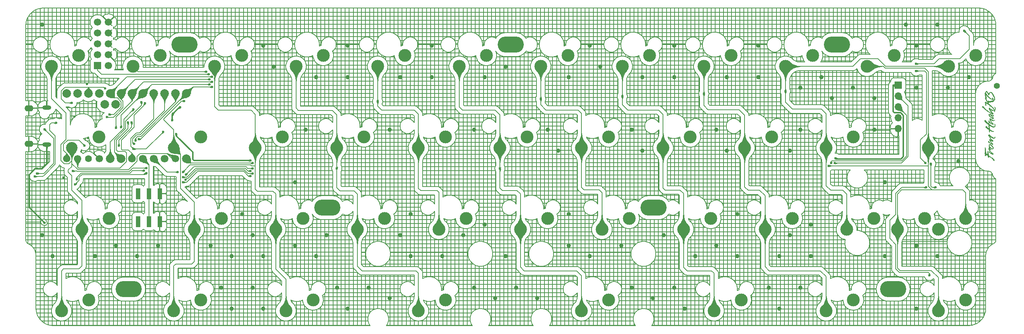
<source format=gbr>
G04 #@! TF.GenerationSoftware,KiCad,Pcbnew,(5.0.2)-1*
G04 #@! TF.CreationDate,2019-05-12T20:42:31+07:00*
G04 #@! TF.ProjectId,PCB,5043422e-6b69-4636-9164-5f7063625858,a*
G04 #@! TF.SameCoordinates,Original*
G04 #@! TF.FileFunction,Copper,L1,Top*
G04 #@! TF.FilePolarity,Positive*
%FSLAX46Y46*%
G04 Gerber Fmt 4.6, Leading zero omitted, Abs format (unit mm)*
G04 Created by KiCad (PCBNEW (5.0.2)-1) date 5/12/2019 8:42:31 PM*
%MOMM*%
%LPD*%
G01*
G04 APERTURE LIST*
G04 #@! TA.AperFunction,EtchedComponent*
%ADD10C,0.010000*%
G04 #@! TD*
G04 #@! TA.AperFunction,ComponentPad*
%ADD11C,1.700000*%
G04 #@! TD*
G04 #@! TA.AperFunction,ComponentPad*
%ADD12R,1.700000X1.700000*%
G04 #@! TD*
G04 #@! TA.AperFunction,SMDPad,CuDef*
%ADD13R,1.000000X2.500000*%
G04 #@! TD*
G04 #@! TA.AperFunction,ComponentPad*
%ADD14C,3.000000*%
G04 #@! TD*
G04 #@! TA.AperFunction,ComponentPad*
%ADD15C,2.700000*%
G04 #@! TD*
G04 #@! TA.AperFunction,ComponentPad*
%ADD16C,1.600000*%
G04 #@! TD*
G04 #@! TA.AperFunction,ComponentPad*
%ADD17C,2.000000*%
G04 #@! TD*
G04 #@! TA.AperFunction,ComponentPad*
%ADD18C,1.800000*%
G04 #@! TD*
G04 #@! TA.AperFunction,ComponentPad*
%ADD19O,6.100000X3.800000*%
G04 #@! TD*
G04 #@! TA.AperFunction,ComponentPad*
%ADD20O,2.100000X1.000000*%
G04 #@! TD*
G04 #@! TA.AperFunction,ComponentPad*
%ADD21O,2.100000X1.400000*%
G04 #@! TD*
G04 #@! TA.AperFunction,ComponentPad*
%ADD22O,1.700000X1.700000*%
G04 #@! TD*
G04 #@! TA.AperFunction,ViaPad*
%ADD23C,0.600000*%
G04 #@! TD*
G04 #@! TA.AperFunction,ViaPad*
%ADD24C,1.0000*%
G04 #@! TD*
G04 #@! TA.AperFunction,ViaPad*
%ADD25C,1.400000*%
G04 #@! TD*
G04 #@! TA.AperFunction,Conductor*
%ADD26C,0.300000*%
G04 #@! TD*
G04 #@! TA.AperFunction,Conductor*
%ADD27C,0.200000*%
G04 #@! TD*
G04 #@! TA.AperFunction,Conductor*
%ADD28C,0.150000*%
G04 #@! TD*
G04 #@! TA.AperFunction,Conductor*
%ADD29C,0.200000*%
G04 #@! TD*
%ADD30C,0.200000*%
G04 #@! TA.AperFunction,Conductor*
%ADD31C,0.025400*%
G04 #@! TD*
G04 APERTURE END LIST*
D10*
G04 #@! TO.C,G\002A\002A\002A*
G36*
X216321562Y-24284124D02*
X216323188Y-24279141D01*
X216357787Y-24199979D01*
X216399728Y-24132525D01*
X216421532Y-24101625D01*
X216433412Y-24069505D01*
X216435705Y-24024527D01*
X216428751Y-23955052D01*
X216412886Y-23849443D01*
X216408709Y-23823185D01*
X216387732Y-23666676D01*
X216382900Y-23549494D01*
X216395547Y-23462372D01*
X216427012Y-23396042D01*
X216478156Y-23341634D01*
X216572093Y-23278261D01*
X216659930Y-23258762D01*
X216757297Y-23281094D01*
X216799088Y-23299657D01*
X216886307Y-23348481D01*
X216972150Y-23407176D01*
X217045412Y-23466764D01*
X217094891Y-23518262D01*
X217109877Y-23548767D01*
X217130451Y-23582807D01*
X217167485Y-23609396D01*
X217235773Y-23661766D01*
X217310467Y-23745047D01*
X217382411Y-23845441D01*
X217442449Y-23949153D01*
X217481428Y-24042389D01*
X217491335Y-24097406D01*
X217476993Y-24152028D01*
X217440979Y-24222432D01*
X217423778Y-24248462D01*
X217373007Y-24309788D01*
X217324156Y-24337418D01*
X217287850Y-24341035D01*
X217287850Y-24255620D01*
X217315927Y-24238809D01*
X217331441Y-24208985D01*
X217334745Y-24177405D01*
X217323063Y-24132888D01*
X217293620Y-24064253D01*
X217250040Y-23973437D01*
X217174952Y-23847429D01*
X217077673Y-23725122D01*
X216966571Y-23613468D01*
X216850016Y-23519419D01*
X216736378Y-23449926D01*
X216634026Y-23411940D01*
X216569635Y-23408318D01*
X216521302Y-23435737D01*
X216502240Y-23493984D01*
X216509922Y-23574272D01*
X216541821Y-23667811D01*
X216595411Y-23765814D01*
X216668166Y-23859490D01*
X216711769Y-23902708D01*
X216776187Y-23965682D01*
X216826446Y-24023615D01*
X216844261Y-24050373D01*
X216887811Y-24102073D01*
X216959713Y-24153248D01*
X217047816Y-24199044D01*
X217139973Y-24234607D01*
X217224034Y-24255084D01*
X217287850Y-24255620D01*
X217287850Y-24341035D01*
X217264014Y-24343410D01*
X217132997Y-24329887D01*
X216988300Y-24293888D01*
X216852673Y-24242272D01*
X216763261Y-24192463D01*
X216691392Y-24147188D01*
X216649919Y-24136431D01*
X216631282Y-24160947D01*
X216627735Y-24205974D01*
X216646317Y-24249469D01*
X216693910Y-24310727D01*
X216758281Y-24377849D01*
X216827196Y-24438940D01*
X216888424Y-24482102D01*
X216925748Y-24495810D01*
X216956404Y-24507144D01*
X216950239Y-24531833D01*
X216913256Y-24555907D01*
X216897845Y-24560724D01*
X216800462Y-24562253D01*
X216689442Y-24527712D01*
X216580139Y-24462745D01*
X216539989Y-24429181D01*
X216475766Y-24378906D01*
X216436326Y-24365473D01*
X216426386Y-24387199D01*
X216450661Y-24442401D01*
X216460247Y-24457631D01*
X216490125Y-24515567D01*
X216500735Y-24557155D01*
X216520123Y-24603253D01*
X216534018Y-24615198D01*
X216572057Y-24650242D01*
X216610464Y-24699010D01*
X216645164Y-24742504D01*
X216703080Y-24807364D01*
X216776585Y-24885853D01*
X216858053Y-24970232D01*
X216939857Y-25052765D01*
X217014372Y-25125712D01*
X217073969Y-25181337D01*
X217111023Y-25211901D01*
X217119154Y-25215124D01*
X217142263Y-25224181D01*
X217188607Y-25259323D01*
X217215324Y-25282816D01*
X217290272Y-25346905D01*
X217367911Y-25406695D01*
X217383211Y-25417438D01*
X217435575Y-25456109D01*
X217463982Y-25482730D01*
X217465666Y-25486410D01*
X217449759Y-25530710D01*
X217411316Y-25586672D01*
X217364861Y-25636717D01*
X217324920Y-25663266D01*
X217318764Y-25664210D01*
X217274171Y-25651622D01*
X217202818Y-25618710D01*
X217124813Y-25575310D01*
X217048249Y-25530495D01*
X216989469Y-25498479D01*
X216961207Y-25486197D01*
X216934714Y-25472194D01*
X216877739Y-25435008D01*
X216800720Y-25381557D01*
X216767435Y-25357748D01*
X216676361Y-25292907D01*
X216592540Y-25234695D01*
X216530847Y-25193404D01*
X216519945Y-25186511D01*
X216462793Y-25130563D01*
X216453946Y-25061061D01*
X216476363Y-25001889D01*
X216491822Y-24981194D01*
X216512766Y-24979637D01*
X216547137Y-25001888D01*
X216602878Y-25052616D01*
X216662830Y-25111509D01*
X216778161Y-25221285D01*
X216889345Y-25318385D01*
X216990704Y-25398757D01*
X217076560Y-25458349D01*
X217141234Y-25493108D01*
X217179048Y-25498982D01*
X217186535Y-25485265D01*
X217169287Y-25451608D01*
X217122792Y-25392175D01*
X217054922Y-25315870D01*
X216973551Y-25231598D01*
X216897685Y-25158532D01*
X216822299Y-25080549D01*
X216728812Y-24971803D01*
X216626628Y-24844242D01*
X216525152Y-24709813D01*
X216433788Y-24580462D01*
X216389155Y-24512504D01*
X216339708Y-24431080D01*
X216314848Y-24376093D01*
X216310244Y-24332217D01*
X216321562Y-24284124D01*
X216321562Y-24284124D01*
G37*
X216321562Y-24284124D02*
X216323188Y-24279141D01*
X216357787Y-24199979D01*
X216399728Y-24132525D01*
X216421532Y-24101625D01*
X216433412Y-24069505D01*
X216435705Y-24024527D01*
X216428751Y-23955052D01*
X216412886Y-23849443D01*
X216408709Y-23823185D01*
X216387732Y-23666676D01*
X216382900Y-23549494D01*
X216395547Y-23462372D01*
X216427012Y-23396042D01*
X216478156Y-23341634D01*
X216572093Y-23278261D01*
X216659930Y-23258762D01*
X216757297Y-23281094D01*
X216799088Y-23299657D01*
X216886307Y-23348481D01*
X216972150Y-23407176D01*
X217045412Y-23466764D01*
X217094891Y-23518262D01*
X217109877Y-23548767D01*
X217130451Y-23582807D01*
X217167485Y-23609396D01*
X217235773Y-23661766D01*
X217310467Y-23745047D01*
X217382411Y-23845441D01*
X217442449Y-23949153D01*
X217481428Y-24042389D01*
X217491335Y-24097406D01*
X217476993Y-24152028D01*
X217440979Y-24222432D01*
X217423778Y-24248462D01*
X217373007Y-24309788D01*
X217324156Y-24337418D01*
X217287850Y-24341035D01*
X217287850Y-24255620D01*
X217315927Y-24238809D01*
X217331441Y-24208985D01*
X217334745Y-24177405D01*
X217323063Y-24132888D01*
X217293620Y-24064253D01*
X217250040Y-23973437D01*
X217174952Y-23847429D01*
X217077673Y-23725122D01*
X216966571Y-23613468D01*
X216850016Y-23519419D01*
X216736378Y-23449926D01*
X216634026Y-23411940D01*
X216569635Y-23408318D01*
X216521302Y-23435737D01*
X216502240Y-23493984D01*
X216509922Y-23574272D01*
X216541821Y-23667811D01*
X216595411Y-23765814D01*
X216668166Y-23859490D01*
X216711769Y-23902708D01*
X216776187Y-23965682D01*
X216826446Y-24023615D01*
X216844261Y-24050373D01*
X216887811Y-24102073D01*
X216959713Y-24153248D01*
X217047816Y-24199044D01*
X217139973Y-24234607D01*
X217224034Y-24255084D01*
X217287850Y-24255620D01*
X217287850Y-24341035D01*
X217264014Y-24343410D01*
X217132997Y-24329887D01*
X216988300Y-24293888D01*
X216852673Y-24242272D01*
X216763261Y-24192463D01*
X216691392Y-24147188D01*
X216649919Y-24136431D01*
X216631282Y-24160947D01*
X216627735Y-24205974D01*
X216646317Y-24249469D01*
X216693910Y-24310727D01*
X216758281Y-24377849D01*
X216827196Y-24438940D01*
X216888424Y-24482102D01*
X216925748Y-24495810D01*
X216956404Y-24507144D01*
X216950239Y-24531833D01*
X216913256Y-24555907D01*
X216897845Y-24560724D01*
X216800462Y-24562253D01*
X216689442Y-24527712D01*
X216580139Y-24462745D01*
X216539989Y-24429181D01*
X216475766Y-24378906D01*
X216436326Y-24365473D01*
X216426386Y-24387199D01*
X216450661Y-24442401D01*
X216460247Y-24457631D01*
X216490125Y-24515567D01*
X216500735Y-24557155D01*
X216520123Y-24603253D01*
X216534018Y-24615198D01*
X216572057Y-24650242D01*
X216610464Y-24699010D01*
X216645164Y-24742504D01*
X216703080Y-24807364D01*
X216776585Y-24885853D01*
X216858053Y-24970232D01*
X216939857Y-25052765D01*
X217014372Y-25125712D01*
X217073969Y-25181337D01*
X217111023Y-25211901D01*
X217119154Y-25215124D01*
X217142263Y-25224181D01*
X217188607Y-25259323D01*
X217215324Y-25282816D01*
X217290272Y-25346905D01*
X217367911Y-25406695D01*
X217383211Y-25417438D01*
X217435575Y-25456109D01*
X217463982Y-25482730D01*
X217465666Y-25486410D01*
X217449759Y-25530710D01*
X217411316Y-25586672D01*
X217364861Y-25636717D01*
X217324920Y-25663266D01*
X217318764Y-25664210D01*
X217274171Y-25651622D01*
X217202818Y-25618710D01*
X217124813Y-25575310D01*
X217048249Y-25530495D01*
X216989469Y-25498479D01*
X216961207Y-25486197D01*
X216934714Y-25472194D01*
X216877739Y-25435008D01*
X216800720Y-25381557D01*
X216767435Y-25357748D01*
X216676361Y-25292907D01*
X216592540Y-25234695D01*
X216530847Y-25193404D01*
X216519945Y-25186511D01*
X216462793Y-25130563D01*
X216453946Y-25061061D01*
X216476363Y-25001889D01*
X216491822Y-24981194D01*
X216512766Y-24979637D01*
X216547137Y-25001888D01*
X216602878Y-25052616D01*
X216662830Y-25111509D01*
X216778161Y-25221285D01*
X216889345Y-25318385D01*
X216990704Y-25398757D01*
X217076560Y-25458349D01*
X217141234Y-25493108D01*
X217179048Y-25498982D01*
X217186535Y-25485265D01*
X217169287Y-25451608D01*
X217122792Y-25392175D01*
X217054922Y-25315870D01*
X216973551Y-25231598D01*
X216897685Y-25158532D01*
X216822299Y-25080549D01*
X216728812Y-24971803D01*
X216626628Y-24844242D01*
X216525152Y-24709813D01*
X216433788Y-24580462D01*
X216389155Y-24512504D01*
X216339708Y-24431080D01*
X216314848Y-24376093D01*
X216310244Y-24332217D01*
X216321562Y-24284124D01*
G36*
X216383274Y-16259652D02*
X216423027Y-16216884D01*
X216475372Y-16169471D01*
X216513159Y-16141980D01*
X216520843Y-16139210D01*
X216530232Y-16161719D01*
X216532232Y-16218367D01*
X216530602Y-16247329D01*
X216539076Y-16360243D01*
X216575189Y-16488796D01*
X216631584Y-16611804D01*
X216684067Y-16689251D01*
X216815755Y-16838744D01*
X216940113Y-16963002D01*
X217053071Y-17059093D01*
X217150562Y-17124087D01*
X217228515Y-17155050D01*
X217282862Y-17149050D01*
X217299197Y-17132460D01*
X217293884Y-17097517D01*
X217260007Y-17033974D01*
X217203656Y-16950379D01*
X217130917Y-16855279D01*
X217047877Y-16757225D01*
X216980298Y-16684627D01*
X216911896Y-16611525D01*
X216859969Y-16550325D01*
X216832949Y-16511182D01*
X216830935Y-16504728D01*
X216812600Y-16474676D01*
X216765739Y-16427310D01*
X216729335Y-16396265D01*
X216662504Y-16338695D01*
X216634232Y-16298003D01*
X216641361Y-16262081D01*
X216680733Y-16218818D01*
X216682598Y-16217076D01*
X216737462Y-16165963D01*
X216793866Y-16222437D01*
X216895275Y-16309369D01*
X217024776Y-16392371D01*
X217134230Y-16450360D01*
X217248582Y-16500113D01*
X217331481Y-16517608D01*
X217390083Y-16503602D01*
X217416729Y-16480190D01*
X217441275Y-16459438D01*
X217463691Y-16472328D01*
X217494974Y-16524640D01*
X217531477Y-16603376D01*
X217537724Y-16651195D01*
X217514440Y-16677440D01*
X217507116Y-16680613D01*
X217443758Y-16684224D01*
X217348331Y-16663463D01*
X217231585Y-16621292D01*
X217141239Y-16579774D01*
X217050465Y-16534499D01*
X216995994Y-16508502D01*
X216968578Y-16498569D01*
X216958970Y-16501487D01*
X216957924Y-16514041D01*
X216957935Y-16516070D01*
X216974946Y-16542647D01*
X217021491Y-16597303D01*
X217090838Y-16672547D01*
X217176256Y-16760886D01*
X217193751Y-16778537D01*
X217317542Y-16907816D01*
X217404771Y-17011695D01*
X217458914Y-17096037D01*
X217483451Y-17166705D01*
X217481857Y-17229563D01*
X217475044Y-17252839D01*
X217435558Y-17303617D01*
X217367298Y-17314892D01*
X217268965Y-17286690D01*
X217208559Y-17258024D01*
X217141986Y-17226177D01*
X217092970Y-17207799D01*
X217082796Y-17206010D01*
X217047104Y-17189786D01*
X216984445Y-17146499D01*
X216904535Y-17084232D01*
X216817090Y-17011066D01*
X216731826Y-16935084D01*
X216658456Y-16864367D01*
X216614133Y-16816155D01*
X216489639Y-16645887D01*
X216400091Y-16477297D01*
X216360376Y-16361528D01*
X216357292Y-16309187D01*
X216383274Y-16259652D01*
X216383274Y-16259652D01*
G37*
X216383274Y-16259652D02*
X216423027Y-16216884D01*
X216475372Y-16169471D01*
X216513159Y-16141980D01*
X216520843Y-16139210D01*
X216530232Y-16161719D01*
X216532232Y-16218367D01*
X216530602Y-16247329D01*
X216539076Y-16360243D01*
X216575189Y-16488796D01*
X216631584Y-16611804D01*
X216684067Y-16689251D01*
X216815755Y-16838744D01*
X216940113Y-16963002D01*
X217053071Y-17059093D01*
X217150562Y-17124087D01*
X217228515Y-17155050D01*
X217282862Y-17149050D01*
X217299197Y-17132460D01*
X217293884Y-17097517D01*
X217260007Y-17033974D01*
X217203656Y-16950379D01*
X217130917Y-16855279D01*
X217047877Y-16757225D01*
X216980298Y-16684627D01*
X216911896Y-16611525D01*
X216859969Y-16550325D01*
X216832949Y-16511182D01*
X216830935Y-16504728D01*
X216812600Y-16474676D01*
X216765739Y-16427310D01*
X216729335Y-16396265D01*
X216662504Y-16338695D01*
X216634232Y-16298003D01*
X216641361Y-16262081D01*
X216680733Y-16218818D01*
X216682598Y-16217076D01*
X216737462Y-16165963D01*
X216793866Y-16222437D01*
X216895275Y-16309369D01*
X217024776Y-16392371D01*
X217134230Y-16450360D01*
X217248582Y-16500113D01*
X217331481Y-16517608D01*
X217390083Y-16503602D01*
X217416729Y-16480190D01*
X217441275Y-16459438D01*
X217463691Y-16472328D01*
X217494974Y-16524640D01*
X217531477Y-16603376D01*
X217537724Y-16651195D01*
X217514440Y-16677440D01*
X217507116Y-16680613D01*
X217443758Y-16684224D01*
X217348331Y-16663463D01*
X217231585Y-16621292D01*
X217141239Y-16579774D01*
X217050465Y-16534499D01*
X216995994Y-16508502D01*
X216968578Y-16498569D01*
X216958970Y-16501487D01*
X216957924Y-16514041D01*
X216957935Y-16516070D01*
X216974946Y-16542647D01*
X217021491Y-16597303D01*
X217090838Y-16672547D01*
X217176256Y-16760886D01*
X217193751Y-16778537D01*
X217317542Y-16907816D01*
X217404771Y-17011695D01*
X217458914Y-17096037D01*
X217483451Y-17166705D01*
X217481857Y-17229563D01*
X217475044Y-17252839D01*
X217435558Y-17303617D01*
X217367298Y-17314892D01*
X217268965Y-17286690D01*
X217208559Y-17258024D01*
X217141986Y-17226177D01*
X217092970Y-17207799D01*
X217082796Y-17206010D01*
X217047104Y-17189786D01*
X216984445Y-17146499D01*
X216904535Y-17084232D01*
X216817090Y-17011066D01*
X216731826Y-16935084D01*
X216658456Y-16864367D01*
X216614133Y-16816155D01*
X216489639Y-16645887D01*
X216400091Y-16477297D01*
X216360376Y-16361528D01*
X216357292Y-16309187D01*
X216383274Y-16259652D01*
G36*
X215446186Y-25313481D02*
X215456446Y-25280578D01*
X215466427Y-25224937D01*
X215474516Y-25123735D01*
X215480481Y-24982184D01*
X215484088Y-24805497D01*
X215485123Y-24638070D01*
X215486574Y-24421090D01*
X215490723Y-24252744D01*
X215497768Y-24130924D01*
X215507906Y-24053527D01*
X215521336Y-24018447D01*
X215538254Y-24023578D01*
X215542258Y-24029549D01*
X215568985Y-24097386D01*
X215596174Y-24209650D01*
X215622745Y-24359990D01*
X215647617Y-24542059D01*
X215669710Y-24749505D01*
X215675247Y-24811223D01*
X215690915Y-24986750D01*
X215705989Y-25121134D01*
X215724081Y-25223860D01*
X215748802Y-25304409D01*
X215783763Y-25372267D01*
X215832576Y-25436915D01*
X215898851Y-25507837D01*
X215965908Y-25574515D01*
X216119734Y-25726120D01*
X216119734Y-25303119D01*
X216121710Y-25121759D01*
X216127434Y-24975796D01*
X216136603Y-24870260D01*
X216148914Y-24810185D01*
X216149544Y-24808614D01*
X216166864Y-24770574D01*
X216178343Y-24764824D01*
X216188574Y-24797260D01*
X216202148Y-24873778D01*
X216202654Y-24876810D01*
X216218057Y-24961607D01*
X216232565Y-25029189D01*
X216239610Y-25054610D01*
X216249412Y-25102100D01*
X216258112Y-25177133D01*
X216260684Y-25211262D01*
X216271240Y-25295249D01*
X216288934Y-25365250D01*
X216296424Y-25382736D01*
X216310493Y-25433565D01*
X216320944Y-25517700D01*
X216325673Y-25617666D01*
X216325740Y-25625809D01*
X216329149Y-25719283D01*
X216337241Y-25791502D01*
X216348374Y-25828745D01*
X216350234Y-25830484D01*
X216371018Y-25865640D01*
X216374049Y-25887960D01*
X216393788Y-25923898D01*
X216441405Y-25970491D01*
X216500071Y-26014265D01*
X216552958Y-26041748D01*
X216570468Y-26045211D01*
X216597675Y-26064263D01*
X216621840Y-26096010D01*
X216660744Y-26136000D01*
X216689738Y-26146810D01*
X216725778Y-26167962D01*
X216742035Y-26197610D01*
X216764298Y-26238644D01*
X216780573Y-26248411D01*
X216812620Y-26261635D01*
X216871151Y-26295644D01*
X216918473Y-26326350D01*
X217006952Y-26376196D01*
X217070829Y-26391062D01*
X217082169Y-26388988D01*
X217140067Y-26393345D01*
X217169344Y-26412648D01*
X217211634Y-26444276D01*
X217233827Y-26451610D01*
X217269396Y-26469946D01*
X217327033Y-26518488D01*
X217397368Y-26587537D01*
X217471033Y-26667396D01*
X217538657Y-26748367D01*
X217590871Y-26820752D01*
X217591662Y-26821995D01*
X217636637Y-26893455D01*
X217658657Y-26938451D01*
X217660496Y-26974325D01*
X217644925Y-27018417D01*
X217628890Y-27054860D01*
X217598730Y-27109673D01*
X217571676Y-27136786D01*
X217568408Y-27137410D01*
X217542937Y-27117896D01*
X217499176Y-27066631D01*
X217446407Y-26994530D01*
X217444236Y-26991360D01*
X217391212Y-26919783D01*
X217320390Y-26832447D01*
X217239051Y-26737371D01*
X217154478Y-26642575D01*
X217073952Y-26556078D01*
X217004755Y-26485899D01*
X216954170Y-26440056D01*
X216931031Y-26426210D01*
X216901907Y-26412778D01*
X216840650Y-26376440D01*
X216756943Y-26323136D01*
X216682603Y-26273810D01*
X216588505Y-26211488D01*
X216509760Y-26161483D01*
X216455897Y-26129717D01*
X216437282Y-26121410D01*
X216427515Y-26143244D01*
X216429458Y-26196553D01*
X216430513Y-26203960D01*
X216436067Y-26270879D01*
X216431931Y-26317651D01*
X216431719Y-26318260D01*
X216401285Y-26339074D01*
X216343922Y-26348905D01*
X216282502Y-26346800D01*
X216239894Y-26331805D01*
X216235173Y-26326453D01*
X216224940Y-26291546D01*
X216210897Y-26220184D01*
X216195715Y-26126300D01*
X216192354Y-26103061D01*
X216164094Y-25903227D01*
X215981847Y-25772153D01*
X215872890Y-25694954D01*
X215798117Y-25646498D01*
X215751154Y-25624942D01*
X215725625Y-25628442D01*
X215715155Y-25655155D01*
X215713334Y-25694513D01*
X215721612Y-25762426D01*
X215741689Y-25809292D01*
X215743214Y-25810930D01*
X215755163Y-25850228D01*
X215729053Y-25892046D01*
X215676059Y-25926376D01*
X215607354Y-25943209D01*
X215595098Y-25943610D01*
X215510135Y-25943610D01*
X215510134Y-25697961D01*
X215508032Y-25573153D01*
X215500787Y-25489035D01*
X215486996Y-25435633D01*
X215469146Y-25407019D01*
X215443220Y-25364869D01*
X215446186Y-25313481D01*
X215446186Y-25313481D01*
G37*
X215446186Y-25313481D02*
X215456446Y-25280578D01*
X215466427Y-25224937D01*
X215474516Y-25123735D01*
X215480481Y-24982184D01*
X215484088Y-24805497D01*
X215485123Y-24638070D01*
X215486574Y-24421090D01*
X215490723Y-24252744D01*
X215497768Y-24130924D01*
X215507906Y-24053527D01*
X215521336Y-24018447D01*
X215538254Y-24023578D01*
X215542258Y-24029549D01*
X215568985Y-24097386D01*
X215596174Y-24209650D01*
X215622745Y-24359990D01*
X215647617Y-24542059D01*
X215669710Y-24749505D01*
X215675247Y-24811223D01*
X215690915Y-24986750D01*
X215705989Y-25121134D01*
X215724081Y-25223860D01*
X215748802Y-25304409D01*
X215783763Y-25372267D01*
X215832576Y-25436915D01*
X215898851Y-25507837D01*
X215965908Y-25574515D01*
X216119734Y-25726120D01*
X216119734Y-25303119D01*
X216121710Y-25121759D01*
X216127434Y-24975796D01*
X216136603Y-24870260D01*
X216148914Y-24810185D01*
X216149544Y-24808614D01*
X216166864Y-24770574D01*
X216178343Y-24764824D01*
X216188574Y-24797260D01*
X216202148Y-24873778D01*
X216202654Y-24876810D01*
X216218057Y-24961607D01*
X216232565Y-25029189D01*
X216239610Y-25054610D01*
X216249412Y-25102100D01*
X216258112Y-25177133D01*
X216260684Y-25211262D01*
X216271240Y-25295249D01*
X216288934Y-25365250D01*
X216296424Y-25382736D01*
X216310493Y-25433565D01*
X216320944Y-25517700D01*
X216325673Y-25617666D01*
X216325740Y-25625809D01*
X216329149Y-25719283D01*
X216337241Y-25791502D01*
X216348374Y-25828745D01*
X216350234Y-25830484D01*
X216371018Y-25865640D01*
X216374049Y-25887960D01*
X216393788Y-25923898D01*
X216441405Y-25970491D01*
X216500071Y-26014265D01*
X216552958Y-26041748D01*
X216570468Y-26045211D01*
X216597675Y-26064263D01*
X216621840Y-26096010D01*
X216660744Y-26136000D01*
X216689738Y-26146810D01*
X216725778Y-26167962D01*
X216742035Y-26197610D01*
X216764298Y-26238644D01*
X216780573Y-26248411D01*
X216812620Y-26261635D01*
X216871151Y-26295644D01*
X216918473Y-26326350D01*
X217006952Y-26376196D01*
X217070829Y-26391062D01*
X217082169Y-26388988D01*
X217140067Y-26393345D01*
X217169344Y-26412648D01*
X217211634Y-26444276D01*
X217233827Y-26451610D01*
X217269396Y-26469946D01*
X217327033Y-26518488D01*
X217397368Y-26587537D01*
X217471033Y-26667396D01*
X217538657Y-26748367D01*
X217590871Y-26820752D01*
X217591662Y-26821995D01*
X217636637Y-26893455D01*
X217658657Y-26938451D01*
X217660496Y-26974325D01*
X217644925Y-27018417D01*
X217628890Y-27054860D01*
X217598730Y-27109673D01*
X217571676Y-27136786D01*
X217568408Y-27137410D01*
X217542937Y-27117896D01*
X217499176Y-27066631D01*
X217446407Y-26994530D01*
X217444236Y-26991360D01*
X217391212Y-26919783D01*
X217320390Y-26832447D01*
X217239051Y-26737371D01*
X217154478Y-26642575D01*
X217073952Y-26556078D01*
X217004755Y-26485899D01*
X216954170Y-26440056D01*
X216931031Y-26426210D01*
X216901907Y-26412778D01*
X216840650Y-26376440D01*
X216756943Y-26323136D01*
X216682603Y-26273810D01*
X216588505Y-26211488D01*
X216509760Y-26161483D01*
X216455897Y-26129717D01*
X216437282Y-26121410D01*
X216427515Y-26143244D01*
X216429458Y-26196553D01*
X216430513Y-26203960D01*
X216436067Y-26270879D01*
X216431931Y-26317651D01*
X216431719Y-26318260D01*
X216401285Y-26339074D01*
X216343922Y-26348905D01*
X216282502Y-26346800D01*
X216239894Y-26331805D01*
X216235173Y-26326453D01*
X216224940Y-26291546D01*
X216210897Y-26220184D01*
X216195715Y-26126300D01*
X216192354Y-26103061D01*
X216164094Y-25903227D01*
X215981847Y-25772153D01*
X215872890Y-25694954D01*
X215798117Y-25646498D01*
X215751154Y-25624942D01*
X215725625Y-25628442D01*
X215715155Y-25655155D01*
X215713334Y-25694513D01*
X215721612Y-25762426D01*
X215741689Y-25809292D01*
X215743214Y-25810930D01*
X215755163Y-25850228D01*
X215729053Y-25892046D01*
X215676059Y-25926376D01*
X215607354Y-25943209D01*
X215595098Y-25943610D01*
X215510135Y-25943610D01*
X215510134Y-25697961D01*
X215508032Y-25573153D01*
X215500787Y-25489035D01*
X215486996Y-25435633D01*
X215469146Y-25407019D01*
X215443220Y-25364869D01*
X215446186Y-25313481D01*
G36*
X216326152Y-17860328D02*
X216339707Y-17809260D01*
X216364606Y-17769762D01*
X216403945Y-17778040D01*
X216456374Y-17833588D01*
X216475013Y-17860234D01*
X216519163Y-17917533D01*
X216589268Y-17998308D01*
X216674766Y-18090717D01*
X216744422Y-18162325D01*
X216850792Y-18264309D01*
X216944444Y-18345236D01*
X217021587Y-18403237D01*
X217078431Y-18436444D01*
X217111185Y-18442986D01*
X217116058Y-18420997D01*
X217089260Y-18368607D01*
X217049562Y-18312759D01*
X216988108Y-18223759D01*
X216913120Y-18102490D01*
X216831978Y-17962275D01*
X216752061Y-17816438D01*
X216680747Y-17678303D01*
X216625415Y-17561195D01*
X216602663Y-17505776D01*
X216573672Y-17422863D01*
X216562871Y-17369206D01*
X216569167Y-17327063D01*
X216588954Y-17283526D01*
X216622088Y-17231325D01*
X216650001Y-17206370D01*
X216652442Y-17206010D01*
X216682277Y-17220422D01*
X216741089Y-17258760D01*
X216817821Y-17313679D01*
X216843635Y-17333010D01*
X216925682Y-17391898D01*
X216995608Y-17436283D01*
X217041360Y-17458690D01*
X217048428Y-17460010D01*
X217091864Y-17477891D01*
X217128928Y-17510810D01*
X217170727Y-17549167D01*
X217198529Y-17561767D01*
X217237935Y-17572796D01*
X217295540Y-17598908D01*
X217363910Y-17625838D01*
X217454044Y-17650808D01*
X217493189Y-17658930D01*
X217575010Y-17670154D01*
X217628450Y-17664555D01*
X217673963Y-17639294D01*
X217682633Y-17632645D01*
X217726090Y-17602444D01*
X217743235Y-17605371D01*
X217745335Y-17622681D01*
X217725768Y-17663665D01*
X217680799Y-17704325D01*
X217557157Y-17755891D01*
X217406794Y-17765774D01*
X217229135Y-17733907D01*
X217023605Y-17660222D01*
X216923540Y-17614215D01*
X216839591Y-17575859D01*
X216774328Y-17550783D01*
X216739935Y-17543566D01*
X216738004Y-17544475D01*
X216738873Y-17575770D01*
X216761483Y-17637732D01*
X216799851Y-17718458D01*
X216847997Y-17806045D01*
X216899939Y-17888591D01*
X216935129Y-17936719D01*
X216999841Y-18015150D01*
X217079608Y-18107945D01*
X217141875Y-18178019D01*
X217202134Y-18250472D01*
X217245398Y-18313870D01*
X217262512Y-18354752D01*
X217262525Y-18355360D01*
X217280932Y-18392938D01*
X217301728Y-18399810D01*
X217354480Y-18414054D01*
X217412076Y-18447859D01*
X217455024Y-18487835D01*
X217465935Y-18512604D01*
X217446578Y-18554567D01*
X217400906Y-18603287D01*
X217347517Y-18641783D01*
X217311282Y-18653810D01*
X217273901Y-18641695D01*
X217205014Y-18609259D01*
X217116648Y-18562369D01*
X217071619Y-18536898D01*
X216880779Y-18424749D01*
X216727501Y-18329729D01*
X216603811Y-18246458D01*
X216501731Y-18169551D01*
X216413287Y-18093626D01*
X216409203Y-18089873D01*
X216349030Y-18031574D01*
X216318010Y-17985509D01*
X216311823Y-17934239D01*
X216326152Y-17860328D01*
X216326152Y-17860328D01*
G37*
X216326152Y-17860328D02*
X216339707Y-17809260D01*
X216364606Y-17769762D01*
X216403945Y-17778040D01*
X216456374Y-17833588D01*
X216475013Y-17860234D01*
X216519163Y-17917533D01*
X216589268Y-17998308D01*
X216674766Y-18090717D01*
X216744422Y-18162325D01*
X216850792Y-18264309D01*
X216944444Y-18345236D01*
X217021587Y-18403237D01*
X217078431Y-18436444D01*
X217111185Y-18442986D01*
X217116058Y-18420997D01*
X217089260Y-18368607D01*
X217049562Y-18312759D01*
X216988108Y-18223759D01*
X216913120Y-18102490D01*
X216831978Y-17962275D01*
X216752061Y-17816438D01*
X216680747Y-17678303D01*
X216625415Y-17561195D01*
X216602663Y-17505776D01*
X216573672Y-17422863D01*
X216562871Y-17369206D01*
X216569167Y-17327063D01*
X216588954Y-17283526D01*
X216622088Y-17231325D01*
X216650001Y-17206370D01*
X216652442Y-17206010D01*
X216682277Y-17220422D01*
X216741089Y-17258760D01*
X216817821Y-17313679D01*
X216843635Y-17333010D01*
X216925682Y-17391898D01*
X216995608Y-17436283D01*
X217041360Y-17458690D01*
X217048428Y-17460010D01*
X217091864Y-17477891D01*
X217128928Y-17510810D01*
X217170727Y-17549167D01*
X217198529Y-17561767D01*
X217237935Y-17572796D01*
X217295540Y-17598908D01*
X217363910Y-17625838D01*
X217454044Y-17650808D01*
X217493189Y-17658930D01*
X217575010Y-17670154D01*
X217628450Y-17664555D01*
X217673963Y-17639294D01*
X217682633Y-17632645D01*
X217726090Y-17602444D01*
X217743235Y-17605371D01*
X217745335Y-17622681D01*
X217725768Y-17663665D01*
X217680799Y-17704325D01*
X217557157Y-17755891D01*
X217406794Y-17765774D01*
X217229135Y-17733907D01*
X217023605Y-17660222D01*
X216923540Y-17614215D01*
X216839591Y-17575859D01*
X216774328Y-17550783D01*
X216739935Y-17543566D01*
X216738004Y-17544475D01*
X216738873Y-17575770D01*
X216761483Y-17637732D01*
X216799851Y-17718458D01*
X216847997Y-17806045D01*
X216899939Y-17888591D01*
X216935129Y-17936719D01*
X216999841Y-18015150D01*
X217079608Y-18107945D01*
X217141875Y-18178019D01*
X217202134Y-18250472D01*
X217245398Y-18313870D01*
X217262512Y-18354752D01*
X217262525Y-18355360D01*
X217280932Y-18392938D01*
X217301728Y-18399810D01*
X217354480Y-18414054D01*
X217412076Y-18447859D01*
X217455024Y-18487835D01*
X217465935Y-18512604D01*
X217446578Y-18554567D01*
X217400906Y-18603287D01*
X217347517Y-18641783D01*
X217311282Y-18653810D01*
X217273901Y-18641695D01*
X217205014Y-18609259D01*
X217116648Y-18562369D01*
X217071619Y-18536898D01*
X216880779Y-18424749D01*
X216727501Y-18329729D01*
X216603811Y-18246458D01*
X216501731Y-18169551D01*
X216413287Y-18093626D01*
X216409203Y-18089873D01*
X216349030Y-18031574D01*
X216318010Y-17985509D01*
X216311823Y-17934239D01*
X216326152Y-17860328D01*
G36*
X216220398Y-22639298D02*
X216264764Y-22590160D01*
X216289181Y-22572927D01*
X216335457Y-22547584D01*
X216364247Y-22554917D01*
X216386583Y-22580913D01*
X216415261Y-22624290D01*
X216423727Y-22644550D01*
X216440634Y-22669722D01*
X216483356Y-22718972D01*
X216541366Y-22781384D01*
X216604138Y-22846041D01*
X216661145Y-22902025D01*
X216701860Y-22938420D01*
X216714799Y-22946410D01*
X216740608Y-22961316D01*
X216794223Y-23000551D01*
X216864453Y-23055893D01*
X216870382Y-23060710D01*
X216953406Y-23121108D01*
X217026920Y-23161727D01*
X217081806Y-23178775D01*
X217108946Y-23168458D01*
X217110335Y-23160537D01*
X217095994Y-23130357D01*
X217057036Y-23068617D01*
X216999555Y-22984221D01*
X216929648Y-22886072D01*
X216853408Y-22783075D01*
X216838355Y-22763226D01*
X216766026Y-22662180D01*
X216693876Y-22550958D01*
X216627864Y-22440012D01*
X216573944Y-22339791D01*
X216538074Y-22260747D01*
X216526135Y-22215444D01*
X216540783Y-22156670D01*
X216559223Y-22123469D01*
X216580919Y-22099981D01*
X216607238Y-22096120D01*
X216651278Y-22114348D01*
X216720456Y-22153776D01*
X216834452Y-22215924D01*
X216912300Y-22247122D01*
X216952946Y-22247487D01*
X216955333Y-22217139D01*
X216918406Y-22156195D01*
X216900785Y-22133549D01*
X216844416Y-22059423D01*
X216772972Y-21959522D01*
X216694728Y-21846105D01*
X216617956Y-21731429D01*
X216550933Y-21627751D01*
X216501933Y-21547329D01*
X216488035Y-21522121D01*
X216447126Y-21443515D01*
X216396191Y-21346199D01*
X216363024Y-21283092D01*
X216288814Y-21142193D01*
X216361426Y-21066402D01*
X216423935Y-21010037D01*
X216472581Y-20996305D01*
X216521851Y-21025687D01*
X216565307Y-21073160D01*
X216620332Y-21129942D01*
X216671580Y-21168881D01*
X216682428Y-21174150D01*
X216730964Y-21210888D01*
X216747275Y-21237650D01*
X216764305Y-21269740D01*
X216796171Y-21303894D01*
X216851604Y-21347625D01*
X216939337Y-21408443D01*
X216968578Y-21428024D01*
X217039219Y-21477615D01*
X217097117Y-21522506D01*
X217113216Y-21536764D01*
X217172476Y-21574484D01*
X217211356Y-21587399D01*
X217270020Y-21611080D01*
X217297375Y-21633398D01*
X217348677Y-21671956D01*
X217431539Y-21711949D01*
X217527399Y-21746547D01*
X217617694Y-21768924D01*
X217677274Y-21773136D01*
X217722689Y-21766608D01*
X217746778Y-21749736D01*
X217756305Y-21709632D01*
X217758031Y-21633409D01*
X217758035Y-21619214D01*
X217760934Y-21540737D01*
X217768444Y-21487725D01*
X217776432Y-21473164D01*
X217800262Y-21493979D01*
X217830587Y-21543353D01*
X217857370Y-21601813D01*
X217870573Y-21649884D01*
X217870724Y-21656099D01*
X217860264Y-21705850D01*
X217848166Y-21740792D01*
X217791909Y-21816149D01*
X217700867Y-21867083D01*
X217586765Y-21889597D01*
X217461330Y-21879694D01*
X217448969Y-21876854D01*
X217357767Y-21847935D01*
X217242961Y-21802021D01*
X217117792Y-21745502D01*
X216995505Y-21684770D01*
X216889345Y-21626214D01*
X216812555Y-21576228D01*
X216793611Y-21560606D01*
X216746975Y-21519720D01*
X216718613Y-21499180D01*
X216716635Y-21498610D01*
X216693334Y-21483093D01*
X216648562Y-21444746D01*
X216637323Y-21434451D01*
X216583445Y-21395494D01*
X216547464Y-21391403D01*
X216544952Y-21393433D01*
X216540571Y-21431442D01*
X216565019Y-21498931D01*
X216613235Y-21587533D01*
X216680160Y-21688881D01*
X216760734Y-21794611D01*
X216847762Y-21894096D01*
X216918996Y-21970636D01*
X217002873Y-22062151D01*
X217063415Y-22129046D01*
X217124698Y-22194505D01*
X217173544Y-22241620D01*
X217199748Y-22260577D01*
X217200202Y-22260610D01*
X217229213Y-22277098D01*
X217273273Y-22316848D01*
X217274159Y-22317760D01*
X217327784Y-22367524D01*
X217371192Y-22400310D01*
X217396781Y-22422853D01*
X217397174Y-22455730D01*
X217376593Y-22509541D01*
X217348611Y-22563701D01*
X217315699Y-22583518D01*
X217257189Y-22579626D01*
X217244372Y-22577563D01*
X217166598Y-22561304D01*
X217103166Y-22542430D01*
X217097635Y-22540207D01*
X217047572Y-22518633D01*
X216969899Y-22484807D01*
X216900785Y-22454541D01*
X216825750Y-22425292D01*
X216773050Y-22411802D01*
X216754735Y-22416243D01*
X216767622Y-22453717D01*
X216800330Y-22517751D01*
X216843929Y-22593025D01*
X216889490Y-22664218D01*
X216928083Y-22716008D01*
X216932015Y-22720401D01*
X216966660Y-22760852D01*
X217020849Y-22827324D01*
X217083041Y-22905653D01*
X217084935Y-22908070D01*
X217153778Y-22995069D01*
X217221214Y-23078818D01*
X217269085Y-23136914D01*
X217324049Y-23222185D01*
X217334906Y-23292726D01*
X217301316Y-23344463D01*
X217287050Y-23353391D01*
X217243207Y-23366275D01*
X217204868Y-23343303D01*
X217186295Y-23322535D01*
X217152232Y-23286927D01*
X217136658Y-23280968D01*
X217136580Y-23281664D01*
X217115898Y-23285967D01*
X217060485Y-23266156D01*
X216977751Y-23226483D01*
X216875109Y-23171202D01*
X216759967Y-23104566D01*
X216639738Y-23030828D01*
X216521832Y-22954240D01*
X216413659Y-22879057D01*
X216344770Y-22827246D01*
X216259035Y-22751589D01*
X216218033Y-22691024D01*
X216220398Y-22639298D01*
X216220398Y-22639298D01*
G37*
X216220398Y-22639298D02*
X216264764Y-22590160D01*
X216289181Y-22572927D01*
X216335457Y-22547584D01*
X216364247Y-22554917D01*
X216386583Y-22580913D01*
X216415261Y-22624290D01*
X216423727Y-22644550D01*
X216440634Y-22669722D01*
X216483356Y-22718972D01*
X216541366Y-22781384D01*
X216604138Y-22846041D01*
X216661145Y-22902025D01*
X216701860Y-22938420D01*
X216714799Y-22946410D01*
X216740608Y-22961316D01*
X216794223Y-23000551D01*
X216864453Y-23055893D01*
X216870382Y-23060710D01*
X216953406Y-23121108D01*
X217026920Y-23161727D01*
X217081806Y-23178775D01*
X217108946Y-23168458D01*
X217110335Y-23160537D01*
X217095994Y-23130357D01*
X217057036Y-23068617D01*
X216999555Y-22984221D01*
X216929648Y-22886072D01*
X216853408Y-22783075D01*
X216838355Y-22763226D01*
X216766026Y-22662180D01*
X216693876Y-22550958D01*
X216627864Y-22440012D01*
X216573944Y-22339791D01*
X216538074Y-22260747D01*
X216526135Y-22215444D01*
X216540783Y-22156670D01*
X216559223Y-22123469D01*
X216580919Y-22099981D01*
X216607238Y-22096120D01*
X216651278Y-22114348D01*
X216720456Y-22153776D01*
X216834452Y-22215924D01*
X216912300Y-22247122D01*
X216952946Y-22247487D01*
X216955333Y-22217139D01*
X216918406Y-22156195D01*
X216900785Y-22133549D01*
X216844416Y-22059423D01*
X216772972Y-21959522D01*
X216694728Y-21846105D01*
X216617956Y-21731429D01*
X216550933Y-21627751D01*
X216501933Y-21547329D01*
X216488035Y-21522121D01*
X216447126Y-21443515D01*
X216396191Y-21346199D01*
X216363024Y-21283092D01*
X216288814Y-21142193D01*
X216361426Y-21066402D01*
X216423935Y-21010037D01*
X216472581Y-20996305D01*
X216521851Y-21025687D01*
X216565307Y-21073160D01*
X216620332Y-21129942D01*
X216671580Y-21168881D01*
X216682428Y-21174150D01*
X216730964Y-21210888D01*
X216747275Y-21237650D01*
X216764305Y-21269740D01*
X216796171Y-21303894D01*
X216851604Y-21347625D01*
X216939337Y-21408443D01*
X216968578Y-21428024D01*
X217039219Y-21477615D01*
X217097117Y-21522506D01*
X217113216Y-21536764D01*
X217172476Y-21574484D01*
X217211356Y-21587399D01*
X217270020Y-21611080D01*
X217297375Y-21633398D01*
X217348677Y-21671956D01*
X217431539Y-21711949D01*
X217527399Y-21746547D01*
X217617694Y-21768924D01*
X217677274Y-21773136D01*
X217722689Y-21766608D01*
X217746778Y-21749736D01*
X217756305Y-21709632D01*
X217758031Y-21633409D01*
X217758035Y-21619214D01*
X217760934Y-21540737D01*
X217768444Y-21487725D01*
X217776432Y-21473164D01*
X217800262Y-21493979D01*
X217830587Y-21543353D01*
X217857370Y-21601813D01*
X217870573Y-21649884D01*
X217870724Y-21656099D01*
X217860264Y-21705850D01*
X217848166Y-21740792D01*
X217791909Y-21816149D01*
X217700867Y-21867083D01*
X217586765Y-21889597D01*
X217461330Y-21879694D01*
X217448969Y-21876854D01*
X217357767Y-21847935D01*
X217242961Y-21802021D01*
X217117792Y-21745502D01*
X216995505Y-21684770D01*
X216889345Y-21626214D01*
X216812555Y-21576228D01*
X216793611Y-21560606D01*
X216746975Y-21519720D01*
X216718613Y-21499180D01*
X216716635Y-21498610D01*
X216693334Y-21483093D01*
X216648562Y-21444746D01*
X216637323Y-21434451D01*
X216583445Y-21395494D01*
X216547464Y-21391403D01*
X216544952Y-21393433D01*
X216540571Y-21431442D01*
X216565019Y-21498931D01*
X216613235Y-21587533D01*
X216680160Y-21688881D01*
X216760734Y-21794611D01*
X216847762Y-21894096D01*
X216918996Y-21970636D01*
X217002873Y-22062151D01*
X217063415Y-22129046D01*
X217124698Y-22194505D01*
X217173544Y-22241620D01*
X217199748Y-22260577D01*
X217200202Y-22260610D01*
X217229213Y-22277098D01*
X217273273Y-22316848D01*
X217274159Y-22317760D01*
X217327784Y-22367524D01*
X217371192Y-22400310D01*
X217396781Y-22422853D01*
X217397174Y-22455730D01*
X217376593Y-22509541D01*
X217348611Y-22563701D01*
X217315699Y-22583518D01*
X217257189Y-22579626D01*
X217244372Y-22577563D01*
X217166598Y-22561304D01*
X217103166Y-22542430D01*
X217097635Y-22540207D01*
X217047572Y-22518633D01*
X216969899Y-22484807D01*
X216900785Y-22454541D01*
X216825750Y-22425292D01*
X216773050Y-22411802D01*
X216754735Y-22416243D01*
X216767622Y-22453717D01*
X216800330Y-22517751D01*
X216843929Y-22593025D01*
X216889490Y-22664218D01*
X216928083Y-22716008D01*
X216932015Y-22720401D01*
X216966660Y-22760852D01*
X217020849Y-22827324D01*
X217083041Y-22905653D01*
X217084935Y-22908070D01*
X217153778Y-22995069D01*
X217221214Y-23078818D01*
X217269085Y-23136914D01*
X217324049Y-23222185D01*
X217334906Y-23292726D01*
X217301316Y-23344463D01*
X217287050Y-23353391D01*
X217243207Y-23366275D01*
X217204868Y-23343303D01*
X217186295Y-23322535D01*
X217152232Y-23286927D01*
X217136658Y-23280968D01*
X217136580Y-23281664D01*
X217115898Y-23285967D01*
X217060485Y-23266156D01*
X216977751Y-23226483D01*
X216875109Y-23171202D01*
X216759967Y-23104566D01*
X216639738Y-23030828D01*
X216521832Y-22954240D01*
X216413659Y-22879057D01*
X216344770Y-22827246D01*
X216259035Y-22751589D01*
X216218033Y-22691024D01*
X216220398Y-22639298D01*
G36*
X215411672Y-17796036D02*
X215438521Y-17729979D01*
X215445695Y-17715827D01*
X215486943Y-17658371D01*
X215532481Y-17625626D01*
X215569870Y-17624228D01*
X215583581Y-17642249D01*
X215604821Y-17673337D01*
X215653640Y-17731609D01*
X215722124Y-17807906D01*
X215780915Y-17870694D01*
X215857822Y-17955044D01*
X215919299Y-18029348D01*
X215957891Y-18084169D01*
X215967334Y-18106731D01*
X215988553Y-18145340D01*
X216028211Y-18170213D01*
X216077726Y-18202143D01*
X216141225Y-18260063D01*
X216185990Y-18309284D01*
X216240836Y-18371174D01*
X216284065Y-18413233D01*
X216302913Y-18425210D01*
X216314661Y-18402423D01*
X216322063Y-18344454D01*
X216323323Y-18304560D01*
X216327851Y-18206498D01*
X216339948Y-18158361D01*
X216358575Y-18160009D01*
X216382692Y-18211302D01*
X216411259Y-18312098D01*
X216412338Y-18316569D01*
X216437683Y-18413924D01*
X216462065Y-18493809D01*
X216480974Y-18541742D01*
X216483937Y-18546541D01*
X216518838Y-18579673D01*
X216578159Y-18624885D01*
X216646626Y-18671812D01*
X216708965Y-18710089D01*
X216749902Y-18729351D01*
X216754296Y-18730010D01*
X216779007Y-18750963D01*
X216792952Y-18781179D01*
X216814666Y-18816125D01*
X216832025Y-18818237D01*
X216862179Y-18825700D01*
X216905586Y-18862648D01*
X216910976Y-18868668D01*
X216962309Y-18913323D01*
X217009841Y-18933151D01*
X217011816Y-18933210D01*
X217057666Y-18944747D01*
X217070763Y-18956229D01*
X217105527Y-18983897D01*
X217174968Y-19021358D01*
X217265429Y-19062782D01*
X217363248Y-19102337D01*
X217454766Y-19134191D01*
X217526325Y-19152514D01*
X217532915Y-19153526D01*
X217608275Y-19158229D01*
X217659858Y-19141225D01*
X217705214Y-19102641D01*
X217738157Y-19065053D01*
X217757768Y-19024400D01*
X217767438Y-18966622D01*
X217770559Y-18877660D01*
X217770735Y-18831095D01*
X217767441Y-18727411D01*
X217758717Y-18638517D01*
X217746292Y-18580644D01*
X217743277Y-18573765D01*
X217725428Y-18523631D01*
X217738557Y-18509260D01*
X217774975Y-18533466D01*
X217794661Y-18554962D01*
X217821272Y-18592278D01*
X217841385Y-18637772D01*
X217858733Y-18703792D01*
X217877046Y-18802687D01*
X217885925Y-18857010D01*
X217883796Y-18921589D01*
X217865795Y-19002384D01*
X217859196Y-19022110D01*
X217836502Y-19085255D01*
X217823270Y-19123339D01*
X217821917Y-19127863D01*
X217803159Y-19143833D01*
X217755448Y-19180325D01*
X217714931Y-19210413D01*
X217633276Y-19261612D01*
X217555181Y-19284460D01*
X217475248Y-19288810D01*
X217341946Y-19272235D01*
X217178977Y-19224458D01*
X216994304Y-19148409D01*
X216795887Y-19047014D01*
X216755913Y-19024331D01*
X216665513Y-18973160D01*
X216592119Y-18933431D01*
X216546462Y-18910867D01*
X216537416Y-18907810D01*
X216530614Y-18931320D01*
X216528591Y-18994880D01*
X216530640Y-19088038D01*
X216536057Y-19200342D01*
X216544135Y-19321339D01*
X216554169Y-19440577D01*
X216565455Y-19547602D01*
X216577286Y-19631963D01*
X216588957Y-19683207D01*
X216589912Y-19685685D01*
X216630826Y-19750705D01*
X216694165Y-19818183D01*
X216718130Y-19838085D01*
X216790067Y-19896184D01*
X216854218Y-19953097D01*
X216869715Y-19968260D01*
X216921944Y-20008925D01*
X216967197Y-20025410D01*
X217017012Y-20041587D01*
X217057714Y-20069860D01*
X217118552Y-20122191D01*
X217174711Y-20160838D01*
X217247076Y-20199240D01*
X217292617Y-20221023D01*
X217379259Y-20255272D01*
X217445668Y-20262805D01*
X217489467Y-20254546D01*
X217548918Y-20245388D01*
X217565278Y-20260891D01*
X217536880Y-20296311D01*
X217511083Y-20316070D01*
X217425879Y-20349088D01*
X217314117Y-20346210D01*
X217173998Y-20306927D01*
X217003725Y-20230732D01*
X216801499Y-20117118D01*
X216797175Y-20114497D01*
X216710416Y-20062921D01*
X216640510Y-20023409D01*
X216598432Y-20002080D01*
X216591855Y-20000010D01*
X216586320Y-20023443D01*
X216585374Y-20086296D01*
X216588979Y-20177400D01*
X216592663Y-20232545D01*
X216599750Y-20344015D01*
X216600236Y-20412076D01*
X216593644Y-20443751D01*
X216579502Y-20446060D01*
X216578284Y-20445345D01*
X216537967Y-20396654D01*
X216498868Y-20305505D01*
X216463918Y-20180213D01*
X216439338Y-20051013D01*
X216409738Y-19860715D01*
X216144086Y-19676519D01*
X216037661Y-19600567D01*
X215942617Y-19528785D01*
X215869129Y-19469115D01*
X215827368Y-19429501D01*
X215826680Y-19428666D01*
X215783109Y-19384418D01*
X215748992Y-19365046D01*
X215748067Y-19365010D01*
X215699479Y-19343076D01*
X215661577Y-19291041D01*
X215647196Y-19229561D01*
X215650549Y-19208081D01*
X215688590Y-19130184D01*
X215741900Y-19076423D01*
X215788798Y-19060210D01*
X215825597Y-19077756D01*
X215879001Y-19120885D01*
X215934404Y-19175338D01*
X215977203Y-19226854D01*
X215992895Y-19259509D01*
X216012228Y-19283103D01*
X216058931Y-19317808D01*
X216062745Y-19320248D01*
X216123345Y-19362254D01*
X216200368Y-19420277D01*
X216242359Y-19453598D01*
X216306890Y-19502796D01*
X216356886Y-19535198D01*
X216375709Y-19542810D01*
X216389985Y-19530868D01*
X216396939Y-19491783D01*
X216396381Y-19420669D01*
X216388120Y-19312640D01*
X216371968Y-19162807D01*
X216355751Y-19029535D01*
X216312072Y-18681360D01*
X216228603Y-18636409D01*
X216173923Y-18600754D01*
X216145356Y-18570046D01*
X216144207Y-18565484D01*
X216123873Y-18538194D01*
X216072838Y-18496673D01*
X216031983Y-18469022D01*
X215970403Y-18424879D01*
X215882818Y-18355372D01*
X215780456Y-18269695D01*
X215674543Y-18177045D01*
X215664610Y-18168129D01*
X215549715Y-18061929D01*
X215470778Y-17979482D01*
X215423996Y-17912925D01*
X215405562Y-17854397D01*
X215411672Y-17796036D01*
X215411672Y-17796036D01*
G37*
X215411672Y-17796036D02*
X215438521Y-17729979D01*
X215445695Y-17715827D01*
X215486943Y-17658371D01*
X215532481Y-17625626D01*
X215569870Y-17624228D01*
X215583581Y-17642249D01*
X215604821Y-17673337D01*
X215653640Y-17731609D01*
X215722124Y-17807906D01*
X215780915Y-17870694D01*
X215857822Y-17955044D01*
X215919299Y-18029348D01*
X215957891Y-18084169D01*
X215967334Y-18106731D01*
X215988553Y-18145340D01*
X216028211Y-18170213D01*
X216077726Y-18202143D01*
X216141225Y-18260063D01*
X216185990Y-18309284D01*
X216240836Y-18371174D01*
X216284065Y-18413233D01*
X216302913Y-18425210D01*
X216314661Y-18402423D01*
X216322063Y-18344454D01*
X216323323Y-18304560D01*
X216327851Y-18206498D01*
X216339948Y-18158361D01*
X216358575Y-18160009D01*
X216382692Y-18211302D01*
X216411259Y-18312098D01*
X216412338Y-18316569D01*
X216437683Y-18413924D01*
X216462065Y-18493809D01*
X216480974Y-18541742D01*
X216483937Y-18546541D01*
X216518838Y-18579673D01*
X216578159Y-18624885D01*
X216646626Y-18671812D01*
X216708965Y-18710089D01*
X216749902Y-18729351D01*
X216754296Y-18730010D01*
X216779007Y-18750963D01*
X216792952Y-18781179D01*
X216814666Y-18816125D01*
X216832025Y-18818237D01*
X216862179Y-18825700D01*
X216905586Y-18862648D01*
X216910976Y-18868668D01*
X216962309Y-18913323D01*
X217009841Y-18933151D01*
X217011816Y-18933210D01*
X217057666Y-18944747D01*
X217070763Y-18956229D01*
X217105527Y-18983897D01*
X217174968Y-19021358D01*
X217265429Y-19062782D01*
X217363248Y-19102337D01*
X217454766Y-19134191D01*
X217526325Y-19152514D01*
X217532915Y-19153526D01*
X217608275Y-19158229D01*
X217659858Y-19141225D01*
X217705214Y-19102641D01*
X217738157Y-19065053D01*
X217757768Y-19024400D01*
X217767438Y-18966622D01*
X217770559Y-18877660D01*
X217770735Y-18831095D01*
X217767441Y-18727411D01*
X217758717Y-18638517D01*
X217746292Y-18580644D01*
X217743277Y-18573765D01*
X217725428Y-18523631D01*
X217738557Y-18509260D01*
X217774975Y-18533466D01*
X217794661Y-18554962D01*
X217821272Y-18592278D01*
X217841385Y-18637772D01*
X217858733Y-18703792D01*
X217877046Y-18802687D01*
X217885925Y-18857010D01*
X217883796Y-18921589D01*
X217865795Y-19002384D01*
X217859196Y-19022110D01*
X217836502Y-19085255D01*
X217823270Y-19123339D01*
X217821917Y-19127863D01*
X217803159Y-19143833D01*
X217755448Y-19180325D01*
X217714931Y-19210413D01*
X217633276Y-19261612D01*
X217555181Y-19284460D01*
X217475248Y-19288810D01*
X217341946Y-19272235D01*
X217178977Y-19224458D01*
X216994304Y-19148409D01*
X216795887Y-19047014D01*
X216755913Y-19024331D01*
X216665513Y-18973160D01*
X216592119Y-18933431D01*
X216546462Y-18910867D01*
X216537416Y-18907810D01*
X216530614Y-18931320D01*
X216528591Y-18994880D01*
X216530640Y-19088038D01*
X216536057Y-19200342D01*
X216544135Y-19321339D01*
X216554169Y-19440577D01*
X216565455Y-19547602D01*
X216577286Y-19631963D01*
X216588957Y-19683207D01*
X216589912Y-19685685D01*
X216630826Y-19750705D01*
X216694165Y-19818183D01*
X216718130Y-19838085D01*
X216790067Y-19896184D01*
X216854218Y-19953097D01*
X216869715Y-19968260D01*
X216921944Y-20008925D01*
X216967197Y-20025410D01*
X217017012Y-20041587D01*
X217057714Y-20069860D01*
X217118552Y-20122191D01*
X217174711Y-20160838D01*
X217247076Y-20199240D01*
X217292617Y-20221023D01*
X217379259Y-20255272D01*
X217445668Y-20262805D01*
X217489467Y-20254546D01*
X217548918Y-20245388D01*
X217565278Y-20260891D01*
X217536880Y-20296311D01*
X217511083Y-20316070D01*
X217425879Y-20349088D01*
X217314117Y-20346210D01*
X217173998Y-20306927D01*
X217003725Y-20230732D01*
X216801499Y-20117118D01*
X216797175Y-20114497D01*
X216710416Y-20062921D01*
X216640510Y-20023409D01*
X216598432Y-20002080D01*
X216591855Y-20000010D01*
X216586320Y-20023443D01*
X216585374Y-20086296D01*
X216588979Y-20177400D01*
X216592663Y-20232545D01*
X216599750Y-20344015D01*
X216600236Y-20412076D01*
X216593644Y-20443751D01*
X216579502Y-20446060D01*
X216578284Y-20445345D01*
X216537967Y-20396654D01*
X216498868Y-20305505D01*
X216463918Y-20180213D01*
X216439338Y-20051013D01*
X216409738Y-19860715D01*
X216144086Y-19676519D01*
X216037661Y-19600567D01*
X215942617Y-19528785D01*
X215869129Y-19469115D01*
X215827368Y-19429501D01*
X215826680Y-19428666D01*
X215783109Y-19384418D01*
X215748992Y-19365046D01*
X215748067Y-19365010D01*
X215699479Y-19343076D01*
X215661577Y-19291041D01*
X215647196Y-19229561D01*
X215650549Y-19208081D01*
X215688590Y-19130184D01*
X215741900Y-19076423D01*
X215788798Y-19060210D01*
X215825597Y-19077756D01*
X215879001Y-19120885D01*
X215934404Y-19175338D01*
X215977203Y-19226854D01*
X215992895Y-19259509D01*
X216012228Y-19283103D01*
X216058931Y-19317808D01*
X216062745Y-19320248D01*
X216123345Y-19362254D01*
X216200368Y-19420277D01*
X216242359Y-19453598D01*
X216306890Y-19502796D01*
X216356886Y-19535198D01*
X216375709Y-19542810D01*
X216389985Y-19530868D01*
X216396939Y-19491783D01*
X216396381Y-19420669D01*
X216388120Y-19312640D01*
X216371968Y-19162807D01*
X216355751Y-19029535D01*
X216312072Y-18681360D01*
X216228603Y-18636409D01*
X216173923Y-18600754D01*
X216145356Y-18570046D01*
X216144207Y-18565484D01*
X216123873Y-18538194D01*
X216072838Y-18496673D01*
X216031983Y-18469022D01*
X215970403Y-18424879D01*
X215882818Y-18355372D01*
X215780456Y-18269695D01*
X215674543Y-18177045D01*
X215664610Y-18168129D01*
X215549715Y-18061929D01*
X215470778Y-17979482D01*
X215423996Y-17912925D01*
X215405562Y-17854397D01*
X215411672Y-17796036D01*
G36*
X214851919Y-14514664D02*
X214876249Y-14478335D01*
X214935806Y-14403447D01*
X214988258Y-14374113D01*
X215043694Y-14389894D01*
X215112198Y-14450350D01*
X215127992Y-14467364D01*
X215193190Y-14538299D01*
X215252724Y-14601959D01*
X215280126Y-14630584D01*
X215317847Y-14676901D01*
X215332335Y-14708805D01*
X215349381Y-14742348D01*
X215393749Y-14799409D01*
X215455281Y-14869212D01*
X215523821Y-14940984D01*
X215589211Y-15003948D01*
X215641296Y-15047330D01*
X215663351Y-15059970D01*
X215704052Y-15086019D01*
X215713335Y-15107003D01*
X215732007Y-15135702D01*
X215779089Y-15182199D01*
X215841175Y-15235440D01*
X215904860Y-15284375D01*
X215956741Y-15317950D01*
X215979449Y-15326410D01*
X216009772Y-15341958D01*
X216065522Y-15382263D01*
X216134616Y-15437822D01*
X216204976Y-15499129D01*
X216236708Y-15528826D01*
X216284811Y-15566326D01*
X216319478Y-15580410D01*
X216355600Y-15594371D01*
X216415375Y-15629999D01*
X216453965Y-15656610D01*
X216520354Y-15700499D01*
X216573175Y-15728040D01*
X216590728Y-15732810D01*
X216627794Y-15752911D01*
X216634490Y-15764580D01*
X216661493Y-15791411D01*
X216719956Y-15830440D01*
X216797432Y-15875162D01*
X216881475Y-15919072D01*
X216959637Y-15955665D01*
X217019470Y-15978436D01*
X217048479Y-15980932D01*
X217044192Y-15953052D01*
X217016569Y-15898345D01*
X216974115Y-15829570D01*
X216925332Y-15759485D01*
X216878725Y-15700849D01*
X216842796Y-15666420D01*
X216836695Y-15663172D01*
X216811353Y-15637335D01*
X216767432Y-15576832D01*
X216711470Y-15491155D01*
X216659551Y-15406017D01*
X216600137Y-15306732D01*
X216549628Y-15224410D01*
X216513876Y-15168459D01*
X216499401Y-15148610D01*
X216467998Y-15104446D01*
X216435036Y-15032505D01*
X216409192Y-14954768D01*
X216399135Y-14894645D01*
X216416742Y-14826057D01*
X216447501Y-14782512D01*
X216491308Y-14753613D01*
X216533468Y-14762814D01*
X216549101Y-14771986D01*
X216590097Y-14808000D01*
X216602335Y-14833845D01*
X216621452Y-14864534D01*
X216669765Y-14908979D01*
X216697585Y-14929940D01*
X216780470Y-14989284D01*
X216870498Y-15054621D01*
X216894435Y-15072171D01*
X216959775Y-15115969D01*
X217011712Y-15143306D01*
X217027877Y-15147767D01*
X217068974Y-15159615D01*
X217132774Y-15188167D01*
X217154500Y-15199410D01*
X217220523Y-15231228D01*
X217270164Y-15248919D01*
X217279292Y-15250210D01*
X217314529Y-15270194D01*
X217318881Y-15278951D01*
X217348428Y-15301470D01*
X217403548Y-15314233D01*
X217466184Y-15320830D01*
X217504035Y-15326601D01*
X217568500Y-15329813D01*
X217610689Y-15310765D01*
X217618335Y-15291569D01*
X217602162Y-15241715D01*
X217557895Y-15163267D01*
X217491909Y-15064946D01*
X217410578Y-14955476D01*
X217320278Y-14843578D01*
X217227383Y-14737973D01*
X217170068Y-14678271D01*
X217021847Y-14535991D01*
X216901912Y-14433390D01*
X216810741Y-14370812D01*
X216748815Y-14348603D01*
X216723294Y-14357091D01*
X216679964Y-14382823D01*
X216641477Y-14381779D01*
X216627735Y-14359013D01*
X216608420Y-14304405D01*
X216556475Y-14230506D01*
X216480899Y-14147142D01*
X216390691Y-14064137D01*
X216294850Y-13991315D01*
X216284835Y-13984664D01*
X216139476Y-13894193D01*
X216003314Y-13818050D01*
X215885391Y-13760815D01*
X215794752Y-13727066D01*
X215763003Y-13720486D01*
X215723300Y-13721328D01*
X215703413Y-13744251D01*
X215694305Y-13802193D01*
X215692851Y-13820907D01*
X215704434Y-13947945D01*
X215737301Y-14046386D01*
X215771718Y-14126327D01*
X215784439Y-14172681D01*
X215773826Y-14198530D01*
X215738241Y-14216960D01*
X215714844Y-14225866D01*
X215669321Y-14240573D01*
X215644098Y-14233189D01*
X215628041Y-14193696D01*
X215615145Y-14136184D01*
X215599798Y-14049312D01*
X215583988Y-13936774D01*
X215571649Y-13827810D01*
X215555684Y-13713767D01*
X215534387Y-13637772D01*
X215516085Y-13610159D01*
X215496420Y-13587132D01*
X215498999Y-13552493D01*
X215525696Y-13491638D01*
X215533189Y-13476809D01*
X215570535Y-13413972D01*
X215603383Y-13375871D01*
X215614474Y-13370610D01*
X215650121Y-13382732D01*
X215715285Y-13414055D01*
X215796307Y-13457016D01*
X215879525Y-13504052D01*
X215951280Y-13547599D01*
X215997911Y-13580094D01*
X216005435Y-13587076D01*
X216052306Y-13627175D01*
X216113241Y-13665425D01*
X216169359Y-13691239D01*
X216198936Y-13695577D01*
X216194703Y-13672775D01*
X216165982Y-13615748D01*
X216117092Y-13532114D01*
X216052350Y-13429492D01*
X216021647Y-13382826D01*
X215929429Y-13239793D01*
X215830316Y-13078654D01*
X215736536Y-12919675D01*
X215663731Y-12789498D01*
X215508406Y-12500486D01*
X215559066Y-12403294D01*
X215584608Y-12349413D01*
X215596324Y-12302282D01*
X215595117Y-12245139D01*
X215581886Y-12161222D01*
X215574257Y-12120728D01*
X215553539Y-11996578D01*
X215534181Y-11853944D01*
X215521192Y-11732233D01*
X215506329Y-11614941D01*
X215485705Y-11527725D01*
X215464828Y-11484660D01*
X215439333Y-11445610D01*
X215451921Y-11411462D01*
X215464991Y-11395760D01*
X215491606Y-11344813D01*
X215514556Y-11266513D01*
X215522041Y-11225614D01*
X215539055Y-11147177D01*
X215570687Y-11082826D01*
X215627453Y-11014051D01*
X215662757Y-10977964D01*
X215754237Y-10897079D01*
X215829398Y-10859347D01*
X215898480Y-10864617D01*
X215971721Y-10912735D01*
X216031553Y-10972489D01*
X216093461Y-11046673D01*
X216146893Y-11128469D01*
X216199030Y-11230708D01*
X216257056Y-11366223D01*
X216270045Y-11398561D01*
X216298998Y-11471212D01*
X216370050Y-11373161D01*
X216474821Y-11254944D01*
X216597709Y-11158280D01*
X216726457Y-11090825D01*
X216848809Y-11060235D01*
X216872758Y-11059210D01*
X216957505Y-11075068D01*
X217046989Y-11115735D01*
X217123904Y-11170857D01*
X217170942Y-11230077D01*
X217174757Y-11239918D01*
X217197320Y-11279395D01*
X217212994Y-11287810D01*
X217241394Y-11309353D01*
X217273579Y-11361811D01*
X217300568Y-11426931D01*
X217313377Y-11486460D01*
X217313535Y-11492127D01*
X217334355Y-11543398D01*
X217362937Y-11559485D01*
X217409034Y-11594780D01*
X217464258Y-11677608D01*
X217527641Y-11805717D01*
X217598215Y-11976852D01*
X217675013Y-12188761D01*
X217757066Y-12439191D01*
X217798002Y-12572314D01*
X217816842Y-12661026D01*
X217822301Y-12747288D01*
X217815066Y-12817435D01*
X217795822Y-12857802D01*
X217783435Y-12862610D01*
X217752880Y-12840389D01*
X217745335Y-12796427D01*
X217736320Y-12715513D01*
X217712780Y-12607146D01*
X217679965Y-12490662D01*
X217643128Y-12385400D01*
X217618907Y-12330966D01*
X217577171Y-12244683D01*
X217535431Y-12151362D01*
X217530096Y-12138710D01*
X217460056Y-11988448D01*
X217374545Y-11832834D01*
X217278971Y-11679252D01*
X217178741Y-11535085D01*
X217079262Y-11407716D01*
X216985941Y-11304528D01*
X216904186Y-11232903D01*
X216843409Y-11201123D01*
X216755967Y-11202345D01*
X216662848Y-11239499D01*
X216582267Y-11303683D01*
X216552186Y-11343432D01*
X216510872Y-11452366D01*
X216500829Y-11548705D01*
X216497357Y-11624585D01*
X216481825Y-11666900D01*
X216446325Y-11692711D01*
X216430885Y-11699666D01*
X216364355Y-11733775D01*
X216319098Y-11764284D01*
X216291781Y-11780837D01*
X216275376Y-11766039D01*
X216262360Y-11711160D01*
X216259610Y-11695252D01*
X216221897Y-11562810D01*
X216157110Y-11427382D01*
X216073226Y-11299709D01*
X215978219Y-11190533D01*
X215880064Y-11110597D01*
X215797667Y-11073034D01*
X215736475Y-11071502D01*
X215701400Y-11107849D01*
X215688565Y-11186609D01*
X215688323Y-11200906D01*
X215700279Y-11257084D01*
X215731076Y-11330691D01*
X215772474Y-11407238D01*
X215816233Y-11472239D01*
X215854112Y-11511207D01*
X215867787Y-11516410D01*
X215891621Y-11537467D01*
X215920683Y-11589185D01*
X215925186Y-11599538D01*
X215953290Y-11647883D01*
X216005987Y-11723597D01*
X216074670Y-11815599D01*
X216150732Y-11912808D01*
X216225564Y-12004144D01*
X216290561Y-12078525D01*
X216324270Y-12113310D01*
X216362709Y-12151572D01*
X216393357Y-12183160D01*
X216432508Y-12217542D01*
X216452952Y-12227610D01*
X216477132Y-12244459D01*
X216528212Y-12289770D01*
X216597566Y-12355692D01*
X216644157Y-12401668D01*
X216789994Y-12533920D01*
X216921998Y-12626034D01*
X217036866Y-12675953D01*
X217098641Y-12684810D01*
X217143619Y-12679826D01*
X217155831Y-12654568D01*
X217148066Y-12606933D01*
X217145178Y-12542029D01*
X217157595Y-12470814D01*
X217180178Y-12411162D01*
X217207789Y-12380948D01*
X217213304Y-12380010D01*
X217236524Y-12400935D01*
X217250196Y-12431319D01*
X217274336Y-12479628D01*
X217319002Y-12549027D01*
X217354961Y-12598542D01*
X217411856Y-12682622D01*
X217431138Y-12744212D01*
X217412850Y-12794922D01*
X217357035Y-12846360D01*
X217355882Y-12847219D01*
X217283930Y-12900710D01*
X217237511Y-12843560D01*
X217182187Y-12801085D01*
X217128507Y-12786410D01*
X217029073Y-12768926D01*
X216903836Y-12720157D01*
X216761999Y-12645630D01*
X216612766Y-12550873D01*
X216465341Y-12441412D01*
X216328927Y-12322775D01*
X216285630Y-12280252D01*
X216213658Y-12209841D01*
X216153351Y-12155981D01*
X216114578Y-12127300D01*
X216107830Y-12124802D01*
X216081316Y-12106402D01*
X216029353Y-12057406D01*
X215959795Y-11985579D01*
X215891135Y-11910621D01*
X215800316Y-11812515D01*
X215737966Y-11753425D01*
X215702137Y-11731679D01*
X215691445Y-11739102D01*
X215692241Y-11786937D01*
X215703777Y-11864316D01*
X215722014Y-11952183D01*
X215742912Y-12031480D01*
X215762430Y-12083150D01*
X215765388Y-12087910D01*
X215781365Y-12128733D01*
X215796189Y-12194484D01*
X215797452Y-12202210D01*
X215811601Y-12280536D01*
X215831676Y-12378334D01*
X215842113Y-12425394D01*
X215858310Y-12505334D01*
X215859014Y-12554307D01*
X215842016Y-12590375D01*
X215818663Y-12617342D01*
X215785660Y-12666161D01*
X215786590Y-12698958D01*
X215805983Y-12734988D01*
X215832843Y-12802832D01*
X215853176Y-12862610D01*
X215882942Y-12946307D01*
X215912363Y-13013529D01*
X215928315Y-13040410D01*
X215958946Y-13090351D01*
X215990482Y-13158202D01*
X215991284Y-13160218D01*
X216023600Y-13225069D01*
X216057524Y-13270037D01*
X216058965Y-13271276D01*
X216086036Y-13281716D01*
X216110602Y-13256036D01*
X216132075Y-13210289D01*
X216160634Y-13152300D01*
X216190020Y-13132002D01*
X216236565Y-13138708D01*
X216240027Y-13139671D01*
X216304468Y-13150469D01*
X216399151Y-13157535D01*
X216511808Y-13160980D01*
X216630172Y-13160918D01*
X216741973Y-13157464D01*
X216834945Y-13150730D01*
X216896820Y-13140830D01*
X216913898Y-13133433D01*
X216957998Y-13115644D01*
X217028048Y-13108555D01*
X217046835Y-13108986D01*
X217177252Y-13099943D01*
X217311440Y-13064978D01*
X217429202Y-13010592D01*
X217488537Y-12966823D01*
X217537398Y-12913625D01*
X217560753Y-12859497D01*
X217567425Y-12781739D01*
X217567535Y-12763520D01*
X217571582Y-12690250D01*
X217581949Y-12643302D01*
X217590450Y-12634010D01*
X217614747Y-12656364D01*
X217639839Y-12712111D01*
X217659885Y-12784279D01*
X217669042Y-12855897D01*
X217669135Y-12862610D01*
X217656358Y-12957210D01*
X217622637Y-13057035D01*
X217574890Y-13149713D01*
X217520032Y-13222873D01*
X217464980Y-13264141D01*
X217441959Y-13269010D01*
X217395935Y-13285338D01*
X217381962Y-13303428D01*
X217374699Y-13316529D01*
X217359948Y-13327903D01*
X217331726Y-13338766D01*
X217284052Y-13350335D01*
X217210941Y-13363823D01*
X217106413Y-13380448D01*
X216964483Y-13401423D01*
X216779170Y-13427966D01*
X216745267Y-13432786D01*
X216602368Y-13454324D01*
X216476611Y-13475606D01*
X216376831Y-13494952D01*
X216311863Y-13510680D01*
X216291197Y-13519188D01*
X216272926Y-13571131D01*
X216294906Y-13645255D01*
X216353983Y-13737350D01*
X216447002Y-13843207D01*
X216570808Y-13958614D01*
X216696409Y-14059949D01*
X216790900Y-14134858D01*
X216869981Y-14203383D01*
X216924736Y-14257418D01*
X216945771Y-14286700D01*
X216973634Y-14326970D01*
X216996484Y-14335810D01*
X217038460Y-14355491D01*
X217052424Y-14373003D01*
X217077136Y-14404300D01*
X217130207Y-14463908D01*
X217204387Y-14543910D01*
X217292428Y-14636385D01*
X217314036Y-14658753D01*
X217432755Y-14785821D01*
X217520979Y-14892126D01*
X217587442Y-14989178D01*
X217640877Y-15088491D01*
X217642292Y-15091460D01*
X217685841Y-15177286D01*
X217723877Y-15241777D01*
X217749724Y-15273912D01*
X217753791Y-15275610D01*
X217797642Y-15252746D01*
X217828101Y-15190982D01*
X217844647Y-15100560D01*
X217846757Y-14991725D01*
X217833908Y-14874718D01*
X217805578Y-14759784D01*
X217783106Y-14700930D01*
X217751161Y-14624431D01*
X217731481Y-14568815D01*
X217728152Y-14547726D01*
X217750791Y-14556252D01*
X217789853Y-14596195D01*
X217835929Y-14655231D01*
X217879610Y-14721036D01*
X217911487Y-14781284D01*
X217916785Y-14794814D01*
X217939068Y-14871396D01*
X217944661Y-14940026D01*
X217933285Y-15020724D01*
X217912461Y-15104891D01*
X217881319Y-15190525D01*
X217841080Y-15264137D01*
X217824586Y-15285062D01*
X217792570Y-15327039D01*
X217779515Y-15374481D01*
X217781713Y-15446115D01*
X217785598Y-15482053D01*
X217792127Y-15569837D01*
X217784539Y-15622496D01*
X217762108Y-15653230D01*
X217713745Y-15675306D01*
X217667198Y-15672474D01*
X217641088Y-15648366D01*
X217641449Y-15629702D01*
X217652324Y-15579039D01*
X217662918Y-15513647D01*
X217673972Y-15434183D01*
X217491657Y-15432468D01*
X217397402Y-15428543D01*
X217321877Y-15419846D01*
X217280672Y-15408212D01*
X217279689Y-15407506D01*
X217236456Y-15388673D01*
X217167492Y-15371790D01*
X217151831Y-15369153D01*
X217056635Y-15342926D01*
X216943261Y-15295443D01*
X216833282Y-15237079D01*
X216748269Y-15178209D01*
X216740397Y-15171264D01*
X216691618Y-15135669D01*
X216657847Y-15123210D01*
X216629220Y-15139240D01*
X216639086Y-15186701D01*
X216686787Y-15264653D01*
X216771667Y-15372155D01*
X216893070Y-15508266D01*
X217018014Y-15639136D01*
X217096603Y-15721016D01*
X217159984Y-15789842D01*
X217200838Y-15837481D01*
X217212392Y-15855036D01*
X217231281Y-15881772D01*
X217277380Y-15925237D01*
X217335966Y-15973481D01*
X217392318Y-16014555D01*
X217431714Y-16036509D01*
X217437327Y-16037610D01*
X217473479Y-16053701D01*
X217472248Y-16098464D01*
X217434054Y-16166633D01*
X217426226Y-16177161D01*
X217374773Y-16231951D01*
X217326587Y-16263328D01*
X217312960Y-16266210D01*
X217265348Y-16252377D01*
X217181998Y-16213378D01*
X217068937Y-16152963D01*
X216932195Y-16074883D01*
X216777800Y-15982888D01*
X216611779Y-15880730D01*
X216440162Y-15772159D01*
X216268976Y-15660926D01*
X216104249Y-15550781D01*
X215952011Y-15445475D01*
X215818290Y-15348758D01*
X215731263Y-15282125D01*
X215622222Y-15196593D01*
X215514855Y-15113793D01*
X215422292Y-15043775D01*
X215362963Y-15000320D01*
X215253659Y-14920288D01*
X215141462Y-14833977D01*
X215041002Y-14752920D01*
X214966911Y-14688645D01*
X214964035Y-14685960D01*
X214905143Y-14635497D01*
X214863549Y-14604213D01*
X214834272Y-14580738D01*
X214829861Y-14556190D01*
X214851919Y-14514664D01*
X214851919Y-14514664D01*
G37*
X214851919Y-14514664D02*
X214876249Y-14478335D01*
X214935806Y-14403447D01*
X214988258Y-14374113D01*
X215043694Y-14389894D01*
X215112198Y-14450350D01*
X215127992Y-14467364D01*
X215193190Y-14538299D01*
X215252724Y-14601959D01*
X215280126Y-14630584D01*
X215317847Y-14676901D01*
X215332335Y-14708805D01*
X215349381Y-14742348D01*
X215393749Y-14799409D01*
X215455281Y-14869212D01*
X215523821Y-14940984D01*
X215589211Y-15003948D01*
X215641296Y-15047330D01*
X215663351Y-15059970D01*
X215704052Y-15086019D01*
X215713335Y-15107003D01*
X215732007Y-15135702D01*
X215779089Y-15182199D01*
X215841175Y-15235440D01*
X215904860Y-15284375D01*
X215956741Y-15317950D01*
X215979449Y-15326410D01*
X216009772Y-15341958D01*
X216065522Y-15382263D01*
X216134616Y-15437822D01*
X216204976Y-15499129D01*
X216236708Y-15528826D01*
X216284811Y-15566326D01*
X216319478Y-15580410D01*
X216355600Y-15594371D01*
X216415375Y-15629999D01*
X216453965Y-15656610D01*
X216520354Y-15700499D01*
X216573175Y-15728040D01*
X216590728Y-15732810D01*
X216627794Y-15752911D01*
X216634490Y-15764580D01*
X216661493Y-15791411D01*
X216719956Y-15830440D01*
X216797432Y-15875162D01*
X216881475Y-15919072D01*
X216959637Y-15955665D01*
X217019470Y-15978436D01*
X217048479Y-15980932D01*
X217044192Y-15953052D01*
X217016569Y-15898345D01*
X216974115Y-15829570D01*
X216925332Y-15759485D01*
X216878725Y-15700849D01*
X216842796Y-15666420D01*
X216836695Y-15663172D01*
X216811353Y-15637335D01*
X216767432Y-15576832D01*
X216711470Y-15491155D01*
X216659551Y-15406017D01*
X216600137Y-15306732D01*
X216549628Y-15224410D01*
X216513876Y-15168459D01*
X216499401Y-15148610D01*
X216467998Y-15104446D01*
X216435036Y-15032505D01*
X216409192Y-14954768D01*
X216399135Y-14894645D01*
X216416742Y-14826057D01*
X216447501Y-14782512D01*
X216491308Y-14753613D01*
X216533468Y-14762814D01*
X216549101Y-14771986D01*
X216590097Y-14808000D01*
X216602335Y-14833845D01*
X216621452Y-14864534D01*
X216669765Y-14908979D01*
X216697585Y-14929940D01*
X216780470Y-14989284D01*
X216870498Y-15054621D01*
X216894435Y-15072171D01*
X216959775Y-15115969D01*
X217011712Y-15143306D01*
X217027877Y-15147767D01*
X217068974Y-15159615D01*
X217132774Y-15188167D01*
X217154500Y-15199410D01*
X217220523Y-15231228D01*
X217270164Y-15248919D01*
X217279292Y-15250210D01*
X217314529Y-15270194D01*
X217318881Y-15278951D01*
X217348428Y-15301470D01*
X217403548Y-15314233D01*
X217466184Y-15320830D01*
X217504035Y-15326601D01*
X217568500Y-15329813D01*
X217610689Y-15310765D01*
X217618335Y-15291569D01*
X217602162Y-15241715D01*
X217557895Y-15163267D01*
X217491909Y-15064946D01*
X217410578Y-14955476D01*
X217320278Y-14843578D01*
X217227383Y-14737973D01*
X217170068Y-14678271D01*
X217021847Y-14535991D01*
X216901912Y-14433390D01*
X216810741Y-14370812D01*
X216748815Y-14348603D01*
X216723294Y-14357091D01*
X216679964Y-14382823D01*
X216641477Y-14381779D01*
X216627735Y-14359013D01*
X216608420Y-14304405D01*
X216556475Y-14230506D01*
X216480899Y-14147142D01*
X216390691Y-14064137D01*
X216294850Y-13991315D01*
X216284835Y-13984664D01*
X216139476Y-13894193D01*
X216003314Y-13818050D01*
X215885391Y-13760815D01*
X215794752Y-13727066D01*
X215763003Y-13720486D01*
X215723300Y-13721328D01*
X215703413Y-13744251D01*
X215694305Y-13802193D01*
X215692851Y-13820907D01*
X215704434Y-13947945D01*
X215737301Y-14046386D01*
X215771718Y-14126327D01*
X215784439Y-14172681D01*
X215773826Y-14198530D01*
X215738241Y-14216960D01*
X215714844Y-14225866D01*
X215669321Y-14240573D01*
X215644098Y-14233189D01*
X215628041Y-14193696D01*
X215615145Y-14136184D01*
X215599798Y-14049312D01*
X215583988Y-13936774D01*
X215571649Y-13827810D01*
X215555684Y-13713767D01*
X215534387Y-13637772D01*
X215516085Y-13610159D01*
X215496420Y-13587132D01*
X215498999Y-13552493D01*
X215525696Y-13491638D01*
X215533189Y-13476809D01*
X215570535Y-13413972D01*
X215603383Y-13375871D01*
X215614474Y-13370610D01*
X215650121Y-13382732D01*
X215715285Y-13414055D01*
X215796307Y-13457016D01*
X215879525Y-13504052D01*
X215951280Y-13547599D01*
X215997911Y-13580094D01*
X216005435Y-13587076D01*
X216052306Y-13627175D01*
X216113241Y-13665425D01*
X216169359Y-13691239D01*
X216198936Y-13695577D01*
X216194703Y-13672775D01*
X216165982Y-13615748D01*
X216117092Y-13532114D01*
X216052350Y-13429492D01*
X216021647Y-13382826D01*
X215929429Y-13239793D01*
X215830316Y-13078654D01*
X215736536Y-12919675D01*
X215663731Y-12789498D01*
X215508406Y-12500486D01*
X215559066Y-12403294D01*
X215584608Y-12349413D01*
X215596324Y-12302282D01*
X215595117Y-12245139D01*
X215581886Y-12161222D01*
X215574257Y-12120728D01*
X215553539Y-11996578D01*
X215534181Y-11853944D01*
X215521192Y-11732233D01*
X215506329Y-11614941D01*
X215485705Y-11527725D01*
X215464828Y-11484660D01*
X215439333Y-11445610D01*
X215451921Y-11411462D01*
X215464991Y-11395760D01*
X215491606Y-11344813D01*
X215514556Y-11266513D01*
X215522041Y-11225614D01*
X215539055Y-11147177D01*
X215570687Y-11082826D01*
X215627453Y-11014051D01*
X215662757Y-10977964D01*
X215754237Y-10897079D01*
X215829398Y-10859347D01*
X215898480Y-10864617D01*
X215971721Y-10912735D01*
X216031553Y-10972489D01*
X216093461Y-11046673D01*
X216146893Y-11128469D01*
X216199030Y-11230708D01*
X216257056Y-11366223D01*
X216270045Y-11398561D01*
X216298998Y-11471212D01*
X216370050Y-11373161D01*
X216474821Y-11254944D01*
X216597709Y-11158280D01*
X216726457Y-11090825D01*
X216848809Y-11060235D01*
X216872758Y-11059210D01*
X216957505Y-11075068D01*
X217046989Y-11115735D01*
X217123904Y-11170857D01*
X217170942Y-11230077D01*
X217174757Y-11239918D01*
X217197320Y-11279395D01*
X217212994Y-11287810D01*
X217241394Y-11309353D01*
X217273579Y-11361811D01*
X217300568Y-11426931D01*
X217313377Y-11486460D01*
X217313535Y-11492127D01*
X217334355Y-11543398D01*
X217362937Y-11559485D01*
X217409034Y-11594780D01*
X217464258Y-11677608D01*
X217527641Y-11805717D01*
X217598215Y-11976852D01*
X217675013Y-12188761D01*
X217757066Y-12439191D01*
X217798002Y-12572314D01*
X217816842Y-12661026D01*
X217822301Y-12747288D01*
X217815066Y-12817435D01*
X217795822Y-12857802D01*
X217783435Y-12862610D01*
X217752880Y-12840389D01*
X217745335Y-12796427D01*
X217736320Y-12715513D01*
X217712780Y-12607146D01*
X217679965Y-12490662D01*
X217643128Y-12385400D01*
X217618907Y-12330966D01*
X217577171Y-12244683D01*
X217535431Y-12151362D01*
X217530096Y-12138710D01*
X217460056Y-11988448D01*
X217374545Y-11832834D01*
X217278971Y-11679252D01*
X217178741Y-11535085D01*
X217079262Y-11407716D01*
X216985941Y-11304528D01*
X216904186Y-11232903D01*
X216843409Y-11201123D01*
X216755967Y-11202345D01*
X216662848Y-11239499D01*
X216582267Y-11303683D01*
X216552186Y-11343432D01*
X216510872Y-11452366D01*
X216500829Y-11548705D01*
X216497357Y-11624585D01*
X216481825Y-11666900D01*
X216446325Y-11692711D01*
X216430885Y-11699666D01*
X216364355Y-11733775D01*
X216319098Y-11764284D01*
X216291781Y-11780837D01*
X216275376Y-11766039D01*
X216262360Y-11711160D01*
X216259610Y-11695252D01*
X216221897Y-11562810D01*
X216157110Y-11427382D01*
X216073226Y-11299709D01*
X215978219Y-11190533D01*
X215880064Y-11110597D01*
X215797667Y-11073034D01*
X215736475Y-11071502D01*
X215701400Y-11107849D01*
X215688565Y-11186609D01*
X215688323Y-11200906D01*
X215700279Y-11257084D01*
X215731076Y-11330691D01*
X215772474Y-11407238D01*
X215816233Y-11472239D01*
X215854112Y-11511207D01*
X215867787Y-11516410D01*
X215891621Y-11537467D01*
X215920683Y-11589185D01*
X215925186Y-11599538D01*
X215953290Y-11647883D01*
X216005987Y-11723597D01*
X216074670Y-11815599D01*
X216150732Y-11912808D01*
X216225564Y-12004144D01*
X216290561Y-12078525D01*
X216324270Y-12113310D01*
X216362709Y-12151572D01*
X216393357Y-12183160D01*
X216432508Y-12217542D01*
X216452952Y-12227610D01*
X216477132Y-12244459D01*
X216528212Y-12289770D01*
X216597566Y-12355692D01*
X216644157Y-12401668D01*
X216789994Y-12533920D01*
X216921998Y-12626034D01*
X217036866Y-12675953D01*
X217098641Y-12684810D01*
X217143619Y-12679826D01*
X217155831Y-12654568D01*
X217148066Y-12606933D01*
X217145178Y-12542029D01*
X217157595Y-12470814D01*
X217180178Y-12411162D01*
X217207789Y-12380948D01*
X217213304Y-12380010D01*
X217236524Y-12400935D01*
X217250196Y-12431319D01*
X217274336Y-12479628D01*
X217319002Y-12549027D01*
X217354961Y-12598542D01*
X217411856Y-12682622D01*
X217431138Y-12744212D01*
X217412850Y-12794922D01*
X217357035Y-12846360D01*
X217355882Y-12847219D01*
X217283930Y-12900710D01*
X217237511Y-12843560D01*
X217182187Y-12801085D01*
X217128507Y-12786410D01*
X217029073Y-12768926D01*
X216903836Y-12720157D01*
X216761999Y-12645630D01*
X216612766Y-12550873D01*
X216465341Y-12441412D01*
X216328927Y-12322775D01*
X216285630Y-12280252D01*
X216213658Y-12209841D01*
X216153351Y-12155981D01*
X216114578Y-12127300D01*
X216107830Y-12124802D01*
X216081316Y-12106402D01*
X216029353Y-12057406D01*
X215959795Y-11985579D01*
X215891135Y-11910621D01*
X215800316Y-11812515D01*
X215737966Y-11753425D01*
X215702137Y-11731679D01*
X215691445Y-11739102D01*
X215692241Y-11786937D01*
X215703777Y-11864316D01*
X215722014Y-11952183D01*
X215742912Y-12031480D01*
X215762430Y-12083150D01*
X215765388Y-12087910D01*
X215781365Y-12128733D01*
X215796189Y-12194484D01*
X215797452Y-12202210D01*
X215811601Y-12280536D01*
X215831676Y-12378334D01*
X215842113Y-12425394D01*
X215858310Y-12505334D01*
X215859014Y-12554307D01*
X215842016Y-12590375D01*
X215818663Y-12617342D01*
X215785660Y-12666161D01*
X215786590Y-12698958D01*
X215805983Y-12734988D01*
X215832843Y-12802832D01*
X215853176Y-12862610D01*
X215882942Y-12946307D01*
X215912363Y-13013529D01*
X215928315Y-13040410D01*
X215958946Y-13090351D01*
X215990482Y-13158202D01*
X215991284Y-13160218D01*
X216023600Y-13225069D01*
X216057524Y-13270037D01*
X216058965Y-13271276D01*
X216086036Y-13281716D01*
X216110602Y-13256036D01*
X216132075Y-13210289D01*
X216160634Y-13152300D01*
X216190020Y-13132002D01*
X216236565Y-13138708D01*
X216240027Y-13139671D01*
X216304468Y-13150469D01*
X216399151Y-13157535D01*
X216511808Y-13160980D01*
X216630172Y-13160918D01*
X216741973Y-13157464D01*
X216834945Y-13150730D01*
X216896820Y-13140830D01*
X216913898Y-13133433D01*
X216957998Y-13115644D01*
X217028048Y-13108555D01*
X217046835Y-13108986D01*
X217177252Y-13099943D01*
X217311440Y-13064978D01*
X217429202Y-13010592D01*
X217488537Y-12966823D01*
X217537398Y-12913625D01*
X217560753Y-12859497D01*
X217567425Y-12781739D01*
X217567535Y-12763520D01*
X217571582Y-12690250D01*
X217581949Y-12643302D01*
X217590450Y-12634010D01*
X217614747Y-12656364D01*
X217639839Y-12712111D01*
X217659885Y-12784279D01*
X217669042Y-12855897D01*
X217669135Y-12862610D01*
X217656358Y-12957210D01*
X217622637Y-13057035D01*
X217574890Y-13149713D01*
X217520032Y-13222873D01*
X217464980Y-13264141D01*
X217441959Y-13269010D01*
X217395935Y-13285338D01*
X217381962Y-13303428D01*
X217374699Y-13316529D01*
X217359948Y-13327903D01*
X217331726Y-13338766D01*
X217284052Y-13350335D01*
X217210941Y-13363823D01*
X217106413Y-13380448D01*
X216964483Y-13401423D01*
X216779170Y-13427966D01*
X216745267Y-13432786D01*
X216602368Y-13454324D01*
X216476611Y-13475606D01*
X216376831Y-13494952D01*
X216311863Y-13510680D01*
X216291197Y-13519188D01*
X216272926Y-13571131D01*
X216294906Y-13645255D01*
X216353983Y-13737350D01*
X216447002Y-13843207D01*
X216570808Y-13958614D01*
X216696409Y-14059949D01*
X216790900Y-14134858D01*
X216869981Y-14203383D01*
X216924736Y-14257418D01*
X216945771Y-14286700D01*
X216973634Y-14326970D01*
X216996484Y-14335810D01*
X217038460Y-14355491D01*
X217052424Y-14373003D01*
X217077136Y-14404300D01*
X217130207Y-14463908D01*
X217204387Y-14543910D01*
X217292428Y-14636385D01*
X217314036Y-14658753D01*
X217432755Y-14785821D01*
X217520979Y-14892126D01*
X217587442Y-14989178D01*
X217640877Y-15088491D01*
X217642292Y-15091460D01*
X217685841Y-15177286D01*
X217723877Y-15241777D01*
X217749724Y-15273912D01*
X217753791Y-15275610D01*
X217797642Y-15252746D01*
X217828101Y-15190982D01*
X217844647Y-15100560D01*
X217846757Y-14991725D01*
X217833908Y-14874718D01*
X217805578Y-14759784D01*
X217783106Y-14700930D01*
X217751161Y-14624431D01*
X217731481Y-14568815D01*
X217728152Y-14547726D01*
X217750791Y-14556252D01*
X217789853Y-14596195D01*
X217835929Y-14655231D01*
X217879610Y-14721036D01*
X217911487Y-14781284D01*
X217916785Y-14794814D01*
X217939068Y-14871396D01*
X217944661Y-14940026D01*
X217933285Y-15020724D01*
X217912461Y-15104891D01*
X217881319Y-15190525D01*
X217841080Y-15264137D01*
X217824586Y-15285062D01*
X217792570Y-15327039D01*
X217779515Y-15374481D01*
X217781713Y-15446115D01*
X217785598Y-15482053D01*
X217792127Y-15569837D01*
X217784539Y-15622496D01*
X217762108Y-15653230D01*
X217713745Y-15675306D01*
X217667198Y-15672474D01*
X217641088Y-15648366D01*
X217641449Y-15629702D01*
X217652324Y-15579039D01*
X217662918Y-15513647D01*
X217673972Y-15434183D01*
X217491657Y-15432468D01*
X217397402Y-15428543D01*
X217321877Y-15419846D01*
X217280672Y-15408212D01*
X217279689Y-15407506D01*
X217236456Y-15388673D01*
X217167492Y-15371790D01*
X217151831Y-15369153D01*
X217056635Y-15342926D01*
X216943261Y-15295443D01*
X216833282Y-15237079D01*
X216748269Y-15178209D01*
X216740397Y-15171264D01*
X216691618Y-15135669D01*
X216657847Y-15123210D01*
X216629220Y-15139240D01*
X216639086Y-15186701D01*
X216686787Y-15264653D01*
X216771667Y-15372155D01*
X216893070Y-15508266D01*
X217018014Y-15639136D01*
X217096603Y-15721016D01*
X217159984Y-15789842D01*
X217200838Y-15837481D01*
X217212392Y-15855036D01*
X217231281Y-15881772D01*
X217277380Y-15925237D01*
X217335966Y-15973481D01*
X217392318Y-16014555D01*
X217431714Y-16036509D01*
X217437327Y-16037610D01*
X217473479Y-16053701D01*
X217472248Y-16098464D01*
X217434054Y-16166633D01*
X217426226Y-16177161D01*
X217374773Y-16231951D01*
X217326587Y-16263328D01*
X217312960Y-16266210D01*
X217265348Y-16252377D01*
X217181998Y-16213378D01*
X217068937Y-16152963D01*
X216932195Y-16074883D01*
X216777800Y-15982888D01*
X216611779Y-15880730D01*
X216440162Y-15772159D01*
X216268976Y-15660926D01*
X216104249Y-15550781D01*
X215952011Y-15445475D01*
X215818290Y-15348758D01*
X215731263Y-15282125D01*
X215622222Y-15196593D01*
X215514855Y-15113793D01*
X215422292Y-15043775D01*
X215362963Y-15000320D01*
X215253659Y-14920288D01*
X215141462Y-14833977D01*
X215041002Y-14752920D01*
X214966911Y-14688645D01*
X214964035Y-14685960D01*
X214905143Y-14635497D01*
X214863549Y-14604213D01*
X214834272Y-14580738D01*
X214829861Y-14556190D01*
X214851919Y-14514664D01*
G04 #@! TD*
D11*
G04 #@! TO.P,J1,6*
G04 #@! TO.N,GND*
X10795025Y158700D03*
G04 #@! TO.P,J1,5*
G04 #@! TO.N,/RESET*
X8255025Y158700D03*
G04 #@! TO.P,J1,4*
G04 #@! TO.N,GND*
X10795025Y-2381300D03*
G04 #@! TO.P,J1,3*
G04 #@! TO.N,N/C*
X8255025Y-2381300D03*
G04 #@! TO.P,J1,2*
G04 #@! TO.N,VCC*
X10795025Y-4921300D03*
D12*
G04 #@! TO.P,J1,1*
G04 #@! TO.N,/ROW2*
X8255025Y-4921300D03*
D11*
G04 #@! TO.P,J1,8*
G04 #@! TO.N,GND*
X10795025Y2698700D03*
G04 #@! TO.P,J1,10*
X10795025Y5238700D03*
G04 #@! TO.P,J1,7*
G04 #@! TO.N,/ROW1*
X8255025Y2698700D03*
G04 #@! TO.P,J1,9*
G04 #@! TO.N,/ROW0*
X8255025Y5238700D03*
G04 #@! TD*
D13*
G04 #@! TO.P,SW1,*
G04 #@! TO.N,*
X17700650Y-41350050D03*
X17700650Y-34850050D03*
G04 #@! TO.P,SW1,2*
G04 #@! TO.N,/COL3*
X20240650Y-41350050D03*
X20240650Y-34850050D03*
G04 #@! TO.P,SW1,1*
G04 #@! TO.N,GND*
X22780650Y-41350050D03*
X22780650Y-34850050D03*
G04 #@! TD*
D14*
G04 #@! TO.P,SW2,1*
G04 #@! TO.N,Net-(D3-Pad2)*
X3810025Y-2540050D03*
G04 #@! TO.P,SW2,2*
G04 #@! TO.N,/COL0*
X-2539975Y-5080050D03*
G04 #@! TD*
G04 #@! TO.P,SW3,1*
G04 #@! TO.N,Net-(D4-Pad2)*
X8572525Y-21590050D03*
D15*
G04 #@! TO.P,SW3,2*
G04 #@! TO.N,/COL0*
X2222525Y-24130050D03*
G04 #@! TD*
D14*
G04 #@! TO.P,SW4,2*
G04 #@! TO.N,/COL0*
X4603775Y-43180050D03*
G04 #@! TO.P,SW4,1*
G04 #@! TO.N,Net-(D5-Pad2)*
X10953775Y-40640050D03*
G04 #@! TD*
G04 #@! TO.P,SW5,2*
G04 #@! TO.N,/COL0*
X-158725Y-62230050D03*
G04 #@! TO.P,SW5,1*
G04 #@! TO.N,Net-(D6-Pad2)*
X6191275Y-59690050D03*
G04 #@! TD*
G04 #@! TO.P,SW6,1*
G04 #@! TO.N,Net-(D7-Pad2)*
X22860025Y-2540050D03*
G04 #@! TO.P,SW6,2*
G04 #@! TO.N,/COL1*
X16510025Y-5080050D03*
G04 #@! TD*
D15*
G04 #@! TO.P,SW7,2*
G04 #@! TO.N,/COL1*
X26035025Y-24130050D03*
D14*
G04 #@! TO.P,SW7,1*
G04 #@! TO.N,Net-(D8-Pad2)*
X32385025Y-21590050D03*
G04 #@! TD*
G04 #@! TO.P,SW8,1*
G04 #@! TO.N,Net-(D9-Pad2)*
X37147525Y-40640050D03*
G04 #@! TO.P,SW8,2*
G04 #@! TO.N,/COL1*
X30797525Y-43180050D03*
G04 #@! TD*
G04 #@! TO.P,SW9,1*
G04 #@! TO.N,Net-(D10-Pad2)*
X32385025Y-59690050D03*
G04 #@! TO.P,SW9,2*
G04 #@! TO.N,/COL1*
X26035025Y-62230050D03*
G04 #@! TD*
G04 #@! TO.P,SW10,2*
G04 #@! TO.N,/COL2*
X35560025Y-5080050D03*
G04 #@! TO.P,SW10,1*
G04 #@! TO.N,Net-(D11-Pad2)*
X41910025Y-2540050D03*
G04 #@! TD*
G04 #@! TO.P,SW11,2*
G04 #@! TO.N,/COL2*
X45085025Y-24130050D03*
G04 #@! TO.P,SW11,1*
G04 #@! TO.N,Net-(D12-Pad2)*
X51435025Y-21590050D03*
G04 #@! TD*
G04 #@! TO.P,SW12,1*
G04 #@! TO.N,Net-(D13-Pad2)*
X56197525Y-40640050D03*
G04 #@! TO.P,SW12,2*
G04 #@! TO.N,/COL2*
X49847525Y-43180050D03*
G04 #@! TD*
G04 #@! TO.P,SW13,1*
G04 #@! TO.N,Net-(D14-Pad2)*
X58578775Y-59690050D03*
G04 #@! TO.P,SW13,2*
G04 #@! TO.N,/COL2*
X52228775Y-62230050D03*
G04 #@! TD*
G04 #@! TO.P,SW14,1*
G04 #@! TO.N,Net-(D17-Pad2)*
X60960025Y-2540050D03*
G04 #@! TO.P,SW14,2*
G04 #@! TO.N,/COL3*
X54610025Y-5080050D03*
G04 #@! TD*
G04 #@! TO.P,SW15,1*
G04 #@! TO.N,Net-(D18-Pad2)*
X70485025Y-21590050D03*
G04 #@! TO.P,SW15,2*
G04 #@! TO.N,/COL3*
X64135025Y-24130050D03*
G04 #@! TD*
G04 #@! TO.P,SW16,2*
G04 #@! TO.N,/COL3*
X68897525Y-43180050D03*
G04 #@! TO.P,SW16,1*
G04 #@! TO.N,Net-(D19-Pad2)*
X75247525Y-40640050D03*
G04 #@! TD*
G04 #@! TO.P,SW17,2*
G04 #@! TO.N,/COL3*
X83185025Y-62230050D03*
G04 #@! TO.P,SW17,1*
G04 #@! TO.N,Net-(D20-Pad2)*
X89535025Y-59690050D03*
G04 #@! TD*
G04 #@! TO.P,SW18,2*
G04 #@! TO.N,/COL4*
X73660025Y-5080050D03*
G04 #@! TO.P,SW18,1*
G04 #@! TO.N,Net-(D21-Pad2)*
X80010025Y-2540050D03*
G04 #@! TD*
G04 #@! TO.P,SW19,2*
G04 #@! TO.N,/COL4*
X83185025Y-24130050D03*
G04 #@! TO.P,SW19,1*
G04 #@! TO.N,Net-(D22-Pad2)*
X89535025Y-21590050D03*
G04 #@! TD*
G04 #@! TO.P,SW20,2*
G04 #@! TO.N,/COL4*
X87947525Y-43180050D03*
G04 #@! TO.P,SW20,1*
G04 #@! TO.N,Net-(D23-Pad2)*
X94297525Y-40640050D03*
G04 #@! TD*
G04 #@! TO.P,SW21,1*
G04 #@! TO.N,Net-(D24-Pad2)*
X99060025Y-2540050D03*
G04 #@! TO.P,SW21,2*
G04 #@! TO.N,/COL5*
X92710025Y-5080050D03*
G04 #@! TD*
G04 #@! TO.P,SW22,2*
G04 #@! TO.N,/COL5*
X102235025Y-24130050D03*
G04 #@! TO.P,SW22,1*
G04 #@! TO.N,Net-(D25-Pad2)*
X108585025Y-21590050D03*
G04 #@! TD*
G04 #@! TO.P,SW23,1*
G04 #@! TO.N,Net-(D26-Pad2)*
X113347525Y-40640050D03*
G04 #@! TO.P,SW23,2*
G04 #@! TO.N,/COL5*
X106997525Y-43180050D03*
G04 #@! TD*
G04 #@! TO.P,SW24,2*
G04 #@! TO.N,/COL5*
X121285025Y-62230050D03*
G04 #@! TO.P,SW24,1*
G04 #@! TO.N,Net-(D27-Pad2)*
X127635025Y-59690050D03*
G04 #@! TD*
G04 #@! TO.P,SW25,1*
G04 #@! TO.N,Net-(D28-Pad2)*
X118110025Y-2540050D03*
G04 #@! TO.P,SW25,2*
G04 #@! TO.N,/COL6*
X111760025Y-5080050D03*
G04 #@! TD*
G04 #@! TO.P,SW26,1*
G04 #@! TO.N,Net-(D29-Pad2)*
X127635025Y-21590050D03*
G04 #@! TO.P,SW26,2*
G04 #@! TO.N,/COL6*
X121285025Y-24130050D03*
G04 #@! TD*
G04 #@! TO.P,SW27,2*
G04 #@! TO.N,/COL6*
X126047525Y-43180050D03*
G04 #@! TO.P,SW27,1*
G04 #@! TO.N,Net-(D30-Pad2)*
X132397525Y-40640050D03*
G04 #@! TD*
G04 #@! TO.P,SW28,2*
G04 #@! TO.N,/COL7*
X130810025Y-5080050D03*
G04 #@! TO.P,SW28,1*
G04 #@! TO.N,Net-(D31-Pad2)*
X137160025Y-2540050D03*
G04 #@! TD*
G04 #@! TO.P,SW29,1*
G04 #@! TO.N,Net-(D32-Pad2)*
X146685025Y-21590050D03*
G04 #@! TO.P,SW29,2*
G04 #@! TO.N,/COL7*
X140335025Y-24130050D03*
G04 #@! TD*
G04 #@! TO.P,SW30,1*
G04 #@! TO.N,Net-(D33-Pad2)*
X151447525Y-40640050D03*
G04 #@! TO.P,SW30,2*
G04 #@! TO.N,/COL7*
X145097525Y-43180050D03*
G04 #@! TD*
G04 #@! TO.P,SW31,1*
G04 #@! TO.N,Net-(D34-Pad2)*
X158591275Y-59690050D03*
G04 #@! TO.P,SW31,2*
G04 #@! TO.N,/COL7*
X152241275Y-62230050D03*
G04 #@! TD*
G04 #@! TO.P,SW32,1*
G04 #@! TO.N,Net-(D35-Pad2)*
X156210025Y-2540050D03*
G04 #@! TO.P,SW32,2*
G04 #@! TO.N,/COL8*
X149860025Y-5080050D03*
G04 #@! TD*
G04 #@! TO.P,SW33,2*
G04 #@! TO.N,/COL8*
X159385025Y-24130050D03*
G04 #@! TO.P,SW33,1*
G04 #@! TO.N,Net-(D36-Pad2)*
X165735025Y-21590050D03*
G04 #@! TD*
G04 #@! TO.P,SW34,2*
G04 #@! TO.N,/COL8*
X164147525Y-43180050D03*
G04 #@! TO.P,SW34,1*
G04 #@! TO.N,Net-(D37-Pad2)*
X170497525Y-40640050D03*
G04 #@! TD*
G04 #@! TO.P,SW35,2*
G04 #@! TO.N,/COL8*
X178435025Y-62230050D03*
G04 #@! TO.P,SW35,1*
G04 #@! TO.N,Net-(D38-Pad2)*
X184785025Y-59690050D03*
G04 #@! TD*
G04 #@! TO.P,SW36,1*
G04 #@! TO.N,Net-(D39-Pad2)*
X175260025Y-2540050D03*
G04 #@! TO.P,SW36,2*
G04 #@! TO.N,/COL9*
X168910025Y-5080050D03*
G04 #@! TD*
G04 #@! TO.P,SW37,2*
G04 #@! TO.N,/COL9*
X178435025Y-24130050D03*
G04 #@! TO.P,SW37,1*
G04 #@! TO.N,Net-(D40-Pad2)*
X184785025Y-21590050D03*
G04 #@! TD*
G04 #@! TO.P,SW38,1*
G04 #@! TO.N,Net-(D41-Pad2)*
X213360025Y-2540050D03*
G04 #@! TO.P,SW38,2*
G04 #@! TO.N,/COL9*
X207010025Y-5080050D03*
G04 #@! TD*
G04 #@! TO.P,SW39,2*
G04 #@! TO.N,/COL10*
X187960025Y-5080050D03*
G04 #@! TO.P,SW39,1*
G04 #@! TO.N,Net-(D42-Pad2)*
X194310025Y-2540050D03*
G04 #@! TD*
G04 #@! TO.P,SW40,1*
G04 #@! TO.N,Net-(D43-Pad2)*
X208597525Y-21590050D03*
G04 #@! TO.P,SW40,2*
G04 #@! TO.N,/COL10*
X202247525Y-24130050D03*
G04 #@! TD*
G04 #@! TO.P,SW42,2*
G04 #@! TO.N,/COL10*
X204628775Y-62230050D03*
G04 #@! TO.P,SW42,1*
G04 #@! TO.N,Net-(D45-Pad2)*
X210978775Y-59690050D03*
G04 #@! TD*
G04 #@! TO.P,SW43,1*
G04 #@! TO.N,Net-(D46-Pad2)*
X189547525Y-40640050D03*
G04 #@! TO.P,SW43,2*
G04 #@! TO.N,/COL9*
X183197525Y-43180050D03*
G04 #@! TD*
D11*
G04 #@! TO.P,U2,1*
G04 #@! TO.N,/COL10*
X1030000Y-26670050D03*
G04 #@! TO.P,U2,2*
G04 #@! TO.N,/COL11*
X3570000Y-26670050D03*
D16*
G04 #@! TO.P,U2,3*
G04 #@! TO.N,/RESET*
X6110000Y-26670050D03*
D11*
G04 #@! TO.P,U2,4*
G04 #@! TO.N,GND*
X8650000Y-26670050D03*
D17*
G04 #@! TO.P,U2,5*
G04 #@! TO.N,/D+*
X11190000Y-26670050D03*
G04 #@! TO.P,U2,6*
G04 #@! TO.N,/D-*
X13730000Y-26670050D03*
D18*
G04 #@! TO.P,U2,7*
G04 #@! TO.N,/ROW3*
X16270000Y-26670050D03*
G04 #@! TO.P,U2,8*
G04 #@! TO.N,/COL3*
X18810000Y-26670050D03*
G04 #@! TO.P,U2,9*
G04 #@! TO.N,/COL2*
X21350000Y-26670050D03*
G04 #@! TO.P,U2,10*
G04 #@! TO.N,/COL1*
X23890000Y-26670050D03*
D11*
G04 #@! TO.P,U2,11*
G04 #@! TO.N,/COL0*
X26430000Y-26670050D03*
D17*
G04 #@! TO.P,U2,12*
G04 #@! TO.N,/COL5*
X28970000Y-26670050D03*
G04 #@! TO.P,U2,13*
G04 #@! TO.N,/COL4*
X28970000Y-11430050D03*
G04 #@! TO.P,U2,14*
G04 #@! TO.N,/ROW2*
X26430000Y-11430050D03*
G04 #@! TO.P,U2,15*
G04 #@! TO.N,/ROW0*
X23890000Y-11430050D03*
G04 #@! TO.P,U2,16*
G04 #@! TO.N,/ROW1*
X21350000Y-11430050D03*
G04 #@! TO.P,U2,17*
G04 #@! TO.N,/COL6*
X18810000Y-11430050D03*
G04 #@! TO.P,U2,18*
G04 #@! TO.N,/COL7*
X16270000Y-11430050D03*
G04 #@! TO.P,U2,19*
G04 #@! TO.N,/COL8*
X13730000Y-11430050D03*
G04 #@! TO.P,U2,20*
G04 #@! TO.N,/COL9*
X11190000Y-11430050D03*
G04 #@! TO.P,U2,21*
G04 #@! TO.N,N/C*
X8650000Y-11430050D03*
G04 #@! TO.P,U2,22*
G04 #@! TO.N,/RESET*
X6110000Y-11430050D03*
G04 #@! TO.P,U2,23*
G04 #@! TO.N,GND*
X3570000Y-11430050D03*
G04 #@! TO.P,U2,24*
G04 #@! TO.N,VCC*
X1030000Y-11430050D03*
G04 #@! TO.P,U2,25*
G04 #@! TO.N,N/C*
X12460000Y-13970050D03*
G04 #@! TO.P,U2,26*
X9920000Y-13970050D03*
G04 #@! TD*
D19*
G04 #@! TO.P,H2,*
G04 #@! TO.N,*
X28575025Y-50D03*
G04 #@! TD*
D20*
G04 #@! TO.P,USB1,13*
G04 #@! TO.N,GND*
X-3620000Y-23370050D03*
X-3620000Y-14730050D03*
D21*
X-7800000Y-23220050D03*
X-7800000Y-14880050D03*
G04 #@! TD*
D19*
G04 #@! TO.P,H4,*
G04 #@! TO.N,*
X61912525Y-38100050D03*
G04 #@! TD*
G04 #@! TO.P,H6,*
G04 #@! TO.N,*
X138112525Y-38100050D03*
G04 #@! TD*
G04 #@! TO.P,H8,*
G04 #@! TO.N,*
X15478180Y-57150050D03*
G04 #@! TD*
G04 #@! TO.P,H10,*
G04 #@! TO.N,*
X180975025Y-50D03*
G04 #@! TD*
G04 #@! TO.P,H12,*
G04 #@! TO.N,*
X194072270Y-57150050D03*
G04 #@! TD*
G04 #@! TO.P,H13,*
G04 #@! TO.N,*
X104775025Y-50D03*
G04 #@! TD*
D12*
G04 #@! TO.P,J2,1*
G04 #@! TO.N,VCC*
X195262525Y-9500000D03*
D22*
G04 #@! TO.P,J2,2*
G04 #@! TO.N,/d-_USB*
X195262525Y-12040000D03*
G04 #@! TO.P,J2,3*
G04 #@! TO.N,/d+_USB*
X195262525Y-14580000D03*
G04 #@! TO.P,J2,4*
G04 #@! TO.N,N/C*
X195262525Y-17120000D03*
G04 #@! TO.P,J2,5*
G04 #@! TO.N,GND*
X195262525Y-19660000D03*
G04 #@! TD*
D14*
G04 #@! TO.P,SW41,2*
G04 #@! TO.N,/COL10*
X210978825Y-40640150D03*
G04 #@! TO.P,SW41,1*
G04 #@! TO.N,Net-(D44-Pad2)*
X204628825Y-43180150D03*
G04 #@! TO.P,SW41,2*
G04 #@! TO.N,/COL10*
X195103825Y-43180150D03*
G04 #@! TO.P,SW41,1*
G04 #@! TO.N,Net-(D44-Pad2)*
X201453825Y-40640150D03*
G04 #@! TD*
D23*
G04 #@! TO.N,GND*
X6006315Y-21867930D03*
X-4161305Y-41664690D03*
X296395Y-31027170D03*
D24*
X-4704316Y4704401D03*
X-4704316Y-44495599D03*
X-2244316Y-49415599D03*
X7595684Y-49415599D03*
X12515684Y-46955599D03*
X17435684Y-49415599D03*
X22355684Y-46955599D03*
X34655684Y-46955599D03*
X37115684Y-56795599D03*
X39575684Y-49415599D03*
X39575684Y-61715599D03*
X42035684Y-39575599D03*
X44495684Y-44495599D03*
X44495684Y-56795599D03*
X46955684Y-215599D03*
X46955684Y-49415599D03*
X46955684Y-61715599D03*
X49415684Y-5135599D03*
X54335684Y-32195599D03*
X54335684Y-46955599D03*
X56795684Y-19895599D03*
X59255684Y-7595599D03*
X59255684Y-49415599D03*
X61715684Y-44495599D03*
X64175684Y-56795599D03*
X66635684Y-215599D03*
X66635684Y-7595599D03*
X66635684Y-61715599D03*
X71555684Y-56795599D03*
X76475684Y-19895599D03*
X76475684Y-59255599D03*
X78935684Y-7595599D03*
X78935684Y-44495599D03*
X81395684Y-39575599D03*
X81395684Y-49415599D03*
X86315684Y-215599D03*
X86315684Y-7595599D03*
X88775684Y-49415599D03*
X93695684Y-44495599D03*
X96155684Y-19895599D03*
X96155684Y-56795599D03*
X98615684Y-7595599D03*
X98615684Y-42035599D03*
X101075684Y-59255599D03*
X103535684Y-5135599D03*
X103535684Y-49415599D03*
X105995684Y-56795599D03*
X110915684Y-59255599D03*
X113375684Y-19895599D03*
X115835684Y-24815599D03*
X118295684Y-7595599D03*
X118295684Y-39575599D03*
X118295684Y-46955599D03*
X123215684Y-215599D03*
X123215684Y-49415599D03*
X125675684Y-5135599D03*
X130595684Y-46955599D03*
X133055684Y-19895599D03*
X133055684Y-56795599D03*
X135515684Y-7595599D03*
X135515684Y-24815599D03*
X137975684Y-59255599D03*
X140435684Y-44495599D03*
X142895684Y-215599D03*
X142895684Y-7595599D03*
X142895684Y-56795599D03*
X145355684Y-61715599D03*
X147815684Y-49415599D03*
X152735684Y-19895599D03*
X152735684Y-46955599D03*
X155195684Y-7595599D03*
X155195684Y-24815599D03*
X157655684Y-39575599D03*
X157655684Y-49415599D03*
X162575684Y-215599D03*
X162575684Y-7595599D03*
X165035684Y-56795599D03*
X167495684Y-49415599D03*
X167495684Y-61715599D03*
X169955684Y-24815599D03*
X169955684Y-44495599D03*
X172415684Y-10055599D03*
X172415684Y-19895599D03*
X172415684Y-56795599D03*
X174875684Y-42035599D03*
X174875684Y-49415599D03*
X177335684Y-7595599D03*
X179795684Y-12515599D03*
X184715684Y-10055599D03*
X189635684Y-12515599D03*
X189635684Y-19895599D03*
X192095684Y-32195599D03*
X192095684Y-49415599D03*
X197015684Y4704401D03*
X199475684Y-215599D03*
X199475684Y-10055599D03*
X199475684Y-46955599D03*
X199475684Y-61715599D03*
X204395684Y4704401D03*
X204395684Y-49415599D03*
X206855684Y-10055599D03*
X209315684Y-27275599D03*
X211775684Y-7595599D03*
D23*
X2816075Y-16813330D03*
D25*
X218294435Y-9627670D03*
D23*
X5734535Y-9180000D03*
G04 #@! TO.N,/ROW0*
X16740000Y-23200000D03*
G04 #@! TO.N,/ROW1*
X16650000Y-24380000D03*
X23592240Y-20397460D03*
G04 #@! TO.N,/ROW2*
X17080000Y-22390000D03*
X34240911Y-6898969D03*
G04 #@! TO.N,/ROW3*
X19340000Y-13730000D03*
X202543895Y-53934000D03*
X201735314Y-33380000D03*
X203951055Y-33379210D03*
X210679515Y3219650D03*
X199445095Y-4480050D03*
X199445095Y-6130000D03*
X201647525Y-27710000D03*
X202847525Y-27834890D03*
G04 #@! TO.N,/RESET*
X10030000Y-10260000D03*
X2213555Y-13603555D03*
G04 #@! TO.N,VCC*
X180572895Y-26558350D03*
X43933196Y-27110000D03*
X26635025Y-20872250D03*
X25643615Y-17664315D03*
X25810695Y-16125060D03*
X27540435Y-14594950D03*
G04 #@! TO.N,/D+*
X16640000Y-15180000D03*
G04 #@! TO.N,/D-*
X18500000Y-13440004D03*
G04 #@! TO.N,/COL3*
X28861343Y-30370030D03*
X44485025Y-28927150D03*
X64135025Y-28927150D03*
G04 #@! TO.N,/COL1*
X33644115Y-6298969D03*
X28442135Y-13188750D03*
G04 #@! TO.N,/COL2*
X26980001Y-29770030D03*
X28180001Y-29770030D03*
G04 #@! TO.N,/COL4*
X34960025Y-9910000D03*
X17880000Y-22080000D03*
X73660025Y-13300000D03*
G04 #@! TO.N,/COL5*
X44485025Y-27710000D03*
X102235025Y-28927150D03*
G04 #@! TO.N,/COL6*
X34411191Y-9310000D03*
X13760000Y-19310000D03*
X111760025Y-12700000D03*
G04 #@! TO.N,/COL7*
X34946241Y-8710000D03*
X12530000Y-19420000D03*
X130810025Y-12100000D03*
G04 #@! TO.N,/COL8*
X34395533Y-8110000D03*
X10430000Y-16890000D03*
X149860025Y-11500000D03*
G04 #@! TO.N,/COL9*
X34960025Y-7498969D03*
X10984705Y-16313542D03*
X168910025Y-10900000D03*
G04 #@! TO.N,/COL10*
X16214100Y-18187604D03*
X13195010Y-23605862D03*
X5210000Y-23605862D03*
X19640650Y-28850000D03*
X28180001Y-30970000D03*
X179035025Y-28310000D03*
X2429995Y-29546350D03*
X43951213Y-29527150D03*
G04 #@! TO.N,/COL11*
X15346587Y-18206587D03*
G04 #@! TO.N,/d-_USB*
X-4130000Y-19800000D03*
X-5883425Y-30092450D03*
X3009489Y-32665844D03*
X19635714Y-30025000D03*
X28203375Y-32145031D03*
X43921741Y-30702150D03*
X180412216Y-27710000D03*
G04 #@! TO.N,/d+_USB*
X-1442255Y-18301848D03*
X-6440000Y-30795000D03*
X3377160Y-31485000D03*
X19065006Y-29450000D03*
X28821891Y-31570031D03*
X44483382Y-30127150D03*
X179612213Y-27710000D03*
G04 #@! TD*
D26*
G04 #@! TO.N,GND*
X-3620000Y-23370050D02*
X-3620000Y-27803625D01*
X-3620000Y-27803625D02*
X-4869965Y-29053590D01*
X-4869965Y-29053590D02*
X-6429525Y-29053590D01*
X-6429525Y-29053590D02*
X-7305825Y-29929890D01*
X-7305825Y-29929890D02*
X-7305825Y-29950210D01*
X-7305825Y-29950210D02*
X-7717305Y-30361690D01*
X-7717305Y-38108690D02*
X-4161305Y-41664690D01*
X-7717305Y-30361690D02*
X-7717305Y-38108690D01*
D27*
G04 #@! TO.N,/ROW0*
X16440001Y-22900001D02*
X16740000Y-23200000D01*
X16440001Y-22040036D02*
X16440001Y-22900001D01*
X17410037Y-21070000D02*
X16440001Y-22040036D01*
X18198654Y-21070000D02*
X17410037Y-21070000D01*
X23890000Y-15378654D02*
X18198654Y-21070000D01*
X23890000Y-11430050D02*
X23890000Y-15378654D01*
G04 #@! TO.N,/ROW1*
X16039991Y-23769991D02*
X16650000Y-24380000D01*
X16039991Y-21874347D02*
X16039991Y-23769991D01*
X17254338Y-20660000D02*
X16039991Y-21874347D01*
X18042956Y-20660000D02*
X17254338Y-20660000D01*
X21350000Y-17352956D02*
X18042956Y-20660000D01*
X21350000Y-11430050D02*
X21350000Y-17352956D01*
X16650000Y-24380000D02*
X19609700Y-24380000D01*
X19609700Y-24380000D02*
X23292241Y-20697459D01*
X23292241Y-20697459D02*
X23592240Y-20397460D01*
G04 #@! TO.N,/ROW2*
X17080000Y-21965736D02*
X17080000Y-22390000D01*
X17565737Y-21479999D02*
X17080000Y-21965736D01*
X18354353Y-21479999D02*
X17565737Y-21479999D01*
X26430000Y-13404352D02*
X18354353Y-21479999D01*
X26430000Y-11430050D02*
X26430000Y-13404352D01*
X9182694Y-6898969D02*
X34240911Y-6898969D01*
X8255025Y-4921300D02*
X8255025Y-5971300D01*
X8255025Y-5971300D02*
X9182694Y-6898969D01*
G04 #@! TO.N,/ROW3*
X15462732Y-24589990D02*
X16270000Y-25397258D01*
X13795011Y-24425011D02*
X13959990Y-24589990D01*
X16270000Y-25397258D02*
X16270000Y-26670050D01*
X19340000Y-13730000D02*
X19040001Y-14029999D01*
X19040001Y-14029999D02*
X19040001Y-14230343D01*
X13959990Y-24589990D02*
X15462732Y-24589990D01*
X19040001Y-14230343D02*
X16814101Y-16456243D01*
X16814101Y-16456243D02*
X16814101Y-19282629D01*
X16814101Y-19282629D02*
X13795011Y-22301717D01*
X13795011Y-22301717D02*
X13795011Y-24425011D01*
X202543895Y-53509736D02*
X202543895Y-53934000D01*
X195524311Y-53230010D02*
X202264169Y-53230010D01*
X194702915Y-52408614D02*
X195524311Y-53230010D01*
X194702915Y-46693890D02*
X194702915Y-52408614D01*
X201735314Y-33380000D02*
X196081345Y-33380000D01*
X196081345Y-33380000D02*
X194703815Y-34757530D01*
X194703815Y-34757530D02*
X194703815Y-39682590D01*
X202264169Y-53230010D02*
X202543895Y-53509736D01*
X194703815Y-39682590D02*
X193303824Y-41082581D01*
X193303824Y-41082581D02*
X193303824Y-45294799D01*
X193303824Y-45294799D02*
X194702915Y-46693890D01*
X211843926Y2055239D02*
X210679515Y3219650D01*
X211843926Y-1101123D02*
X211843926Y2055239D01*
X209665000Y-3280049D02*
X211843926Y-1101123D01*
X204840216Y-3280049D02*
X209665000Y-3280049D01*
X203640215Y-4480050D02*
X204840216Y-3280049D01*
X199445095Y-4480050D02*
X203640215Y-4480050D01*
X199445095Y-6130000D02*
X201400805Y-6130000D01*
X201400805Y-6130000D02*
X201847515Y-6576710D01*
X201847515Y-6576710D02*
X201847515Y-20887910D01*
X200447524Y-26509999D02*
X201647525Y-27710000D01*
X201847515Y-20887910D02*
X200447524Y-22287901D01*
X200447524Y-22287901D02*
X200447524Y-26509999D01*
X202647535Y-27834890D02*
X202847525Y-27834890D01*
X203156035Y-33379210D02*
X203951055Y-33379210D01*
X202847525Y-27834890D02*
X202847525Y-33070700D01*
X202847525Y-33070700D02*
X203156035Y-33379210D01*
D28*
G04 #@! TO.N,/RESET*
X-245001Y-10818049D02*
X-245001Y-12684999D01*
X613047Y-9960001D02*
X-245001Y-10818049D01*
X10030000Y-10260000D02*
X9730001Y-9960001D01*
X-245001Y-12684999D02*
X673555Y-13603555D01*
X673555Y-13603555D02*
X2213555Y-13603555D01*
X6165836Y-9960001D02*
X6278246Y-9960001D01*
X6110000Y-10015837D02*
X6165836Y-9960001D01*
X6110000Y-11430050D02*
X6110000Y-10015837D01*
X9730001Y-9960001D02*
X6278246Y-9960001D01*
X6278246Y-9960001D02*
X613047Y-9960001D01*
D26*
G04 #@! TO.N,VCC*
X194062524Y-9550001D02*
X194062524Y-15682719D01*
X195262525Y-9500000D02*
X194112525Y-9500000D01*
X194112525Y-9500000D02*
X194062524Y-9550001D01*
X196462526Y-16543999D02*
X196462526Y-26168759D01*
X195838526Y-15919999D02*
X196462526Y-16543999D01*
X194062524Y-15682719D02*
X194299804Y-15919999D01*
X194299804Y-15919999D02*
X195838526Y-15919999D01*
X196462526Y-26168759D02*
X195927195Y-26704090D01*
X195927195Y-26704090D02*
X180718635Y-26704090D01*
X180718635Y-26704090D02*
X180572895Y-26558350D01*
X43933196Y-27110000D02*
X31101025Y-27110000D01*
X31101025Y-27110000D02*
X30747965Y-27110000D01*
X30747965Y-27110000D02*
X30481755Y-26843790D01*
X30481755Y-26843790D02*
X30481755Y-25167390D01*
X30481755Y-25167390D02*
X26635025Y-21320660D01*
X26635025Y-21320660D02*
X26635025Y-20872250D01*
X25643615Y-17664315D02*
X25643615Y-16292140D01*
X25643615Y-16292140D02*
X25810695Y-16125060D01*
X27340805Y-14594950D02*
X25810695Y-16125060D01*
X27540435Y-14594950D02*
X27340805Y-14594950D01*
D28*
G04 #@! TO.N,/D+*
X16640000Y-15180000D02*
X14420000Y-17400000D01*
X14420000Y-17400000D02*
X14420000Y-19520000D01*
X11190000Y-22750000D02*
X11190000Y-26670050D01*
X14420000Y-19520000D02*
X11190000Y-22750000D01*
G04 #@! TO.N,/D-*
X12220000Y-22214988D02*
X14770010Y-19664978D01*
X14770010Y-19664978D02*
X14770010Y-17969990D01*
X18500000Y-14240000D02*
X18500000Y-13864268D01*
X18500000Y-13864268D02*
X18500000Y-13440004D01*
X14770010Y-17969990D02*
X18500000Y-14240000D01*
X12220000Y-25160050D02*
X12220000Y-22214988D01*
X13730000Y-26670050D02*
X12220000Y-25160050D01*
D27*
G04 #@! TO.N,/COL3*
X64135025Y-33425025D02*
X64900000Y-34190000D01*
X64900000Y-34190000D02*
X68140000Y-34190000D01*
X68897525Y-34947525D02*
X68897525Y-43180050D01*
X68140000Y-34190000D02*
X68897525Y-34947525D01*
X68897525Y-51767525D02*
X68897525Y-43180050D01*
X70000000Y-52870000D02*
X68897525Y-51767525D01*
X82680000Y-52870000D02*
X70000000Y-52870000D01*
X83185025Y-53375025D02*
X82680000Y-52870000D01*
X83185025Y-62230050D02*
X83185025Y-53375025D01*
X64135025Y-29270000D02*
X64135025Y-33425025D01*
X20240650Y-28100700D02*
X18810000Y-26670050D01*
X20240650Y-34850050D02*
X20240650Y-28100700D01*
X64135025Y-16415025D02*
X64135025Y-24130050D01*
X63080000Y-15360000D02*
X64135025Y-16415025D01*
X55170000Y-15360000D02*
X63080000Y-15360000D01*
X54610025Y-5080050D02*
X54610025Y-14800025D01*
X54610025Y-14800025D02*
X55170000Y-15360000D01*
X20240650Y-41350050D02*
X20240650Y-34850050D01*
X43322015Y-28927150D02*
X44485025Y-28927150D01*
X42904885Y-28510020D02*
X43322015Y-28927150D01*
X28861343Y-30370030D02*
X30721353Y-28510020D01*
X30721353Y-28510020D02*
X42904885Y-28510020D01*
X64135025Y-24130050D02*
X64135025Y-28459230D01*
X64135025Y-29008120D02*
X64135025Y-28927150D01*
X64135025Y-29008120D02*
X64135025Y-29270000D01*
X64135025Y-28459230D02*
X64135025Y-29008120D01*
G04 #@! TO.N,/COL0*
X-158725Y-62230050D02*
X-158725Y-52868725D01*
X-158725Y-52868725D02*
X280000Y-52430000D01*
X280000Y-52430000D02*
X3910000Y-52430000D01*
X4603775Y-51736225D02*
X4603775Y-43180050D01*
X3910000Y-52430000D02*
X4603775Y-51736225D01*
X2222525Y-24130050D02*
X2222525Y-26780000D01*
X-2539975Y-12620025D02*
X-2539975Y-5080050D01*
X869990Y-16029990D02*
X-2539975Y-12620025D01*
X869990Y-22154312D02*
X869990Y-16029990D01*
X2222525Y-26780000D02*
X2222525Y-27179527D01*
X2222525Y-27179527D02*
X1582001Y-27820051D01*
X1582001Y-27820051D02*
X477999Y-27820051D01*
X477999Y-27820051D02*
X-290000Y-27052052D01*
X-290000Y-27052052D02*
X-290000Y-23314302D01*
X-290000Y-23314302D02*
X869990Y-22154312D01*
X2222525Y-27828224D02*
X2222525Y-26039238D01*
X2222525Y-26039238D02*
X2222525Y-24130050D01*
X15486042Y-29230010D02*
X3624311Y-29230010D01*
X17470001Y-26119999D02*
X17470001Y-27246051D01*
X3624311Y-29230010D02*
X2222525Y-27828224D01*
X18119951Y-25470049D02*
X17470001Y-26119999D01*
X24466001Y-25470049D02*
X18119951Y-25470049D01*
X17470001Y-27246051D02*
X15486042Y-29230010D01*
X25666002Y-26670050D02*
X24466001Y-25470049D01*
X26430000Y-26670050D02*
X25666002Y-26670050D01*
X4603775Y-36373775D02*
X4603775Y-43180050D01*
X2222525Y-26780000D02*
X2222525Y-28483820D01*
X2222525Y-28483820D02*
X1398755Y-29307590D01*
X1398755Y-29307590D02*
X1398755Y-29817320D01*
X1398755Y-29817320D02*
X2222525Y-30641090D01*
X2222525Y-30641090D02*
X2222525Y-33992525D01*
X2222525Y-33992525D02*
X4603775Y-36373775D01*
G04 #@! TO.N,/COL1*
X26035025Y-51754975D02*
X26035025Y-62230050D01*
X26530000Y-51260000D02*
X26035025Y-51754975D01*
X30250000Y-51260000D02*
X26530000Y-51260000D01*
X30797525Y-43180050D02*
X30797525Y-50712475D01*
X30797525Y-50712475D02*
X30250000Y-51260000D01*
X27580001Y-25675026D02*
X27580001Y-33570001D01*
X26035025Y-24130050D02*
X27580001Y-25675026D01*
X30797525Y-36787525D02*
X30797525Y-43180050D01*
X27580001Y-33570001D02*
X30797525Y-36787525D01*
X17728944Y-6298969D02*
X16510025Y-5080050D01*
X33644115Y-6298969D02*
X17728944Y-6298969D01*
X23750000Y-17334701D02*
X27895951Y-13188750D01*
X26035025Y-24130050D02*
X26035025Y-19886716D01*
X26035025Y-19886716D02*
X23750000Y-17601691D01*
X27895951Y-13188750D02*
X28017871Y-13188750D01*
X23750000Y-17601691D02*
X23750000Y-17334701D01*
X28017871Y-13188750D02*
X28442135Y-13188750D01*
G04 #@! TO.N,/COL2*
X35560025Y-14448525D02*
X36452740Y-15341240D01*
X35560025Y-5080050D02*
X35560025Y-14448525D01*
X44095600Y-15341240D02*
X45085025Y-16330665D01*
X36452740Y-15341240D02*
X44095600Y-15341240D01*
X45085025Y-16330665D02*
X45085025Y-24130050D01*
X49847525Y-34857525D02*
X49847525Y-43180050D01*
X49240000Y-34250000D02*
X49847525Y-34857525D01*
X45600000Y-34250000D02*
X49240000Y-34250000D01*
X45085025Y-33735025D02*
X45600000Y-34250000D01*
X49847525Y-43180050D02*
X49847525Y-52467525D01*
X52228775Y-54848775D02*
X52228775Y-62230050D01*
X49847525Y-52467525D02*
X52228775Y-54848775D01*
X21350000Y-26670050D02*
X24449980Y-29770030D01*
X24449980Y-29770030D02*
X26980001Y-29770030D01*
X45085025Y-30100000D02*
X45085025Y-33735025D01*
X28180001Y-29770030D02*
X29840021Y-28110010D01*
X44214173Y-28327150D02*
X45085025Y-28327150D01*
X43997033Y-28110010D02*
X44214173Y-28327150D01*
X43306215Y-28110010D02*
X43997033Y-28110010D01*
X29840021Y-28110010D02*
X43306215Y-28110010D01*
X45085025Y-24130050D02*
X45085025Y-28327150D01*
X45085025Y-28327150D02*
X45085025Y-30100000D01*
G04 #@! TO.N,/COL4*
X73660025Y-14400025D02*
X74570000Y-15310000D01*
X74570000Y-15310000D02*
X82230000Y-15310000D01*
X83185025Y-16265025D02*
X83185025Y-24130050D01*
X82230000Y-15310000D02*
X83185025Y-16265025D01*
X87947525Y-34557525D02*
X87947525Y-43180050D01*
X87530000Y-34140000D02*
X87947525Y-34557525D01*
X83710000Y-34140000D02*
X87530000Y-34140000D01*
X83185025Y-24130050D02*
X83185025Y-33615025D01*
X83185025Y-33615025D02*
X83710000Y-34140000D01*
X73660025Y-5080050D02*
X73660025Y-9910000D01*
X73660025Y-9910000D02*
X73660025Y-13300000D01*
X73660025Y-13300000D02*
X73660025Y-14400025D01*
X30490050Y-9910000D02*
X28970000Y-11430050D01*
X34960025Y-9910000D02*
X30490050Y-9910000D01*
X18320050Y-22080000D02*
X17880000Y-22080000D01*
X28970000Y-11430050D02*
X18320050Y-22080000D01*
G04 #@! TO.N,/COL5*
X102235025Y-16405025D02*
X102235025Y-24130050D01*
X101110000Y-15280000D02*
X102235025Y-16405025D01*
X93470000Y-15280000D02*
X101110000Y-15280000D01*
X92710025Y-5080050D02*
X92710025Y-14520025D01*
X92710025Y-14520025D02*
X93470000Y-15280000D01*
X121285025Y-53965025D02*
X121285025Y-62230050D01*
X120200000Y-52880000D02*
X121285025Y-53965025D01*
X107880000Y-52880000D02*
X120200000Y-52880000D01*
X106997525Y-43180050D02*
X106997525Y-51997525D01*
X106997525Y-51997525D02*
X107880000Y-52880000D01*
X30009950Y-27710000D02*
X28970000Y-26670050D01*
X44485025Y-27710000D02*
X30009950Y-27710000D01*
X102235025Y-24130050D02*
X102235025Y-27710000D01*
X102235025Y-33545025D02*
X102790000Y-34100000D01*
X102790000Y-34100000D02*
X106210000Y-34100000D01*
X106210000Y-34100000D02*
X106997525Y-34887525D01*
X106997525Y-34887525D02*
X106997525Y-43180050D01*
X102235025Y-29130040D02*
X102235025Y-28927150D01*
X102235025Y-29130040D02*
X102235025Y-33545025D01*
X102235025Y-27710000D02*
X102235025Y-29130040D01*
G04 #@! TO.N,/COL6*
X121285025Y-16105025D02*
X121285025Y-24130050D01*
X120460000Y-15280000D02*
X121285025Y-16105025D01*
X112970000Y-15280000D02*
X120460000Y-15280000D01*
X111760025Y-14070025D02*
X112970000Y-15280000D01*
X126047525Y-34587525D02*
X126047525Y-43180050D01*
X125440000Y-33980000D02*
X126047525Y-34587525D01*
X121890000Y-33980000D02*
X125440000Y-33980000D01*
X121285025Y-24130050D02*
X121285025Y-33375025D01*
X121285025Y-33375025D02*
X121890000Y-33980000D01*
X34401191Y-9320000D02*
X34411191Y-9310000D01*
X18810000Y-11430050D02*
X20920050Y-9320000D01*
X20920050Y-9320000D02*
X34401191Y-9320000D01*
X111760025Y-5080050D02*
X111760025Y-9310000D01*
X111750025Y-12700000D02*
X111760025Y-12690000D01*
X111760025Y-9310000D02*
X111760025Y-12690000D01*
X111760025Y-12690000D02*
X111760025Y-14070025D01*
X13990050Y-16250000D02*
X18810000Y-11430050D01*
X13760000Y-16480050D02*
X13990050Y-16250000D01*
X13760000Y-19310000D02*
X13760000Y-16480050D01*
X111750025Y-12700000D02*
X111760025Y-12700000D01*
G04 #@! TO.N,/COL7*
X130810025Y-14010025D02*
X132080000Y-15280000D01*
X132080000Y-15280000D02*
X139310000Y-15280000D01*
X140335025Y-16305025D02*
X140335025Y-24130050D01*
X139310000Y-15280000D02*
X140335025Y-16305025D01*
X145097525Y-34827525D02*
X145097525Y-43180050D01*
X144260000Y-33990000D02*
X145097525Y-34827525D01*
X140820000Y-33990000D02*
X144260000Y-33990000D01*
X140335025Y-24130050D02*
X140335025Y-33505025D01*
X140335025Y-33505025D02*
X140820000Y-33990000D01*
X152241275Y-53441275D02*
X152241275Y-62230050D01*
X151690000Y-52890000D02*
X152241275Y-53441275D01*
X145950000Y-52890000D02*
X151690000Y-52890000D01*
X145097525Y-43180050D02*
X145097525Y-52037525D01*
X145097525Y-52037525D02*
X145950000Y-52890000D01*
X16270000Y-11430050D02*
X18990052Y-8710000D01*
X18990052Y-8710000D02*
X34946241Y-8710000D01*
X130810025Y-5080050D02*
X130810025Y-8710000D01*
X130810025Y-8710000D02*
X130810025Y-12160000D01*
X130810025Y-12160000D02*
X130810025Y-14010025D01*
X12530000Y-19420000D02*
X12530000Y-16955448D01*
X16270000Y-13215448D02*
X16270000Y-11430050D01*
X12530000Y-16955448D02*
X16270000Y-13215448D01*
X130810025Y-12160000D02*
X130810025Y-12100000D01*
G04 #@! TO.N,/COL8*
X149860025Y-14240025D02*
X150830000Y-15210000D01*
X150830000Y-15210000D02*
X158110000Y-15210000D01*
X159385025Y-16485025D02*
X159385025Y-24130050D01*
X158110000Y-15210000D02*
X159385025Y-16485025D01*
X159385025Y-24130050D02*
X159385025Y-33235025D01*
X159385025Y-33235025D02*
X160180000Y-34030000D01*
X160180000Y-34030000D02*
X162860000Y-34030000D01*
X164147525Y-35317525D02*
X164147525Y-43180050D01*
X162860000Y-34030000D02*
X164147525Y-35317525D01*
X178435025Y-54215025D02*
X178435025Y-62230050D01*
X177090000Y-52870000D02*
X178435025Y-54215025D01*
X165100000Y-52870000D02*
X177090000Y-52870000D01*
X164147525Y-43180050D02*
X164147525Y-51917525D01*
X164147525Y-51917525D02*
X165100000Y-52870000D01*
X13730000Y-11430050D02*
X17050050Y-8110000D01*
X17050050Y-8110000D02*
X34395533Y-8110000D01*
X149860025Y-5080050D02*
X149860025Y-8130000D01*
X149860025Y-8130000D02*
X149860025Y-11480000D01*
X149860025Y-11480000D02*
X149860025Y-14240025D01*
X10673161Y-16890000D02*
X10430000Y-16890000D01*
X13730000Y-11430050D02*
X13730000Y-12750350D01*
X13730000Y-12750350D02*
X14160011Y-13180360D01*
X14160011Y-13180360D02*
X14160011Y-14759739D01*
X14160011Y-14759739D02*
X11939750Y-16980000D01*
X11939750Y-16980000D02*
X10763161Y-16980000D01*
X10763161Y-16980000D02*
X10673161Y-16890000D01*
X149860025Y-11480000D02*
X149860025Y-11500000D01*
G04 #@! TO.N,/COL9*
X168910025Y-13460025D02*
X170510000Y-15060000D01*
X170510000Y-15060000D02*
X177330000Y-15060000D01*
X178435025Y-16165025D02*
X178435025Y-24130050D01*
X177330000Y-15060000D02*
X178435025Y-16165025D01*
X178435025Y-24130050D02*
X178435025Y-32985025D01*
X178435025Y-32985025D02*
X179490000Y-34040000D01*
X179490000Y-34040000D02*
X182290000Y-34040000D01*
X183197525Y-34947525D02*
X183197525Y-43180050D01*
X182290000Y-34040000D02*
X183197525Y-34947525D01*
X207010025Y-5080050D02*
X192310050Y-5080050D01*
X190510049Y-3280049D02*
X186489951Y-3280049D01*
X192310050Y-5080050D02*
X190510049Y-3280049D01*
X184689950Y-5080050D02*
X168910025Y-5080050D01*
X186489951Y-3280049D02*
X184689950Y-5080050D01*
X11190000Y-11430050D02*
X15121081Y-7498969D01*
X15121081Y-7498969D02*
X34960025Y-7498969D01*
X168910025Y-5080050D02*
X168910025Y-10900000D01*
X168910025Y-10900000D02*
X168910025Y-13460025D01*
X11408969Y-16313542D02*
X10984705Y-16313542D01*
X12040510Y-16313542D02*
X11408969Y-16313542D01*
X13760001Y-14594051D02*
X12040510Y-16313542D01*
X13760001Y-13346049D02*
X13760001Y-14594051D01*
X12844001Y-12430049D02*
X13760001Y-13346049D01*
X12189999Y-12430049D02*
X12844001Y-12430049D01*
X11190000Y-11430050D02*
X12189999Y-12430049D01*
G04 #@! TO.N,/COL10*
X202247525Y-6357525D02*
X202247525Y-24130050D01*
X201420000Y-5530000D02*
X202247525Y-6357525D01*
X192194302Y-5530000D02*
X201420000Y-5530000D01*
X187960025Y-5080050D02*
X191744352Y-5080050D01*
X191744352Y-5080050D02*
X192194302Y-5530000D01*
X202247525Y-33067525D02*
X203160000Y-33980000D01*
X195103825Y-43180150D02*
X195103825Y-34926175D01*
X196050000Y-33980000D02*
X203330000Y-33980000D01*
X195103825Y-34926175D02*
X196050000Y-33980000D01*
X203160000Y-33980000D02*
X203330000Y-33980000D01*
X195103825Y-43180150D02*
X195103825Y-52243825D01*
X195103825Y-52243825D02*
X195690000Y-52830000D01*
X195690000Y-52830000D02*
X203000000Y-52830000D01*
X204628775Y-54458775D02*
X204628775Y-62230050D01*
X203000000Y-52830000D02*
X204628775Y-54458775D01*
X16214100Y-19316931D02*
X15430011Y-20101020D01*
X16214100Y-18187604D02*
X16214100Y-19316931D01*
X15430011Y-20101020D02*
X15430010Y-20101020D01*
X15430010Y-20101020D02*
X13195010Y-22336020D01*
X13195010Y-22336020D02*
X13195010Y-23605862D01*
X1030000Y-25467969D02*
X1030000Y-26670050D01*
X280000Y-24717969D02*
X1030000Y-25467969D01*
X280000Y-23310000D02*
X280000Y-24717969D01*
X1270000Y-22320000D02*
X280000Y-23310000D01*
X5210000Y-23605862D02*
X3924138Y-22320000D01*
X3924138Y-22320000D02*
X1270000Y-22320000D01*
X179035025Y-28310000D02*
X202247525Y-28310000D01*
X202247525Y-24130050D02*
X202247525Y-28310000D01*
X202247525Y-28310000D02*
X202247525Y-33067525D01*
X16431750Y-28850000D02*
X19640650Y-28850000D01*
X15651731Y-29630020D02*
X16431750Y-28850000D01*
X3458622Y-29630020D02*
X15651731Y-29630020D01*
X3374952Y-29546350D02*
X3458622Y-29630020D01*
X2429995Y-29546350D02*
X3374952Y-29546350D01*
X28180032Y-30970031D02*
X28180001Y-30970000D01*
X29149344Y-30970031D02*
X28180032Y-30970031D01*
X31209345Y-28910030D02*
X29149344Y-30970031D01*
X42739197Y-28910030D02*
X31209345Y-28910030D01*
X43951213Y-29527150D02*
X43356316Y-29527149D01*
X43356316Y-29527149D02*
X42739197Y-28910030D01*
X210978825Y-34614880D02*
X210343945Y-33980000D01*
X210978825Y-40640150D02*
X210978825Y-34614880D01*
X203330000Y-33980000D02*
X210343945Y-33980000D01*
G04 #@! TO.N,/COL11*
X15346587Y-19618745D02*
X15346587Y-18206587D01*
X12595010Y-22370322D02*
X15346587Y-19618745D01*
X12595010Y-24645010D02*
X12595010Y-22370322D01*
X12940000Y-24990000D02*
X12595010Y-24645010D01*
X14700001Y-24990000D02*
X12940000Y-24990000D01*
X3570000Y-28610000D02*
X3790000Y-28830000D01*
X3570000Y-26670050D02*
X3570000Y-28610000D01*
X3790000Y-28830000D02*
X13494052Y-28830000D01*
X13494052Y-28830000D02*
X15030001Y-27294051D01*
X15030001Y-27294051D02*
X15030001Y-25320000D01*
X15030001Y-25320000D02*
X14700001Y-24990000D01*
D28*
G04 #@! TO.N,/d-_USB*
X-4312450Y-30092450D02*
X-5883425Y-30092450D01*
X-2000000Y-27780000D02*
X-4312450Y-30092450D01*
X-4130000Y-19800000D02*
X-2000000Y-21930000D01*
X-2000000Y-21930000D02*
X-2000000Y-27780000D01*
X3952161Y-31723172D02*
X3952161Y-30980723D01*
X3009489Y-32665844D02*
X3952161Y-31723172D01*
X3952161Y-30980723D02*
X4551384Y-30381500D01*
X15925583Y-30381500D02*
X15952045Y-30355038D01*
X4551384Y-30381500D02*
X15925583Y-30381500D01*
X19377698Y-29988310D02*
X19653735Y-29988310D01*
X15952045Y-30355038D02*
X19010970Y-30355038D01*
X19010970Y-30355038D02*
X19377698Y-29988310D01*
X29097893Y-32145031D02*
X28203375Y-32145031D01*
X31607874Y-29635050D02*
X29097893Y-32145031D01*
X42394155Y-29635050D02*
X31607874Y-29635050D01*
X43461255Y-30702150D02*
X42394155Y-29635050D01*
X43921741Y-30702150D02*
X43461255Y-30702150D01*
X196112524Y-12889999D02*
X195262525Y-12040000D01*
X197549746Y-14327221D02*
X196112524Y-12889999D01*
X197549746Y-26181640D02*
X197549746Y-14327221D01*
X180412216Y-27710000D02*
X196021386Y-27710000D01*
X196021386Y-27710000D02*
X197549746Y-26181640D01*
G04 #@! TO.N,/d+_USB*
X-1649990Y-27924978D02*
X-1649992Y-27924980D01*
X-4520012Y-30795000D02*
X-4155012Y-30430000D01*
X-6440000Y-30795000D02*
X-4520012Y-30795000D01*
X-1649990Y-27924978D02*
X-4155012Y-30430000D01*
X-1442255Y-18301848D02*
X-2541848Y-18301848D01*
X-1649990Y-21360758D02*
X-1649990Y-27924978D01*
X-2541848Y-18301848D02*
X-2980000Y-18740000D01*
X-2980000Y-18740000D02*
X-2980000Y-20030748D01*
X-2980000Y-20030748D02*
X-1649990Y-21360758D01*
X3377160Y-31060736D02*
X4406406Y-30031490D01*
X3377160Y-31485000D02*
X3377160Y-31060736D01*
X15807065Y-30005030D02*
X16351920Y-29460173D01*
X6472195Y-30005030D02*
X15807065Y-30005030D01*
X4406406Y-30031490D02*
X6445735Y-30031490D01*
X6445735Y-30031490D02*
X6472195Y-30005030D01*
X16351920Y-29460173D02*
X19054833Y-29460173D01*
X19054833Y-29460173D02*
X19065006Y-29450000D01*
X29008184Y-31345041D02*
X29304679Y-31345040D01*
X28821891Y-31570031D02*
X28821891Y-31531334D01*
X28821891Y-31531334D02*
X29008184Y-31345041D01*
X29304679Y-31345040D02*
X31364679Y-29285040D01*
X31364679Y-29285040D02*
X42559765Y-29285040D01*
X43401875Y-30127150D02*
X44483382Y-30127150D01*
X42559765Y-29285040D02*
X43401875Y-30127150D01*
X197199735Y-16517210D02*
X195262525Y-14580000D01*
X196103046Y-27133350D02*
X197199735Y-26036661D01*
X179612213Y-27285736D02*
X179764599Y-27133350D01*
X179612213Y-27710000D02*
X179612213Y-27285736D01*
X197199735Y-26036661D02*
X197199735Y-16517210D01*
X179764599Y-27133350D02*
X196103046Y-27133350D01*
G04 #@! TD*
D29*
G04 #@! TO.N,GND*
X-4487653Y8524400D02*
X214031066Y8524400D01*
X-7096363Y7574400D02*
X216651855Y7574400D01*
X-7916540Y6624400D02*
X7178955Y6624400D01*
X9331096Y6624400D02*
X9658064Y6624400D01*
X11931987Y6624400D02*
X217459815Y6624400D01*
X-8336169Y5674400D02*
X6557407Y5674400D01*
X10288614Y5674400D02*
X10430036Y5674400D01*
X11160014Y5674400D02*
X11301436Y5674400D01*
X12698843Y5674400D02*
X217892813Y5674400D01*
X-8502491Y4724400D02*
X6573868Y4724400D01*
X11238614Y4724400D02*
X11380036Y4724400D01*
X12677731Y4724400D02*
X218058220Y4724400D01*
X-8549315Y3774400D02*
X6869078Y3774400D01*
X11923017Y3774400D02*
X11941436Y3774400D01*
X12432635Y3774400D02*
X209610430Y3774400D01*
X211748601Y3774400D02*
X218074716Y3774400D01*
X-8549315Y2824400D02*
X-634147Y2824400D01*
X634198Y2824400D02*
X6505025Y2824400D01*
X12741357Y2824400D02*
X18415853Y2824400D01*
X19684198Y2824400D02*
X37465853Y2824400D01*
X38734198Y2824400D02*
X56515853Y2824400D01*
X57784198Y2824400D02*
X75565853Y2824400D01*
X76834198Y2824400D02*
X94615853Y2824400D01*
X95884198Y2824400D02*
X113665853Y2824400D01*
X114934198Y2824400D02*
X132715853Y2824400D01*
X133984198Y2824400D02*
X151765853Y2824400D01*
X153034198Y2824400D02*
X170815853Y2824400D01*
X172084198Y2824400D02*
X189865853Y2824400D01*
X191134198Y2824400D02*
X208915853Y2824400D01*
X212488978Y2824400D02*
X218074716Y2824400D01*
X-8549315Y1874400D02*
X-2218117Y1874400D01*
X2218167Y1874400D02*
X6702274Y1874400D01*
X12567409Y1874400D02*
X16831883Y1874400D01*
X21268167Y1874400D02*
X25341145Y1874400D01*
X31808906Y1874400D02*
X35881883Y1874400D01*
X40318167Y1874400D02*
X54931883Y1874400D01*
X59368167Y1874400D02*
X73981883Y1874400D01*
X78418167Y1874400D02*
X93031883Y1874400D01*
X97468167Y1874400D02*
X101541145Y1874400D01*
X108008906Y1874400D02*
X112081883Y1874400D01*
X116518167Y1874400D02*
X131131883Y1874400D01*
X135568167Y1874400D02*
X150181883Y1874400D01*
X154618167Y1874400D02*
X169231883Y1874400D01*
X173668167Y1874400D02*
X177741145Y1874400D01*
X184208906Y1874400D02*
X188281883Y1874400D01*
X192718167Y1874400D02*
X207331883Y1874400D01*
X212843926Y1874400D02*
X218074716Y1874400D01*
X-8549315Y924400D02*
X-6568067Y924400D01*
X-3591882Y924400D02*
X-2749389Y924400D01*
X2749440Y924400D02*
X3591933Y924400D01*
X6568118Y924400D02*
X6678002Y924400D01*
X15458118Y924400D02*
X16300611Y924400D01*
X21799440Y924400D02*
X22641933Y924400D01*
X34508118Y924400D02*
X35350611Y924400D01*
X40849440Y924400D02*
X41691933Y924400D01*
X44668118Y924400D02*
X50581933Y924400D01*
X53558118Y924400D02*
X54400611Y924400D01*
X59899440Y924400D02*
X60741933Y924400D01*
X63718118Y924400D02*
X69631933Y924400D01*
X72608118Y924400D02*
X73450611Y924400D01*
X78949440Y924400D02*
X79791933Y924400D01*
X82768118Y924400D02*
X88681933Y924400D01*
X91658118Y924400D02*
X92500611Y924400D01*
X97999440Y924400D02*
X98841933Y924400D01*
X110708118Y924400D02*
X111550611Y924400D01*
X117049440Y924400D02*
X117891933Y924400D01*
X120868118Y924400D02*
X126781933Y924400D01*
X129758118Y924400D02*
X130600611Y924400D01*
X136099440Y924400D02*
X136941933Y924400D01*
X139918118Y924400D02*
X145831933Y924400D01*
X148808118Y924400D02*
X149650611Y924400D01*
X155149440Y924400D02*
X155991933Y924400D01*
X158968118Y924400D02*
X164881933Y924400D01*
X167858118Y924400D02*
X168700611Y924400D01*
X174199440Y924400D02*
X175041933Y924400D01*
X186908118Y924400D02*
X187750611Y924400D01*
X193249440Y924400D02*
X194091933Y924400D01*
X197068118Y924400D02*
X202981933Y924400D01*
X205958118Y924400D02*
X206800611Y924400D01*
X212843926Y924400D02*
X213141933Y924400D01*
X216118118Y924400D02*
X218074716Y924400D01*
X-8549315Y-25600D02*
X-6830875Y-25600D01*
X-3329075Y-25600D02*
X-2893875Y-25600D01*
X2893925Y-25600D02*
X3329125Y-25600D01*
X15720925Y-25600D02*
X16156125Y-25600D01*
X21943925Y-25600D02*
X22379125Y-25600D01*
X34770925Y-25600D02*
X35206125Y-25600D01*
X40993925Y-25600D02*
X41429125Y-25600D01*
X44930925Y-25600D02*
X50319125Y-25600D01*
X53820925Y-25600D02*
X54256125Y-25600D01*
X60043925Y-25600D02*
X60479125Y-25600D01*
X63980925Y-25600D02*
X69369125Y-25600D01*
X72870925Y-25600D02*
X73306125Y-25600D01*
X79093925Y-25600D02*
X79529125Y-25600D01*
X83030925Y-25600D02*
X88419125Y-25600D01*
X91920925Y-25600D02*
X92356125Y-25600D01*
X98143925Y-25600D02*
X98579125Y-25600D01*
X110970925Y-25600D02*
X111406125Y-25600D01*
X117193925Y-25600D02*
X117629125Y-25600D01*
X121130925Y-25600D02*
X126519125Y-25600D01*
X130020925Y-25600D02*
X130456125Y-25600D01*
X136243925Y-25600D02*
X136679125Y-25600D01*
X140180925Y-25600D02*
X145569125Y-25600D01*
X149070925Y-25600D02*
X149506125Y-25600D01*
X155293925Y-25600D02*
X155729125Y-25600D01*
X159230925Y-25600D02*
X164619125Y-25600D01*
X168120925Y-25600D02*
X168556125Y-25600D01*
X174343925Y-25600D02*
X174779125Y-25600D01*
X187170925Y-25600D02*
X187606125Y-25600D01*
X193393925Y-25600D02*
X193829125Y-25600D01*
X197330925Y-25600D02*
X202719125Y-25600D01*
X206220925Y-25600D02*
X206656125Y-25600D01*
X212843926Y-25600D02*
X212879125Y-25600D01*
X216380925Y-25600D02*
X218074716Y-25600D01*
X-8549315Y-975600D02*
X-6533924Y-975600D01*
X-3626027Y-975600D02*
X-2728224Y-975600D01*
X6533973Y-975600D02*
X6914451Y-975600D01*
X11929705Y-975600D02*
X12000036Y-975600D01*
X12204050Y-975600D02*
X12516076Y-975600D01*
X15423973Y-975600D02*
X16321776Y-975600D01*
X34473973Y-975600D02*
X35371776Y-975600D01*
X44633973Y-975600D02*
X50616076Y-975600D01*
X53523973Y-975600D02*
X54421776Y-975600D01*
X63683973Y-975600D02*
X69666076Y-975600D01*
X72573973Y-975600D02*
X73471776Y-975600D01*
X82733973Y-975600D02*
X88716076Y-975600D01*
X91623973Y-975600D02*
X92521776Y-975600D01*
X110673973Y-975600D02*
X111571776Y-975600D01*
X120833973Y-975600D02*
X126816076Y-975600D01*
X129723973Y-975600D02*
X130621776Y-975600D01*
X139883973Y-975600D02*
X145866076Y-975600D01*
X148773973Y-975600D02*
X149671776Y-975600D01*
X158933973Y-975600D02*
X164916076Y-975600D01*
X167823973Y-975600D02*
X168721776Y-975600D01*
X186873973Y-975600D02*
X187771776Y-975600D01*
X197033973Y-975600D02*
X203016076Y-975600D01*
X205923973Y-975600D02*
X206821776Y-975600D01*
X216083973Y-975600D02*
X218074716Y-975600D01*
X-8549315Y-1925600D02*
X-2167017Y-1925600D01*
X6134823Y-1925600D02*
X6561385Y-1925600D01*
X11180014Y-1925600D02*
X11321436Y-1925600D01*
X12693076Y-1925600D02*
X16882983Y-1925600D01*
X25184823Y-1925600D02*
X25383080Y-1925600D01*
X31766969Y-1925600D02*
X35932983Y-1925600D01*
X44234823Y-1925600D02*
X54982983Y-1925600D01*
X63284823Y-1925600D02*
X74032983Y-1925600D01*
X82334823Y-1925600D02*
X93082983Y-1925600D01*
X101384823Y-1925600D02*
X101583080Y-1925600D01*
X107966969Y-1925600D02*
X112132983Y-1925600D01*
X120434823Y-1925600D02*
X131182983Y-1925600D01*
X139484823Y-1925600D02*
X150232983Y-1925600D01*
X158534823Y-1925600D02*
X169282983Y-1925600D01*
X177584823Y-1925600D02*
X177783080Y-1925600D01*
X184166969Y-1925600D02*
X188332983Y-1925600D01*
X196634823Y-1925600D02*
X207382983Y-1925600D01*
X215684823Y-1925600D02*
X218074716Y-1925600D01*
X-8549315Y-2875600D02*
X-3489465Y-2875600D01*
X-1590484Y-2875600D02*
X-377251Y-2875600D01*
X377300Y-2875600D02*
X1429751Y-2875600D01*
X6190298Y-2875600D02*
X6569062Y-2875600D01*
X11218614Y-2875600D02*
X11360036Y-2875600D01*
X12684099Y-2875600D02*
X15560535Y-2875600D01*
X17459516Y-2875600D02*
X18672749Y-2875600D01*
X19427300Y-2875600D02*
X20479751Y-2875600D01*
X25240298Y-2875600D02*
X34610535Y-2875600D01*
X36509516Y-2875600D02*
X37722749Y-2875600D01*
X38477300Y-2875600D02*
X39529751Y-2875600D01*
X44290298Y-2875600D02*
X53660535Y-2875600D01*
X55559516Y-2875600D02*
X56772749Y-2875600D01*
X57527300Y-2875600D02*
X58579751Y-2875600D01*
X63340298Y-2875600D02*
X72710535Y-2875600D01*
X74609516Y-2875600D02*
X75822749Y-2875600D01*
X76577300Y-2875600D02*
X77629751Y-2875600D01*
X82390298Y-2875600D02*
X91760535Y-2875600D01*
X93659516Y-2875600D02*
X94872749Y-2875600D01*
X95627300Y-2875600D02*
X96679751Y-2875600D01*
X101440298Y-2875600D02*
X110810535Y-2875600D01*
X112709516Y-2875600D02*
X113922749Y-2875600D01*
X114677300Y-2875600D02*
X115729751Y-2875600D01*
X120490298Y-2875600D02*
X129860535Y-2875600D01*
X131759516Y-2875600D02*
X132972749Y-2875600D01*
X133727300Y-2875600D02*
X134779751Y-2875600D01*
X139540298Y-2875600D02*
X148910535Y-2875600D01*
X150809516Y-2875600D02*
X152022749Y-2875600D01*
X152777300Y-2875600D02*
X153829751Y-2875600D01*
X158590298Y-2875600D02*
X167960535Y-2875600D01*
X169859516Y-2875600D02*
X171072749Y-2875600D01*
X171827300Y-2875600D02*
X172879751Y-2875600D01*
X177640298Y-2875600D02*
X185480188Y-2875600D01*
X196690298Y-2875600D02*
X203830452Y-2875600D01*
X215740298Y-2875600D02*
X218074716Y-2875600D01*
X-8549315Y-3825600D02*
X-4588234Y-3825600D01*
X-491715Y-3825600D02*
X1782546Y-3825600D01*
X5837503Y-3825600D02*
X6539061Y-3825600D01*
X12167610Y-3825600D02*
X14461766Y-3825600D01*
X18558285Y-3825600D02*
X20832546Y-3825600D01*
X24887503Y-3825600D02*
X33511766Y-3825600D01*
X37608285Y-3825600D02*
X39882546Y-3825600D01*
X43937503Y-3825600D02*
X52561766Y-3825600D01*
X56658285Y-3825600D02*
X58932546Y-3825600D01*
X62987503Y-3825600D02*
X71611766Y-3825600D01*
X75708285Y-3825600D02*
X77982546Y-3825600D01*
X82037503Y-3825600D02*
X90661766Y-3825600D01*
X94758285Y-3825600D02*
X97032546Y-3825600D01*
X101087503Y-3825600D02*
X109711766Y-3825600D01*
X113808285Y-3825600D02*
X116082546Y-3825600D01*
X120137503Y-3825600D02*
X128761766Y-3825600D01*
X132858285Y-3825600D02*
X135132546Y-3825600D01*
X139187503Y-3825600D02*
X147811766Y-3825600D01*
X151908285Y-3825600D02*
X154182546Y-3825600D01*
X158237503Y-3825600D02*
X166861766Y-3825600D01*
X171189482Y-3825600D02*
X173232546Y-3825600D01*
X177287503Y-3825600D02*
X184530188Y-3825600D01*
X196337503Y-3825600D02*
X198439158Y-3825600D01*
X210533661Y-3825600D02*
X211332546Y-3825600D01*
X215387503Y-3825600D02*
X218074716Y-3825600D01*
X-8549315Y-4775600D02*
X-4926434Y-4775600D01*
X-153515Y-4775600D02*
X2935616Y-4775600D01*
X4684433Y-4775600D02*
X6500671Y-4775600D01*
X12545025Y-4775600D02*
X14123566Y-4775600D01*
X18896485Y-4775600D02*
X21985616Y-4775600D01*
X23734433Y-4775600D02*
X33173566Y-4775600D01*
X37946485Y-4775600D02*
X41035616Y-4775600D01*
X42784433Y-4775600D02*
X52223566Y-4775600D01*
X56996485Y-4775600D02*
X60085616Y-4775600D01*
X61834433Y-4775600D02*
X71273566Y-4775600D01*
X76046485Y-4775600D02*
X79135616Y-4775600D01*
X80884433Y-4775600D02*
X90323566Y-4775600D01*
X95096485Y-4775600D02*
X98185616Y-4775600D01*
X99934433Y-4775600D02*
X109373566Y-4775600D01*
X114146485Y-4775600D02*
X117235616Y-4775600D01*
X118984433Y-4775600D02*
X128423566Y-4775600D01*
X133196485Y-4775600D02*
X136285616Y-4775600D01*
X138034433Y-4775600D02*
X147473566Y-4775600D01*
X152246485Y-4775600D02*
X155335616Y-4775600D01*
X157084433Y-4775600D02*
X166523566Y-4775600D01*
X209396485Y-4775600D02*
X212485616Y-4775600D01*
X214234433Y-4775600D02*
X218074716Y-4775600D01*
X-8549315Y-5725600D02*
X-4858587Y-5725600D01*
X-221364Y-5725600D02*
X6500671Y-5725600D01*
X12356059Y-5725600D02*
X14191413Y-5725600D01*
X37878636Y-5725600D02*
X52291413Y-5725600D01*
X56928636Y-5725600D02*
X71341413Y-5725600D01*
X75978636Y-5725600D02*
X90391413Y-5725600D01*
X95028636Y-5725600D02*
X109441413Y-5725600D01*
X114078636Y-5725600D02*
X128491413Y-5725600D01*
X133128636Y-5725600D02*
X147541413Y-5725600D01*
X152178636Y-5725600D02*
X166591413Y-5725600D01*
X209328636Y-5725600D02*
X218074716Y-5725600D01*
X-8549315Y-6675600D02*
X-4338538Y-6675600D01*
X-741412Y-6675600D02*
X7404476Y-6675600D01*
X37358588Y-6675600D02*
X52811462Y-6675600D01*
X56408588Y-6675600D02*
X71861462Y-6675600D01*
X75458588Y-6675600D02*
X90911462Y-6675600D01*
X94508588Y-6675600D02*
X109961462Y-6675600D01*
X113558588Y-6675600D02*
X129011462Y-6675600D01*
X132608588Y-6675600D02*
X148061462Y-6675600D01*
X151658588Y-6675600D02*
X167111462Y-6675600D01*
X203247525Y-6675600D02*
X205205941Y-6675600D01*
X208808588Y-6675600D02*
X218074716Y-6675600D01*
X-8549313Y-7625600D02*
X-3678234Y-7625600D01*
X-1401716Y-7625600D02*
X8491787Y-7625600D01*
X36698283Y-7625600D02*
X53471765Y-7625600D01*
X55748283Y-7625600D02*
X72521765Y-7625600D01*
X74798283Y-7625600D02*
X91571765Y-7625600D01*
X93848283Y-7625600D02*
X110621765Y-7625600D01*
X112898283Y-7625600D02*
X129671765Y-7625600D01*
X131948283Y-7625600D02*
X148763823Y-7625600D01*
X150956225Y-7625600D02*
X167771765Y-7625600D01*
X203247525Y-7625600D02*
X217317673Y-7625600D01*
X-8549292Y-8575600D02*
X-3539974Y-8575600D01*
X-1539975Y-8575600D02*
X12630238Y-8575600D01*
X36560025Y-8575600D02*
X53610025Y-8575600D01*
X55610025Y-8575600D02*
X72660026Y-8575600D01*
X74660025Y-8575600D02*
X91710025Y-8575600D01*
X93710025Y-8575600D02*
X110760026Y-8575600D01*
X112760025Y-8575600D02*
X129810026Y-8575600D01*
X131810025Y-8575600D02*
X148860025Y-8575600D01*
X150860025Y-8575600D02*
X167910026Y-8575600D01*
X203247525Y-8575600D02*
X215784953Y-8575600D01*
X-8549272Y-9525600D02*
X-3539974Y-9525600D01*
X-1539975Y-9525600D02*
X-331409Y-9525600D01*
X10982518Y-9525600D02*
X11317814Y-9525600D01*
X36560025Y-9525600D02*
X53610025Y-9525600D01*
X55610025Y-9525600D02*
X72660026Y-9525600D01*
X74660025Y-9525600D02*
X91710025Y-9525600D01*
X93710025Y-9525600D02*
X110760025Y-9525600D01*
X112760025Y-9525600D02*
X129810025Y-9525600D01*
X131810025Y-9525600D02*
X148860025Y-9525600D01*
X150860025Y-9525600D02*
X167910026Y-9525600D01*
X203247525Y-9525600D02*
X214083991Y-9525600D01*
X-8549251Y-10475600D02*
X-3539974Y-10475600D01*
X-1539975Y-10475600D02*
X-1159991Y-10475600D01*
X36560025Y-10475600D02*
X53610025Y-10475600D01*
X55610025Y-10475600D02*
X72660025Y-10475600D01*
X74660025Y-10475600D02*
X91710025Y-10475600D01*
X93710025Y-10475600D02*
X110760025Y-10475600D01*
X112760025Y-10475600D02*
X129810025Y-10475600D01*
X131810025Y-10475600D02*
X148860025Y-10475600D01*
X150860025Y-10475600D02*
X167786948Y-10475600D01*
X203247525Y-10475600D02*
X213505274Y-10475600D01*
X-8549230Y-11425600D02*
X-3539974Y-11425600D01*
X-1539975Y-11425600D02*
X-1220001Y-11425600D01*
X36560025Y-11425600D02*
X53610025Y-11425600D01*
X55610025Y-11425600D02*
X72660025Y-11425600D01*
X74660025Y-11425600D02*
X91710025Y-11425600D01*
X93710025Y-11425600D02*
X110760025Y-11425600D01*
X112760025Y-11425600D02*
X129810025Y-11425600D01*
X131810025Y-11425600D02*
X148660025Y-11425600D01*
X151060025Y-11425600D02*
X167828865Y-11425600D01*
X203247525Y-11425600D02*
X213317161Y-11425600D01*
X-8549210Y-12375600D02*
X-3539974Y-12375600D01*
X-1370188Y-12375600D02*
X-1220001Y-12375600D01*
X36560025Y-12375600D02*
X53610025Y-12375600D01*
X55610025Y-12375600D02*
X72660025Y-12375600D01*
X74660025Y-12375600D02*
X91710025Y-12375600D01*
X93710025Y-12375600D02*
X110601044Y-12375600D01*
X112919007Y-12375600D02*
X129641336Y-12375600D01*
X131978713Y-12375600D02*
X148860025Y-12375600D01*
X150860025Y-12375600D02*
X167910025Y-12375600D01*
X203247525Y-12375600D02*
X213312205Y-12375600D01*
X-7850000Y-13325600D02*
X-7750000Y-13325600D01*
X-6558345Y-13325600D02*
X-4923423Y-13325600D01*
X-3670000Y-13325600D02*
X-3570000Y-13325600D01*
X36560025Y-13325600D02*
X53610025Y-13325600D01*
X55610025Y-13325600D02*
X72460025Y-13325600D01*
X74860025Y-13325600D02*
X91710025Y-13325600D01*
X93710025Y-13325600D02*
X110734809Y-13325600D01*
X112785239Y-13325600D02*
X129810025Y-13325600D01*
X131810025Y-13325600D02*
X148860025Y-13325600D01*
X150860025Y-13325600D02*
X167910025Y-13325600D01*
X203247525Y-13325600D02*
X213312205Y-13325600D01*
X-7850000Y-14275600D02*
X-7750000Y-14275600D01*
X-5757200Y-14275600D02*
X-5698492Y-14275600D01*
X-3670000Y-14275600D02*
X-3570000Y-14275600D01*
X36801313Y-14275600D02*
X53610025Y-14275600D01*
X55610025Y-14275600D02*
X72660026Y-14275600D01*
X74949813Y-14275600D02*
X91710025Y-14275600D01*
X93879813Y-14275600D02*
X101105554Y-14275600D01*
X101114448Y-14275600D02*
X110777389Y-14275600D01*
X113379813Y-14275600D02*
X120455554Y-14275600D01*
X120464448Y-14275600D02*
X129845590Y-14275600D01*
X132489813Y-14275600D02*
X139305554Y-14275600D01*
X139314448Y-14275600D02*
X148858690Y-14275600D01*
X158474588Y-14275600D02*
X168311387Y-14275600D01*
X203247525Y-14275600D02*
X213312205Y-14275600D01*
X-7850000Y-15225600D02*
X-7750000Y-15225600D01*
X-1552975Y-15225600D02*
X-1348614Y-15225600D01*
X45394173Y-15225600D02*
X53703612Y-15225600D01*
X64359814Y-15225600D02*
X73071387Y-15225600D01*
X83559813Y-15225600D02*
X91995433Y-15225600D01*
X102469813Y-15225600D02*
X111501387Y-15225600D01*
X121819814Y-15225600D02*
X130611387Y-15225600D01*
X140669813Y-15225600D02*
X149431387Y-15225600D01*
X159539813Y-15225600D02*
X169261387Y-15225600D01*
X203247525Y-15225600D02*
X213312205Y-15225600D01*
X-7850000Y-16175600D02*
X-7750000Y-16175600D01*
X-6208784Y-16175600D02*
X-5375000Y-16175600D01*
X-2388009Y-16175600D02*
X-398614Y-16175600D01*
X46074591Y-16175600D02*
X47242220Y-16175600D01*
X48007831Y-16175600D02*
X54587503Y-16175600D01*
X65107393Y-16175600D02*
X66292220Y-16175600D01*
X67057831Y-16175600D02*
X74068070Y-16175600D01*
X84181056Y-16175600D02*
X85342220Y-16175600D01*
X86107831Y-16175600D02*
X93024195Y-16175600D01*
X103210426Y-16175600D02*
X104392220Y-16175600D01*
X105157831Y-16175600D02*
X112524196Y-16175600D01*
X122285025Y-16175600D02*
X123442220Y-16175600D01*
X124207831Y-16175600D02*
X131634196Y-16175600D01*
X141327116Y-16175600D02*
X142492220Y-16175600D01*
X143257831Y-16175600D02*
X150568265Y-16175600D01*
X160336159Y-16175600D02*
X161542220Y-16175600D01*
X162307831Y-16175600D02*
X177031387Y-16175600D01*
X203247525Y-16175600D02*
X204404720Y-16175600D01*
X205170331Y-16175600D02*
X213312205Y-16175600D01*
X-8549107Y-17125600D02*
X-4909894Y-17125600D01*
X-3390107Y-17125600D02*
X-1679852Y-17125600D01*
X-1204657Y-17125600D02*
X-130009Y-17125600D01*
X49793167Y-17125600D02*
X63135025Y-17125600D01*
X68843167Y-17125600D02*
X82185025Y-17125600D01*
X87893167Y-17125600D02*
X101235025Y-17125600D01*
X106943167Y-17125600D02*
X120285025Y-17125600D01*
X125993167Y-17125600D02*
X139335025Y-17125600D01*
X145043167Y-17125600D02*
X158385025Y-17125600D01*
X164093167Y-17125600D02*
X177435025Y-17125600D01*
X206955667Y-17125600D02*
X213312205Y-17125600D01*
X-8549086Y-18075600D02*
X-3696043Y-18075600D01*
X50353730Y-18075600D02*
X51250342Y-18075600D01*
X54159709Y-18075600D02*
X60140342Y-18075600D01*
X63049709Y-18075600D02*
X63135025Y-18075600D01*
X69403730Y-18075600D02*
X70300342Y-18075600D01*
X73209709Y-18075600D02*
X79190342Y-18075600D01*
X82099709Y-18075600D02*
X82185025Y-18075600D01*
X88453730Y-18075600D02*
X89350342Y-18075600D01*
X92259709Y-18075600D02*
X98240342Y-18075600D01*
X101149709Y-18075600D02*
X101235025Y-18075600D01*
X107503730Y-18075600D02*
X108400342Y-18075600D01*
X111309709Y-18075600D02*
X117290342Y-18075600D01*
X120199709Y-18075600D02*
X120285025Y-18075600D01*
X126553730Y-18075600D02*
X127450342Y-18075600D01*
X130359709Y-18075600D02*
X136340342Y-18075600D01*
X139249709Y-18075600D02*
X139335025Y-18075600D01*
X145603730Y-18075600D02*
X146500342Y-18075600D01*
X149409709Y-18075600D02*
X155390342Y-18075600D01*
X158299709Y-18075600D02*
X158385025Y-18075600D01*
X164653730Y-18075600D02*
X165550342Y-18075600D01*
X168459709Y-18075600D02*
X174440342Y-18075600D01*
X177349709Y-18075600D02*
X177435025Y-18075600D01*
X207516230Y-18075600D02*
X208412842Y-18075600D01*
X211322209Y-18075600D02*
X213312205Y-18075600D01*
X-8549066Y-19025600D02*
X-5052656Y-19025600D01*
X50518925Y-19025600D02*
X50954125Y-19025600D01*
X54455925Y-19025600D02*
X59844125Y-19025600D01*
X69568925Y-19025600D02*
X70004125Y-19025600D01*
X73505925Y-19025600D02*
X78894125Y-19025600D01*
X88618925Y-19025600D02*
X89054125Y-19025600D01*
X92555925Y-19025600D02*
X97944125Y-19025600D01*
X107668925Y-19025600D02*
X108104125Y-19025600D01*
X111605925Y-19025600D02*
X116994125Y-19025600D01*
X126718925Y-19025600D02*
X127154125Y-19025600D01*
X130655925Y-19025600D02*
X136044125Y-19025600D01*
X145768925Y-19025600D02*
X146204125Y-19025600D01*
X149705925Y-19025600D02*
X155094125Y-19025600D01*
X164818925Y-19025600D02*
X165254125Y-19025600D01*
X168755925Y-19025600D02*
X174144125Y-19025600D01*
X207681425Y-19025600D02*
X208116625Y-19025600D01*
X211618425Y-19025600D02*
X213312205Y-19025600D01*
X-8549045Y-19975600D02*
X-5318581Y-19975600D01*
X54192382Y-19975600D02*
X60107667Y-19975600D01*
X63082381Y-19975600D02*
X63135025Y-19975600D01*
X73242382Y-19975600D02*
X79157667Y-19975600D01*
X82132381Y-19975600D02*
X82185025Y-19975600D01*
X92292382Y-19975600D02*
X98207667Y-19975600D01*
X101182381Y-19975600D02*
X101235025Y-19975600D01*
X111342382Y-19975600D02*
X117257667Y-19975600D01*
X120232381Y-19975600D02*
X120285025Y-19975600D01*
X130392382Y-19975600D02*
X136307667Y-19975600D01*
X139282381Y-19975600D02*
X139335025Y-19975600D01*
X149442382Y-19975600D02*
X155357667Y-19975600D01*
X158332381Y-19975600D02*
X158385025Y-19975600D01*
X168492382Y-19975600D02*
X174407667Y-19975600D01*
X177382381Y-19975600D02*
X177435025Y-19975600D01*
X211354882Y-19975600D02*
X213312205Y-19975600D01*
X-8549024Y-20925600D02*
X-4836709Y-20925600D01*
X53749878Y-20925600D02*
X63128323Y-20925600D01*
X72799878Y-20925600D02*
X82178323Y-20925600D01*
X91849878Y-20925600D02*
X101228323Y-20925600D01*
X110899878Y-20925600D02*
X120278323Y-20925600D01*
X129949878Y-20925600D02*
X139328323Y-20925600D01*
X148999878Y-20925600D02*
X158378323Y-20925600D01*
X168049878Y-20925600D02*
X177428323Y-20925600D01*
X210912378Y-20925600D02*
X213312205Y-20925600D01*
X-7850000Y-21875600D02*
X-7750000Y-21875600D01*
X-6265103Y-21875600D02*
X-5375000Y-21875600D01*
X46353676Y-21875600D02*
X46996382Y-21875600D01*
X48253667Y-21875600D02*
X49044805Y-21875600D01*
X53825244Y-21875600D02*
X62866374Y-21875600D01*
X65403676Y-21875600D02*
X66046382Y-21875600D01*
X67303667Y-21875600D02*
X68094805Y-21875600D01*
X72875244Y-21875600D02*
X81916374Y-21875600D01*
X84453676Y-21875600D02*
X85096382Y-21875600D01*
X86353667Y-21875600D02*
X87144805Y-21875600D01*
X91925244Y-21875600D02*
X100966374Y-21875600D01*
X103503676Y-21875600D02*
X104146382Y-21875600D01*
X105403667Y-21875600D02*
X106194805Y-21875600D01*
X110975244Y-21875600D02*
X120016374Y-21875600D01*
X122553676Y-21875600D02*
X123196382Y-21875600D01*
X124453667Y-21875600D02*
X125244805Y-21875600D01*
X130025244Y-21875600D02*
X139066374Y-21875600D01*
X141603676Y-21875600D02*
X142246382Y-21875600D01*
X143503667Y-21875600D02*
X144294805Y-21875600D01*
X149075244Y-21875600D02*
X158116374Y-21875600D01*
X160653676Y-21875600D02*
X161296382Y-21875600D01*
X162553667Y-21875600D02*
X163344805Y-21875600D01*
X168125244Y-21875600D02*
X177166374Y-21875600D01*
X203516176Y-21875600D02*
X204158882Y-21875600D01*
X205416167Y-21875600D02*
X206207305Y-21875600D01*
X210987744Y-21875600D02*
X213312205Y-21875600D01*
X-7850000Y-22825600D02*
X-7750000Y-22825600D01*
X-5698457Y-22825600D02*
X-5673382Y-22825600D01*
X47099876Y-22825600D02*
X49374137Y-22825600D01*
X53495912Y-22825600D02*
X62120175Y-22825600D01*
X66149876Y-22825600D02*
X68424137Y-22825600D01*
X72545912Y-22825600D02*
X81170175Y-22825600D01*
X85199876Y-22825600D02*
X87474137Y-22825600D01*
X91595912Y-22825600D02*
X100220175Y-22825600D01*
X104249876Y-22825600D02*
X106524137Y-22825600D01*
X110645912Y-22825600D02*
X119270175Y-22825600D01*
X123299876Y-22825600D02*
X125574137Y-22825600D01*
X129695912Y-22825600D02*
X138320175Y-22825600D01*
X142349876Y-22825600D02*
X144624137Y-22825600D01*
X148745912Y-22825600D02*
X157370175Y-22825600D01*
X161399876Y-22825600D02*
X163674137Y-22825600D01*
X167795912Y-22825600D02*
X176420175Y-22825600D01*
X204262376Y-22825600D02*
X206536637Y-22825600D01*
X210658412Y-22825600D02*
X213312205Y-22825600D01*
X-7850000Y-23775600D02*
X-7750000Y-23775600D01*
X-5743522Y-23775600D02*
X-5712136Y-23775600D01*
X47461540Y-23775600D02*
X50439906Y-23775600D01*
X52430143Y-23775600D02*
X61758511Y-23775600D01*
X66511540Y-23775600D02*
X69489906Y-23775600D01*
X71480143Y-23775600D02*
X80808511Y-23775600D01*
X85561540Y-23775600D02*
X88539906Y-23775600D01*
X90530143Y-23775600D02*
X99858511Y-23775600D01*
X104611540Y-23775600D02*
X107589906Y-23775600D01*
X109580143Y-23775600D02*
X118908511Y-23775600D01*
X123661540Y-23775600D02*
X126639906Y-23775600D01*
X128630143Y-23775600D02*
X137958511Y-23775600D01*
X142711540Y-23775600D02*
X145689906Y-23775600D01*
X147680143Y-23775600D02*
X157008511Y-23775600D01*
X161761540Y-23775600D02*
X164739906Y-23775600D01*
X166730143Y-23775600D02*
X176058511Y-23775600D01*
X204624040Y-23775600D02*
X207602406Y-23775600D01*
X209592643Y-23775600D02*
X213312205Y-23775600D01*
X-7850000Y-24725600D02*
X-7750000Y-24725600D01*
X-6472671Y-24725600D02*
X-5008412Y-24725600D01*
X-3670000Y-24725600D02*
X-3570000Y-24725600D01*
X47413581Y-24725600D02*
X61806468Y-24725600D01*
X66463581Y-24725600D02*
X80856468Y-24725600D01*
X85513581Y-24725600D02*
X99906468Y-24725600D01*
X104563581Y-24725600D02*
X118956468Y-24725600D01*
X123613581Y-24725600D02*
X138006468Y-24725600D01*
X142663581Y-24725600D02*
X157056468Y-24725600D01*
X161713581Y-24725600D02*
X176106468Y-24725600D01*
X204576081Y-24725600D02*
X213312205Y-24725600D01*
X-8548921Y-25675600D02*
X-2974999Y-25675600D01*
X46933588Y-25675600D02*
X62286462Y-25675600D01*
X65983588Y-25675600D02*
X81336462Y-25675600D01*
X85033588Y-25675600D02*
X100386462Y-25675600D01*
X104083588Y-25675600D02*
X119436462Y-25675600D01*
X123133588Y-25675600D02*
X138486462Y-25675600D01*
X142183588Y-25675600D02*
X157536462Y-25675600D01*
X161233588Y-25675600D02*
X176586462Y-25675600D01*
X204096088Y-25675600D02*
X213312205Y-25675600D01*
X-8548901Y-26625600D02*
X-2974999Y-26625600D01*
X46241449Y-26625600D02*
X62978599Y-26625600D01*
X65291449Y-26625600D02*
X82028599Y-26625600D01*
X84341449Y-26625600D02*
X101078599Y-26625600D01*
X103391449Y-26625600D02*
X120128599Y-26625600D01*
X122441449Y-26625600D02*
X139178599Y-26625600D01*
X141491449Y-26625600D02*
X158228599Y-26625600D01*
X160541449Y-26625600D02*
X177278599Y-26625600D01*
X203403949Y-26625600D02*
X213312346Y-26625600D01*
X-8548880Y-27575600D02*
X-3174457Y-27575600D01*
X46085025Y-27575600D02*
X63135026Y-27575600D01*
X65135025Y-27575600D02*
X82185025Y-27575600D01*
X84185025Y-27575600D02*
X101235026Y-27575600D01*
X103235025Y-27575600D02*
X120285025Y-27575600D01*
X122285025Y-27575600D02*
X139335025Y-27575600D01*
X141335025Y-27575600D02*
X158385025Y-27575600D01*
X160385025Y-27575600D02*
X177435025Y-27575600D01*
X204019459Y-27575600D02*
X213491473Y-27575600D01*
X-8548859Y-28525600D02*
X-4124457Y-28525600D01*
X-881606Y-28525600D02*
X-236616Y-28525600D01*
X21240650Y-28525600D02*
X21688021Y-28525600D01*
X46085025Y-28525600D02*
X63002483Y-28525600D01*
X65267568Y-28525600D02*
X82185025Y-28525600D01*
X84185025Y-28525600D02*
X101102483Y-28525600D01*
X103367568Y-28525600D02*
X120285025Y-28525600D01*
X122285025Y-28525600D02*
X139335025Y-28525600D01*
X141335025Y-28525600D02*
X158385025Y-28525600D01*
X160385025Y-28525600D02*
X177435025Y-28525600D01*
X203847525Y-28525600D02*
X214044720Y-28525600D01*
X-8548838Y-29475600D02*
X-6914486Y-29475600D01*
X-1821755Y-29475600D02*
X398755Y-29475600D01*
X21240650Y-29475600D02*
X22741336Y-29475600D01*
X46085025Y-29475600D02*
X63063330Y-29475600D01*
X65206719Y-29475600D02*
X82185025Y-29475600D01*
X84185025Y-29475600D02*
X101163330Y-29475600D01*
X103306719Y-29475600D02*
X120285025Y-29475600D01*
X122285025Y-29475600D02*
X139335025Y-29475600D01*
X141335025Y-29475600D02*
X158385025Y-29475600D01*
X160385025Y-29475600D02*
X177435025Y-29475600D01*
X203847525Y-29475600D02*
X207792771Y-29475600D01*
X211369979Y-29475600D02*
X215572832Y-29475600D01*
X-8548818Y-30425600D02*
X-7585859Y-30425600D01*
X-2771755Y-30425600D02*
X604315Y-30425600D01*
X21240650Y-30425600D02*
X23691336Y-30425600D01*
X46085025Y-30425600D02*
X63135025Y-30425600D01*
X65135025Y-30425600D02*
X82185025Y-30425600D01*
X84185025Y-30425600D02*
X101235025Y-30425600D01*
X103235025Y-30425600D02*
X120285025Y-30425600D01*
X122285025Y-30425600D02*
X139335025Y-30425600D01*
X141335025Y-30425600D02*
X158385025Y-30425600D01*
X160385025Y-30425600D02*
X177435025Y-30425600D01*
X203847525Y-30425600D02*
X207247027Y-30425600D01*
X211915724Y-30425600D02*
X217302266Y-30425600D01*
X-8548815Y-31375600D02*
X-7495283Y-31375600D01*
X-3721755Y-31375600D02*
X1222525Y-31375600D01*
X4936141Y-31375600D02*
X19240651Y-31375600D01*
X21240650Y-31375600D02*
X26580002Y-31375600D01*
X31246181Y-31375600D02*
X42752638Y-31375600D01*
X46085025Y-31375600D02*
X63135025Y-31375600D01*
X65135025Y-31375600D02*
X82185025Y-31375600D01*
X84185025Y-31375600D02*
X101235025Y-31375600D01*
X103235025Y-31375600D02*
X120285025Y-31375600D01*
X122285025Y-31375600D02*
X139335025Y-31375600D01*
X141335025Y-31375600D02*
X158385025Y-31375600D01*
X160385025Y-31375600D02*
X177435025Y-31375600D01*
X203847525Y-31375600D02*
X207161712Y-31375600D01*
X212001037Y-31375600D02*
X218017174Y-31375600D01*
X-8548815Y-32325600D02*
X1222525Y-32325600D01*
X4719063Y-32325600D02*
X19240651Y-32325600D01*
X21240650Y-32325600D02*
X26580002Y-32325600D01*
X30296181Y-32325600D02*
X44085025Y-32325600D01*
X46085025Y-32325600D02*
X63135025Y-32325600D01*
X65135025Y-32325600D02*
X82185025Y-32325600D01*
X84185025Y-32325600D02*
X101235025Y-32325600D01*
X103235025Y-32325600D02*
X120285025Y-32325600D01*
X122285025Y-32325600D02*
X139335025Y-32325600D01*
X141335025Y-32325600D02*
X158385025Y-32325600D01*
X160385025Y-32325600D02*
X177435025Y-32325600D01*
X204534159Y-32325600D02*
X207474918Y-32325600D01*
X211687831Y-32325600D02*
X218074215Y-32325600D01*
X-8548815Y-33275600D02*
X1222525Y-33275600D01*
X4045290Y-33275600D02*
X16358575Y-33275600D01*
X22730650Y-33275600D02*
X22830650Y-33275600D01*
X24336891Y-33275600D02*
X26580002Y-33275600D01*
X28699813Y-33275600D02*
X44085025Y-33275600D01*
X49472725Y-33275600D02*
X63135025Y-33275600D01*
X68550632Y-33275600D02*
X82185025Y-33275600D01*
X88034176Y-33275600D02*
X101235025Y-33275600D01*
X106781774Y-33275600D02*
X120285025Y-33275600D01*
X126155558Y-33275600D02*
X139335025Y-33275600D01*
X144965810Y-33275600D02*
X158384183Y-33275600D01*
X163517070Y-33275600D02*
X177478173Y-33275600D01*
X211059503Y-33275600D02*
X218074215Y-33275600D01*
X-8548815Y-34225600D02*
X1248231Y-34225600D01*
X3869813Y-34225600D02*
X16296296Y-34225600D01*
X22730650Y-34225600D02*
X22830650Y-34225600D01*
X24380650Y-34225600D02*
X26824395Y-34225600D01*
X29649813Y-34225600D02*
X44213356Y-34225600D01*
X50622561Y-34225600D02*
X63521387Y-34225600D01*
X69594166Y-34225600D02*
X82392469Y-34225600D01*
X88891834Y-34225600D02*
X101499916Y-34225600D01*
X107747941Y-34225600D02*
X120721388Y-34225600D01*
X126982733Y-34225600D02*
X139636740Y-34225600D01*
X145897181Y-34225600D02*
X158961387Y-34225600D01*
X164469813Y-34225600D02*
X178261387Y-34225600D01*
X211904638Y-34225600D02*
X218074215Y-34225600D01*
X-8548815Y-35175600D02*
X1991387Y-35175600D01*
X4819813Y-35175600D02*
X16296296Y-35175600D01*
X22730650Y-35175600D02*
X22830650Y-35175600D01*
X24380650Y-35175600D02*
X27771388Y-35175600D01*
X30599813Y-35175600D02*
X45210322Y-35175600D01*
X50847525Y-35175600D02*
X64704675Y-35175600D01*
X69897525Y-35175600D02*
X86947525Y-35175600D01*
X88947525Y-35175600D02*
X105871387Y-35175600D01*
X107997525Y-35175600D02*
X125047525Y-35175600D01*
X127047525Y-35175600D02*
X144031387Y-35175600D01*
X146097525Y-35175600D02*
X162591387Y-35175600D01*
X165138385Y-35175600D02*
X182011387Y-35175600D01*
X211978825Y-35175600D02*
X218074215Y-35175600D01*
X-8548815Y-36125600D02*
X2941387Y-36125600D01*
X9261917Y-36125600D02*
X16298812Y-36125600D01*
X22730650Y-36125600D02*
X22830650Y-36125600D01*
X24380650Y-36125600D02*
X28721388Y-36125600D01*
X35455667Y-36125600D02*
X48847525Y-36125600D01*
X54505667Y-36125600D02*
X58760713Y-36125600D01*
X65064338Y-36125600D02*
X67897525Y-36125600D01*
X73555667Y-36125600D02*
X86947525Y-36125600D01*
X92605667Y-36125600D02*
X105997525Y-36125600D01*
X111655667Y-36125600D02*
X125047525Y-36125600D01*
X130705667Y-36125600D02*
X134960713Y-36125600D01*
X141264338Y-36125600D02*
X144097525Y-36125600D01*
X149755667Y-36125600D02*
X163147525Y-36125600D01*
X168805667Y-36125600D02*
X182197525Y-36125600D01*
X211978825Y-36125600D02*
X218074215Y-36125600D01*
X-8548815Y-37075600D02*
X642501Y-37075600D01*
X3485050Y-37075600D02*
X3603775Y-37075600D01*
X9851769Y-37075600D02*
X10802501Y-37075600D01*
X13645050Y-37075600D02*
X19240651Y-37075600D01*
X21240650Y-37075600D02*
X21761396Y-37075600D01*
X22580100Y-37075600D02*
X22981200Y-37075600D01*
X23799903Y-37075600D02*
X26836251Y-37075600D01*
X36045519Y-37075600D02*
X36996251Y-37075600D01*
X39838800Y-37075600D02*
X45886251Y-37075600D01*
X48728800Y-37075600D02*
X48847525Y-37075600D01*
X55095519Y-37075600D02*
X56046251Y-37075600D01*
X67778800Y-37075600D02*
X67897525Y-37075600D01*
X74145519Y-37075600D02*
X75096251Y-37075600D01*
X77938800Y-37075600D02*
X83986251Y-37075600D01*
X86828800Y-37075600D02*
X86947525Y-37075600D01*
X93195519Y-37075600D02*
X94146251Y-37075600D01*
X96988800Y-37075600D02*
X103036251Y-37075600D01*
X105878800Y-37075600D02*
X105997525Y-37075600D01*
X112245519Y-37075600D02*
X113196251Y-37075600D01*
X116038800Y-37075600D02*
X122086251Y-37075600D01*
X124928800Y-37075600D02*
X125047525Y-37075600D01*
X131295519Y-37075600D02*
X132246251Y-37075600D01*
X143978800Y-37075600D02*
X144097525Y-37075600D01*
X150345519Y-37075600D02*
X151296251Y-37075600D01*
X154138800Y-37075600D02*
X160186251Y-37075600D01*
X163028800Y-37075600D02*
X163147525Y-37075600D01*
X169395519Y-37075600D02*
X170346251Y-37075600D01*
X173188800Y-37075600D02*
X179236251Y-37075600D01*
X182078800Y-37075600D02*
X182197525Y-37075600D01*
X213670033Y-37075600D02*
X218074215Y-37075600D01*
X-8548815Y-38025600D02*
X312875Y-38025600D01*
X10037675Y-38025600D02*
X10472875Y-38025600D01*
X13974675Y-38025600D02*
X19240651Y-38025600D01*
X21240650Y-38025600D02*
X26506625Y-38025600D01*
X36231425Y-38025600D02*
X36666625Y-38025600D01*
X40168425Y-38025600D02*
X45556625Y-38025600D01*
X55281425Y-38025600D02*
X55716625Y-38025600D01*
X74331425Y-38025600D02*
X74766625Y-38025600D01*
X78268425Y-38025600D02*
X83656625Y-38025600D01*
X93381425Y-38025600D02*
X93816625Y-38025600D01*
X97318425Y-38025600D02*
X102706625Y-38025600D01*
X112431425Y-38025600D02*
X112866625Y-38025600D01*
X116368425Y-38025600D02*
X121756625Y-38025600D01*
X131481425Y-38025600D02*
X131916625Y-38025600D01*
X150531425Y-38025600D02*
X150966625Y-38025600D01*
X154468425Y-38025600D02*
X159856625Y-38025600D01*
X169581425Y-38025600D02*
X170016625Y-38025600D01*
X173518425Y-38025600D02*
X178906625Y-38025600D01*
X213999725Y-38025600D02*
X218074215Y-38025600D01*
X-8548815Y-38975600D02*
X543008Y-38975600D01*
X3584540Y-38975600D02*
X3603775Y-38975600D01*
X13744541Y-38975600D02*
X19240651Y-38975600D01*
X21240650Y-38975600D02*
X26736758Y-38975600D01*
X29778290Y-38975600D02*
X29797525Y-38975600D01*
X39938291Y-38975600D02*
X45786758Y-38975600D01*
X48828290Y-38975600D02*
X48847525Y-38975600D01*
X67878290Y-38975600D02*
X67897525Y-38975600D01*
X78038291Y-38975600D02*
X83886758Y-38975600D01*
X86928291Y-38975600D02*
X86947526Y-38975600D01*
X97088291Y-38975600D02*
X102936758Y-38975600D01*
X105978290Y-38975600D02*
X105997525Y-38975600D01*
X116138291Y-38975600D02*
X121986758Y-38975600D01*
X125028291Y-38975600D02*
X125047526Y-38975600D01*
X144078290Y-38975600D02*
X144097525Y-38975600D01*
X154238291Y-38975600D02*
X160086758Y-38975600D01*
X163128290Y-38975600D02*
X163147525Y-38975600D01*
X173288291Y-38975600D02*
X179136758Y-38975600D01*
X182178290Y-38975600D02*
X182197525Y-38975600D01*
X204244657Y-38975600D02*
X204399113Y-38975600D01*
X213769657Y-38975600D02*
X218074215Y-38975600D01*
X-8548815Y-39925600D02*
X3598826Y-39925600D01*
X13255582Y-39925600D02*
X16313478Y-39925600D01*
X22730650Y-39925600D02*
X22830650Y-39925600D01*
X24367501Y-39925600D02*
X29792576Y-39925600D01*
X39449332Y-39925600D02*
X48842576Y-39925600D01*
X58499332Y-39925600D02*
X58638512Y-39925600D01*
X65186537Y-39925600D02*
X67892576Y-39925600D01*
X77549332Y-39925600D02*
X86942576Y-39925600D01*
X96599332Y-39925600D02*
X105992576Y-39925600D01*
X115649332Y-39925600D02*
X125042576Y-39925600D01*
X134699332Y-39925600D02*
X134838512Y-39925600D01*
X141386537Y-39925600D02*
X144092576Y-39925600D01*
X153749332Y-39925600D02*
X163142576Y-39925600D01*
X172799332Y-39925600D02*
X182192576Y-39925600D01*
X191849332Y-39925600D02*
X193046593Y-39925600D01*
X203755591Y-39925600D02*
X204908088Y-39925600D01*
X213280591Y-39925600D02*
X218074215Y-39925600D01*
X-8548815Y-40875600D02*
X-4604196Y-40875600D01*
X-4055444Y-40875600D02*
X3362949Y-40875600D01*
X5844601Y-40875600D02*
X6282420Y-40875600D01*
X8005129Y-40875600D02*
X8553775Y-40875600D01*
X13353775Y-40875600D02*
X16296296Y-40875600D01*
X22730650Y-40875600D02*
X22830650Y-40875600D01*
X24380650Y-40875600D02*
X29556699Y-40875600D01*
X32038351Y-40875600D02*
X32476170Y-40875600D01*
X34198879Y-40875600D02*
X34747525Y-40875600D01*
X39547525Y-40875600D02*
X48606699Y-40875600D01*
X51088351Y-40875600D02*
X51526170Y-40875600D01*
X53248879Y-40875600D02*
X53797525Y-40875600D01*
X58597525Y-40875600D02*
X60376728Y-40875600D01*
X63448321Y-40875600D02*
X67656699Y-40875600D01*
X70138351Y-40875600D02*
X70576170Y-40875600D01*
X72298879Y-40875600D02*
X72847525Y-40875600D01*
X77647525Y-40875600D02*
X86706699Y-40875600D01*
X89188351Y-40875600D02*
X89626170Y-40875600D01*
X91348879Y-40875600D02*
X91897525Y-40875600D01*
X96697525Y-40875600D02*
X105756699Y-40875600D01*
X108238351Y-40875600D02*
X108676170Y-40875600D01*
X110398879Y-40875600D02*
X110947525Y-40875600D01*
X115747525Y-40875600D02*
X124806699Y-40875600D01*
X127288351Y-40875600D02*
X127726170Y-40875600D01*
X129448879Y-40875600D02*
X129997525Y-40875600D01*
X134797525Y-40875600D02*
X136576728Y-40875600D01*
X139648321Y-40875600D02*
X143856699Y-40875600D01*
X146338351Y-40875600D02*
X146776170Y-40875600D01*
X148498879Y-40875600D02*
X149047525Y-40875600D01*
X153847525Y-40875600D02*
X162906699Y-40875600D01*
X165388351Y-40875600D02*
X165826170Y-40875600D01*
X167548879Y-40875600D02*
X168097525Y-40875600D01*
X172897525Y-40875600D02*
X181956699Y-40875600D01*
X184438351Y-40875600D02*
X184876170Y-40875600D01*
X186598879Y-40875600D02*
X187147525Y-40875600D01*
X191947525Y-40875600D02*
X192321615Y-40875600D01*
X196344604Y-40875600D02*
X196782229Y-40875600D01*
X198505420Y-40875600D02*
X199053825Y-40875600D01*
X203853825Y-40875600D02*
X203920998Y-40875600D01*
X205336653Y-40875600D02*
X206307229Y-40875600D01*
X208030420Y-40875600D02*
X208578825Y-40875600D01*
X213378825Y-40875600D02*
X218074215Y-40875600D01*
X-8548815Y-41825600D02*
X-4919259Y-41825600D01*
X-3560146Y-41825600D02*
X2622334Y-41825600D01*
X6585217Y-41825600D02*
X8859478Y-41825600D01*
X13048071Y-41825600D02*
X16296296Y-41825600D01*
X22730650Y-41825600D02*
X22830650Y-41825600D01*
X24380650Y-41825600D02*
X28816084Y-41825600D01*
X32778967Y-41825600D02*
X35053228Y-41825600D01*
X39241821Y-41825600D02*
X47866084Y-41825600D01*
X51828967Y-41825600D02*
X54103228Y-41825600D01*
X58291821Y-41825600D02*
X66916084Y-41825600D01*
X70878967Y-41825600D02*
X73153228Y-41825600D01*
X77341821Y-41825600D02*
X85966084Y-41825600D01*
X89928967Y-41825600D02*
X92203228Y-41825600D01*
X96391821Y-41825600D02*
X105016084Y-41825600D01*
X108978967Y-41825600D02*
X111253228Y-41825600D01*
X115441821Y-41825600D02*
X124066084Y-41825600D01*
X128028967Y-41825600D02*
X130303228Y-41825600D01*
X134491821Y-41825600D02*
X143116084Y-41825600D01*
X147078967Y-41825600D02*
X149353228Y-41825600D01*
X153541821Y-41825600D02*
X162166084Y-41825600D01*
X166128967Y-41825600D02*
X168403228Y-41825600D01*
X172591821Y-41825600D02*
X181216084Y-41825600D01*
X185178967Y-41825600D02*
X187453228Y-41825600D01*
X191641821Y-41825600D02*
X192303824Y-41825600D01*
X197085200Y-41825600D02*
X199359461Y-41825600D01*
X206610200Y-41825600D02*
X208884461Y-41825600D01*
X213073188Y-41825600D02*
X218074215Y-41825600D01*
X-8548815Y-42775600D02*
X2237207Y-42775600D01*
X6970344Y-42775600D02*
X9837945Y-42775600D01*
X12069604Y-42775600D02*
X16313586Y-42775600D01*
X22730650Y-42775600D02*
X22830650Y-42775600D01*
X24367281Y-42775600D02*
X28430957Y-42775600D01*
X33164094Y-42775600D02*
X36031695Y-42775600D01*
X38263354Y-42775600D02*
X47480957Y-42775600D01*
X52214094Y-42775600D02*
X55081695Y-42775600D01*
X57313354Y-42775600D02*
X66530957Y-42775600D01*
X71264094Y-42775600D02*
X74131695Y-42775600D01*
X76363354Y-42775600D02*
X85580957Y-42775600D01*
X90314094Y-42775600D02*
X93181695Y-42775600D01*
X95413354Y-42775600D02*
X104630957Y-42775600D01*
X109364094Y-42775600D02*
X112231695Y-42775600D01*
X114463354Y-42775600D02*
X123680957Y-42775600D01*
X128414094Y-42775600D02*
X131281695Y-42775600D01*
X133513354Y-42775600D02*
X142730957Y-42775600D01*
X147464094Y-42775600D02*
X150331695Y-42775600D01*
X152563354Y-42775600D02*
X161780957Y-42775600D01*
X166514094Y-42775600D02*
X169381695Y-42775600D01*
X171613354Y-42775600D02*
X180830957Y-42775600D01*
X185564094Y-42775600D02*
X188431695Y-42775600D01*
X190663354Y-42775600D02*
X192303824Y-42775600D01*
X197470374Y-42775600D02*
X200337753Y-42775600D01*
X206995374Y-42775600D02*
X209862753Y-42775600D01*
X212094896Y-42775600D02*
X218074215Y-42775600D01*
X-8548815Y-43725600D02*
X2265272Y-43725600D01*
X6942277Y-43725600D02*
X28459022Y-43725600D01*
X33136027Y-43725600D02*
X47509022Y-43725600D01*
X52186027Y-43725600D02*
X66559022Y-43725600D01*
X71236027Y-43725600D02*
X85609022Y-43725600D01*
X90286027Y-43725600D02*
X104659022Y-43725600D01*
X109336027Y-43725600D02*
X123709022Y-43725600D01*
X128386027Y-43725600D02*
X142759022Y-43725600D01*
X147436027Y-43725600D02*
X161809022Y-43725600D01*
X166486027Y-43725600D02*
X180859022Y-43725600D01*
X186919447Y-43725600D02*
X192303824Y-43725600D01*
X197442347Y-43725600D02*
X202290302Y-43725600D01*
X206967347Y-43725600D02*
X208367304Y-43725600D01*
X210795447Y-43725600D02*
X218074215Y-43725600D01*
X-8548815Y-44675600D02*
X2716613Y-44675600D01*
X6490936Y-44675600D02*
X28910363Y-44675600D01*
X32684686Y-44675600D02*
X47960363Y-44675600D01*
X51734686Y-44675600D02*
X67010363Y-44675600D01*
X70784686Y-44675600D02*
X86060363Y-44675600D01*
X89834686Y-44675600D02*
X105110363Y-44675600D01*
X108884686Y-44675600D02*
X124160363Y-44675600D01*
X127934686Y-44675600D02*
X143210363Y-44675600D01*
X146984686Y-44675600D02*
X162260363Y-44675600D01*
X166034686Y-44675600D02*
X181310363Y-44675600D01*
X188063667Y-44675600D02*
X192303824Y-44675600D01*
X196991053Y-44675600D02*
X202741596Y-44675600D01*
X206516053Y-44675600D02*
X207223084Y-44675600D01*
X211939667Y-44675600D02*
X218074215Y-44675600D01*
X-8519853Y-45625600D02*
X3428075Y-45625600D01*
X5779473Y-45625600D02*
X29621825Y-45625600D01*
X31973223Y-45625600D02*
X48671825Y-45625600D01*
X51023223Y-45625600D02*
X67721825Y-45625600D01*
X70073223Y-45625600D02*
X105821825Y-45625600D01*
X108173223Y-45625600D02*
X143921825Y-45625600D01*
X146273223Y-45625600D02*
X162971825Y-45625600D01*
X165323223Y-45625600D02*
X182899877Y-45625600D01*
X188510874Y-45625600D02*
X192359175Y-45625600D01*
X196279569Y-45625600D02*
X206775877Y-45625600D01*
X212386874Y-45625600D02*
X218069366Y-45625600D01*
X-7854979Y-46575600D02*
X3603771Y-46575600D01*
X5603778Y-46575600D02*
X29797520Y-46575600D01*
X31797528Y-46575600D02*
X48847520Y-46575600D01*
X50847528Y-46575600D02*
X67897521Y-46575600D01*
X69897528Y-46575600D02*
X72049371Y-46575600D01*
X75524530Y-46575600D02*
X95925371Y-46575600D01*
X99400530Y-46575600D02*
X105997520Y-46575600D01*
X107997528Y-46575600D02*
X110149796Y-46575600D01*
X113624955Y-46575600D02*
X134025796Y-46575600D01*
X137500955Y-46575600D02*
X144097520Y-46575600D01*
X146097528Y-46575600D02*
X163147520Y-46575600D01*
X165147528Y-46575600D02*
X182811475Y-46575600D01*
X188599275Y-46575600D02*
X193170411Y-46575600D01*
X196103832Y-46575600D02*
X206687475Y-46575600D01*
X212475275Y-46575600D02*
X217405595Y-46575600D01*
X-6720578Y-47525600D02*
X3603776Y-47525600D01*
X5603775Y-47525600D02*
X29797525Y-47525600D01*
X31797525Y-47525600D02*
X48847525Y-47525600D01*
X50847525Y-47525600D02*
X67897526Y-47525600D01*
X69897525Y-47525600D02*
X71221860Y-47525600D01*
X76352041Y-47525600D02*
X95097860Y-47525600D01*
X100228041Y-47525600D02*
X105997525Y-47525600D01*
X107997525Y-47525600D02*
X109322285Y-47525600D01*
X114452466Y-47525600D02*
X133198285Y-47525600D01*
X138328466Y-47525600D02*
X144097525Y-47525600D01*
X146097525Y-47525600D02*
X163147525Y-47525600D01*
X165147525Y-47525600D02*
X183057897Y-47525600D01*
X188352852Y-47525600D02*
X193702915Y-47525600D01*
X196103825Y-47525600D02*
X206933897Y-47525600D01*
X212228852Y-47525600D02*
X216267546Y-47525600D01*
X-6263558Y-48475600D02*
X3603776Y-48475600D01*
X5603775Y-48475600D02*
X29797525Y-48475600D01*
X31797525Y-48475600D02*
X48847525Y-48475600D01*
X50847525Y-48475600D02*
X67897526Y-48475600D01*
X69897525Y-48475600D02*
X70919790Y-48475600D01*
X76654111Y-48475600D02*
X94795790Y-48475600D01*
X100530111Y-48475600D02*
X105997525Y-48475600D01*
X107997525Y-48475600D02*
X109020215Y-48475600D01*
X114754536Y-48475600D02*
X132896215Y-48475600D01*
X138630536Y-48475600D02*
X144097525Y-48475600D01*
X146097525Y-48475600D02*
X163147525Y-48475600D01*
X165147525Y-48475600D02*
X183733333Y-48475600D01*
X187677417Y-48475600D02*
X193702915Y-48475600D01*
X196103825Y-48475600D02*
X207609333Y-48475600D01*
X211553417Y-48475600D02*
X215813342Y-48475600D01*
X-6143055Y-49425600D02*
X3603776Y-49425600D01*
X5603775Y-49425600D02*
X29797525Y-49425600D01*
X31797525Y-49425600D02*
X48847525Y-49425600D01*
X50847525Y-49425600D02*
X67897526Y-49425600D01*
X69897525Y-49425600D02*
X70941888Y-49425600D01*
X76632011Y-49425600D02*
X94817888Y-49425600D01*
X100508011Y-49425600D02*
X105997525Y-49425600D01*
X107997525Y-49425600D02*
X109042313Y-49425600D01*
X114732436Y-49425600D02*
X132918313Y-49425600D01*
X138608436Y-49425600D02*
X144097525Y-49425600D01*
X146097525Y-49425600D02*
X163147525Y-49425600D01*
X165147525Y-49425600D02*
X193702915Y-49425600D01*
X196103825Y-49425600D02*
X215693456Y-49425600D01*
X-6143055Y-50375600D02*
X3603776Y-50375600D01*
X5603775Y-50375600D02*
X26063243Y-50375600D01*
X31797525Y-50375600D02*
X48847525Y-50375600D01*
X50847525Y-50375600D02*
X67897526Y-50375600D01*
X69897525Y-50375600D02*
X71295757Y-50375600D01*
X76278142Y-50375600D02*
X95171757Y-50375600D01*
X100154142Y-50375600D02*
X105997525Y-50375600D01*
X107997525Y-50375600D02*
X109396182Y-50375600D01*
X114378567Y-50375600D02*
X133272182Y-50375600D01*
X138254567Y-50375600D02*
X144097525Y-50375600D01*
X146097525Y-50375600D02*
X163147525Y-50375600D01*
X165147525Y-50375600D02*
X193702915Y-50375600D01*
X196103825Y-50375600D02*
X215693456Y-50375600D01*
X-6143055Y-51325600D02*
X3600188Y-51325600D01*
X5603775Y-51325600D02*
X25130645Y-51325600D01*
X31587989Y-51325600D02*
X48847525Y-51325600D01*
X50847525Y-51325600D02*
X67897526Y-51325600D01*
X69897525Y-51325600D02*
X72215642Y-51325600D01*
X75358257Y-51325600D02*
X96091642Y-51325600D01*
X99234257Y-51325600D02*
X105997525Y-51325600D01*
X107997525Y-51325600D02*
X110316067Y-51325600D01*
X113458682Y-51325600D02*
X134192067Y-51325600D01*
X137334682Y-51325600D02*
X144097525Y-51325600D01*
X146097525Y-51325600D02*
X163147525Y-51325600D01*
X165147525Y-51325600D02*
X193702915Y-51325600D01*
X196103825Y-51325600D02*
X215693456Y-51325600D01*
X-6143055Y-52275600D02*
X-965601Y-52275600D01*
X5449360Y-52275600D02*
X25035025Y-52275600D01*
X27035025Y-52275600D02*
X48847525Y-52275600D01*
X51069813Y-52275600D02*
X68035209Y-52275600D01*
X83499812Y-52275600D02*
X106036881Y-52275600D01*
X121009813Y-52275600D02*
X144124748Y-52275600D01*
X152489813Y-52275600D02*
X163211149Y-52275600D01*
X177909813Y-52275600D02*
X193702915Y-52275600D01*
X203859813Y-52275600D02*
X215693456Y-52275600D01*
X-6143055Y-53225600D02*
X-1158724Y-53225600D01*
X4516866Y-53225600D02*
X25035025Y-53225600D01*
X27035025Y-53225600D02*
X49191387Y-53225600D01*
X52019813Y-53225600D02*
X68941387Y-53225600D01*
X84175146Y-53225600D02*
X106811387Y-53225600D01*
X121960342Y-53225600D02*
X144871386Y-53225600D01*
X153220847Y-53225600D02*
X164041387Y-53225600D01*
X178859814Y-53225600D02*
X194105688Y-53225600D01*
X204809814Y-53225600D02*
X215693456Y-53225600D01*
X-6143055Y-54175600D02*
X-1158724Y-54175600D01*
X841275Y-54175600D02*
X25035025Y-54175600D01*
X27035025Y-54175600D02*
X50141387Y-54175600D01*
X52969958Y-54175600D02*
X82185026Y-54175600D01*
X84185025Y-54175600D02*
X120081387Y-54175600D01*
X122285025Y-54175600D02*
X151241275Y-54175600D01*
X153241275Y-54175600D02*
X176981387Y-54175600D01*
X179435980Y-54175600D02*
X195196612Y-54175600D01*
X205587872Y-54175600D02*
X215693456Y-54175600D01*
X-6143055Y-55125600D02*
X-1158724Y-55125600D01*
X4449417Y-55125600D02*
X12381314Y-55125600D01*
X18575047Y-55125600D02*
X25035025Y-55125600D01*
X30643167Y-55125600D02*
X51091387Y-55125600D01*
X56836917Y-55125600D02*
X82185026Y-55125600D01*
X87793167Y-55125600D02*
X120285025Y-55125600D01*
X125893167Y-55125600D02*
X151241275Y-55125600D01*
X156849417Y-55125600D02*
X177435025Y-55125600D01*
X183043167Y-55125600D02*
X190975404Y-55125600D01*
X197169137Y-55125600D02*
X202383476Y-55125600D01*
X202704313Y-55125600D02*
X203628775Y-55125600D01*
X209236917Y-55125600D02*
X215693456Y-55125600D01*
X-6143055Y-56075600D02*
X-4086590Y-56075600D01*
X-1310859Y-56075600D02*
X-1158724Y-56075600D01*
X5068558Y-56075600D02*
X6073410Y-56075600D01*
X8849141Y-56075600D02*
X11728120Y-56075600D01*
X19228241Y-56075600D02*
X22107160Y-56075600D01*
X24882891Y-56075600D02*
X25035025Y-56075600D01*
X31262308Y-56075600D02*
X32267160Y-56075600D01*
X35042891Y-56075600D02*
X48300910Y-56075600D01*
X51076641Y-56075600D02*
X51228775Y-56075600D01*
X57456058Y-56075600D02*
X58460910Y-56075600D01*
X61236641Y-56075600D02*
X79257160Y-56075600D01*
X82032891Y-56075600D02*
X82185026Y-56075600D01*
X88412308Y-56075600D02*
X89417160Y-56075600D01*
X92192891Y-56075600D02*
X117357160Y-56075600D01*
X120132891Y-56075600D02*
X120285025Y-56075600D01*
X126512308Y-56075600D02*
X127517160Y-56075600D01*
X130292891Y-56075600D02*
X148313410Y-56075600D01*
X151089141Y-56075600D02*
X151241275Y-56075600D01*
X157468558Y-56075600D02*
X158473410Y-56075600D01*
X161249141Y-56075600D02*
X174507160Y-56075600D01*
X177282891Y-56075600D02*
X177435025Y-56075600D01*
X183662308Y-56075600D02*
X184667160Y-56075600D01*
X187442891Y-56075600D02*
X190322210Y-56075600D01*
X197822331Y-56075600D02*
X200700910Y-56075600D01*
X203476641Y-56075600D02*
X203628775Y-56075600D01*
X209856058Y-56075600D02*
X210860910Y-56075600D01*
X213636641Y-56075600D02*
X215693456Y-56075600D01*
X-6143055Y-57025600D02*
X-4449625Y-57025600D01*
X5275175Y-57025600D02*
X5710375Y-57025600D01*
X9212175Y-57025600D02*
X11526890Y-57025600D01*
X19429471Y-57025600D02*
X21744125Y-57025600D01*
X31468925Y-57025600D02*
X31904125Y-57025600D01*
X35405925Y-57025600D02*
X47937875Y-57025600D01*
X57662675Y-57025600D02*
X58097875Y-57025600D01*
X61599675Y-57025600D02*
X78894125Y-57025600D01*
X88618925Y-57025600D02*
X89054125Y-57025600D01*
X92555925Y-57025600D02*
X116994125Y-57025600D01*
X126718925Y-57025600D02*
X127154125Y-57025600D01*
X130655925Y-57025600D02*
X147950375Y-57025600D01*
X157675175Y-57025600D02*
X158110375Y-57025600D01*
X161612175Y-57025600D02*
X174144125Y-57025600D01*
X183868925Y-57025600D02*
X184304125Y-57025600D01*
X187805925Y-57025600D02*
X190120980Y-57025600D01*
X198023561Y-57025600D02*
X200337875Y-57025600D01*
X210062675Y-57025600D02*
X210497875Y-57025600D01*
X213999675Y-57025600D02*
X215693456Y-57025600D01*
X-6143055Y-57975600D02*
X-4251932Y-57975600D01*
X9014481Y-57975600D02*
X11652616Y-57975600D01*
X19303743Y-57975600D02*
X21941818Y-57975600D01*
X35208231Y-57975600D02*
X48135568Y-57975600D01*
X61401981Y-57975600D02*
X79091818Y-57975600D01*
X92358231Y-57975600D02*
X117191818Y-57975600D01*
X130458231Y-57975600D02*
X148148068Y-57975600D01*
X161414481Y-57975600D02*
X174341818Y-57975600D01*
X187608231Y-57975600D02*
X190246706Y-57975600D01*
X197897833Y-57975600D02*
X200535568Y-57975600D01*
X213801981Y-57975600D02*
X215693456Y-57975600D01*
X-6143055Y-58925600D02*
X-1161921Y-58925600D01*
X8472372Y-58925600D02*
X12163133Y-58925600D01*
X18793226Y-58925600D02*
X25031829Y-58925600D01*
X34666122Y-58925600D02*
X51225579Y-58925600D01*
X60859872Y-58925600D02*
X82181828Y-58925600D01*
X91816122Y-58925600D02*
X120281829Y-58925600D01*
X129916122Y-58925600D02*
X151238079Y-58925600D01*
X160872372Y-58925600D02*
X177431829Y-58925600D01*
X187066122Y-58925600D02*
X190757223Y-58925600D01*
X197387316Y-58925600D02*
X203625579Y-58925600D01*
X213259872Y-58925600D02*
X215693456Y-58925600D01*
X-6143055Y-59875600D02*
X-1376472Y-59875600D01*
X1059023Y-59875600D02*
X1399209Y-59875600D01*
X3363340Y-59875600D02*
X3791275Y-59875600D01*
X8591275Y-59875600D02*
X13667412Y-59875600D01*
X17288947Y-59875600D02*
X24817277Y-59875600D01*
X27252773Y-59875600D02*
X27592959Y-59875600D01*
X29557090Y-59875600D02*
X29985025Y-59875600D01*
X34785025Y-59875600D02*
X51011027Y-59875600D01*
X53446523Y-59875600D02*
X53786709Y-59875600D01*
X55750840Y-59875600D02*
X56178775Y-59875600D01*
X60978775Y-59875600D02*
X81967277Y-59875600D01*
X84402773Y-59875600D02*
X84742959Y-59875600D01*
X86707090Y-59875600D02*
X87135025Y-59875600D01*
X91935025Y-59875600D02*
X120067277Y-59875600D01*
X122502773Y-59875600D02*
X122842959Y-59875600D01*
X124807090Y-59875600D02*
X125235025Y-59875600D01*
X130035025Y-59875600D02*
X151023527Y-59875600D01*
X153459023Y-59875600D02*
X153799209Y-59875600D01*
X155763340Y-59875600D02*
X156191275Y-59875600D01*
X160991275Y-59875600D02*
X177217277Y-59875600D01*
X179652773Y-59875600D02*
X179992959Y-59875600D01*
X181957090Y-59875600D02*
X182385025Y-59875600D01*
X187185025Y-59875600D02*
X192261502Y-59875600D01*
X195883037Y-59875600D02*
X203411027Y-59875600D01*
X205846523Y-59875600D02*
X206186709Y-59875600D01*
X208150840Y-59875600D02*
X208578775Y-59875600D01*
X213378775Y-59875600D02*
X215693456Y-59875600D01*
X-6143055Y-60825600D02*
X-2106757Y-60825600D01*
X1789308Y-60825600D02*
X4063893Y-60825600D01*
X8318656Y-60825600D02*
X24086993Y-60825600D01*
X27983058Y-60825600D02*
X30257643Y-60825600D01*
X34512406Y-60825600D02*
X50280743Y-60825600D01*
X54176808Y-60825600D02*
X56451393Y-60825600D01*
X60706156Y-60825600D02*
X81236993Y-60825600D01*
X85133058Y-60825600D02*
X87407643Y-60825600D01*
X91662406Y-60825600D02*
X119336993Y-60825600D01*
X123233058Y-60825600D02*
X125507643Y-60825600D01*
X129762406Y-60825600D02*
X150293243Y-60825600D01*
X154189308Y-60825600D02*
X156463893Y-60825600D01*
X160718656Y-60825600D02*
X176486993Y-60825600D01*
X180383058Y-60825600D02*
X182657643Y-60825600D01*
X186912406Y-60825600D02*
X202680743Y-60825600D01*
X206576808Y-60825600D02*
X208851393Y-60825600D01*
X213106156Y-60825600D02*
X215693456Y-60825600D01*
X-6133031Y-61775600D02*
X-2515348Y-61775600D01*
X2197899Y-61775600D02*
X4992634Y-61775600D01*
X7389915Y-61775600D02*
X23678402Y-61775600D01*
X28391649Y-61775600D02*
X31186384Y-61775600D01*
X33583665Y-61775600D02*
X49872152Y-61775600D01*
X54585399Y-61775600D02*
X57380134Y-61775600D01*
X59777415Y-61775600D02*
X73223693Y-61775600D01*
X74350208Y-61775600D02*
X80828402Y-61775600D01*
X85541649Y-61775600D02*
X88336384Y-61775600D01*
X90733665Y-61775600D02*
X97099693Y-61775600D01*
X98226208Y-61775600D02*
X111324118Y-61775600D01*
X112450633Y-61775600D02*
X118928402Y-61775600D01*
X123641649Y-61775600D02*
X126436384Y-61775600D01*
X128833665Y-61775600D02*
X135200118Y-61775600D01*
X136326633Y-61775600D02*
X149884652Y-61775600D01*
X154597899Y-61775600D02*
X157392634Y-61775600D01*
X159789915Y-61775600D02*
X176078402Y-61775600D01*
X180791649Y-61775600D02*
X183586384Y-61775600D01*
X185983665Y-61775600D02*
X202272152Y-61775600D01*
X206985399Y-61775600D02*
X209780134Y-61775600D01*
X212177415Y-61775600D02*
X215680572Y-61775600D01*
X-5984317Y-62725600D02*
X-2507174Y-62725600D01*
X2189723Y-62725600D02*
X23686576Y-62725600D01*
X28383473Y-62725600D02*
X49880326Y-62725600D01*
X54577223Y-62725600D02*
X71813395Y-62725600D01*
X75760506Y-62725600D02*
X80836576Y-62725600D01*
X85533473Y-62725600D02*
X95689395Y-62725600D01*
X99636506Y-62725600D02*
X109913820Y-62725600D01*
X113860931Y-62725600D02*
X118936576Y-62725600D01*
X123633473Y-62725600D02*
X133789820Y-62725600D01*
X137736931Y-62725600D02*
X149892826Y-62725600D01*
X154589723Y-62725600D02*
X176086576Y-62725600D01*
X180783473Y-62725600D02*
X202280326Y-62725600D01*
X206977223Y-62725600D02*
X215532713Y-62725600D01*
X-5594584Y-63675600D02*
X-2079296Y-63675600D01*
X1761845Y-63675600D02*
X24114454Y-63675600D01*
X27955595Y-63675600D02*
X50308204Y-63675600D01*
X54149345Y-63675600D02*
X71406852Y-63675600D01*
X76167049Y-63675600D02*
X81264454Y-63675600D01*
X85105595Y-63675600D02*
X95282852Y-63675600D01*
X100043049Y-63675600D02*
X109507277Y-63675600D01*
X114267474Y-63675600D02*
X119364454Y-63675600D01*
X123205595Y-63675600D02*
X133383277Y-63675600D01*
X138143474Y-63675600D02*
X150320704Y-63675600D01*
X154161845Y-63675600D02*
X176514454Y-63675600D01*
X180355595Y-63675600D02*
X202708204Y-63675600D01*
X206549345Y-63675600D02*
X215149370Y-63675600D01*
X-4826961Y-64625600D02*
X-417476Y-64625600D01*
X100025Y-64625600D02*
X25776274Y-64625600D01*
X26293775Y-64625600D02*
X51970024Y-64625600D01*
X52487525Y-64625600D02*
X71413037Y-64625600D01*
X76160862Y-64625600D02*
X82926274Y-64625600D01*
X83443775Y-64625600D02*
X95289037Y-64625600D01*
X100036862Y-64625600D02*
X109513462Y-64625600D01*
X114261287Y-64625600D02*
X121026274Y-64625600D01*
X121543775Y-64625600D02*
X133389462Y-64625600D01*
X138137287Y-64625600D02*
X151982524Y-64625600D01*
X152500025Y-64625600D02*
X178176274Y-64625600D01*
X178693775Y-64625600D02*
X204370024Y-64625600D01*
X204887525Y-64625600D02*
X214368874Y-64625600D01*
X-2971479Y-65575600D02*
X71834174Y-65575600D01*
X75739725Y-65575600D02*
X95710174Y-65575600D01*
X99615725Y-65575600D02*
X109934599Y-65575600D01*
X113840150Y-65575600D02*
X133810599Y-65575600D01*
X137716150Y-65575600D02*
X212499349Y-65575600D01*
X218074716Y4499776D02*
X218074716Y4499776D01*
X217124716Y7097360D02*
X217124716Y-8096600D01*
X217124716Y-30003971D02*
X217124716Y-46730906D01*
X216174716Y7917260D02*
X216174716Y839693D01*
X216174716Y-839794D02*
X216174716Y-8532573D01*
X216174716Y-29566364D02*
X216174716Y-47659927D01*
X215224716Y8336496D02*
X215224716Y1648781D01*
X215224716Y-4069230D02*
X215224716Y-8733087D01*
X215224716Y-29367484D02*
X215224716Y-63517633D01*
X214274716Y8502655D02*
X214274716Y1714477D01*
X214274716Y-4758915D02*
X214274716Y-9329488D01*
X214274716Y-28772241D02*
X214274716Y-64716845D01*
X213324716Y8524400D02*
X213324716Y1170788D01*
X213324716Y-4940050D02*
X213324716Y-11348548D01*
X213324716Y-26759989D02*
X213324716Y-36713248D01*
X213324716Y-39487053D02*
X213324716Y-40131745D01*
X213324716Y-41148556D02*
X213324716Y-55763181D01*
X213324716Y-58536920D02*
X213324716Y-59181897D01*
X213324716Y-60198204D02*
X213324716Y-65306504D01*
X212374716Y8524400D02*
X212374716Y2938662D01*
X212374716Y-4729663D02*
X212374716Y-36349250D01*
X212374716Y-42593902D02*
X212374716Y-45564483D01*
X212374716Y-47145618D02*
X212374716Y-55399150D01*
X212374716Y-61643768D02*
X212374716Y-65605521D01*
X211424716Y8524400D02*
X211424716Y4164950D01*
X211424716Y-3963541D02*
X211424716Y-18234119D01*
X211424716Y-19865982D02*
X211424716Y-29530337D01*
X211424716Y-32699763D02*
X211424716Y-33646559D01*
X211424716Y-42998476D02*
X211424716Y-44106268D01*
X211424716Y-48603833D02*
X211424716Y-55596225D01*
X211424716Y-62048366D02*
X211424716Y-65675774D01*
X210474716Y8524400D02*
X210474716Y4402423D01*
X210474716Y-3884545D02*
X210474716Y-17406396D01*
X210474716Y-23100522D02*
X210474716Y-28861366D01*
X210474716Y-42986895D02*
X210474716Y-43592750D01*
X210474716Y-49117351D02*
X210474716Y-57343294D01*
X210474716Y-62036805D02*
X210474716Y-65675774D01*
X209524716Y8524400D02*
X209524716Y3565078D01*
X209524716Y-4280049D02*
X209524716Y-17333036D01*
X209524716Y-23803737D02*
X209524716Y-28691050D01*
X209524716Y-42555001D02*
X209524716Y-43461150D01*
X209524716Y-49248950D02*
X209524716Y-55467083D01*
X209524716Y-61604934D02*
X209524716Y-65675774D01*
X208574716Y8524400D02*
X208574716Y2728299D01*
X208574716Y-6909472D02*
X208574716Y-17866712D01*
X208574716Y-23990050D02*
X208574716Y-28908302D01*
X208574716Y-40641228D02*
X208574716Y-43639687D01*
X208574716Y-49070412D02*
X208574716Y-54609006D01*
X208574716Y-59691095D02*
X208574716Y-65675774D01*
X207624716Y8524400D02*
X207624716Y2167233D01*
X207624716Y-2167333D02*
X207624716Y-2280049D01*
X207624716Y-7404800D02*
X207624716Y-18479931D01*
X207624716Y-23784841D02*
X207624716Y-29680311D01*
X207624716Y-32549788D02*
X207624716Y-32980000D01*
X207624716Y-40960063D02*
X207624716Y-44219117D01*
X207624716Y-48490983D02*
X207624716Y-54290148D01*
X207624716Y-60009953D02*
X207624716Y-65675774D01*
X206674716Y8524400D02*
X206674716Y378438D01*
X206674716Y-378537D02*
X206674716Y-2280049D01*
X206674716Y-7460371D02*
X206674716Y-16844649D01*
X206674716Y-23032249D02*
X206674716Y-32980000D01*
X206674716Y-40952460D02*
X206674716Y-41922156D01*
X206674716Y-44438145D02*
X206674716Y-46070026D01*
X206674716Y-46070026D02*
X206674716Y-54297729D01*
X206674716Y-60002370D02*
X206674716Y-60972131D01*
X206674716Y-63487970D02*
X206674716Y-65675774D01*
X205724716Y8524400D02*
X205724716Y1221406D01*
X205724716Y-1221506D02*
X205724716Y-2280049D01*
X205724716Y-7107689D02*
X205724716Y-16305913D01*
X205724716Y-21794188D02*
X205724716Y-32980000D01*
X205724716Y-40615691D02*
X205724716Y-41036342D01*
X205724716Y-45323959D02*
X205724716Y-46070026D01*
X205724716Y-46070026D02*
X205724716Y-54634475D01*
X205724716Y-64373839D02*
X205724716Y-65675774D01*
X204774716Y8524400D02*
X204774716Y1724545D01*
X204774716Y-1724646D02*
X204774716Y-2281662D01*
X204774716Y-6359570D02*
X204774716Y-16156150D01*
X204774716Y-21943950D02*
X204774716Y-32505815D01*
X204774716Y-39725994D02*
X204774716Y-40780150D01*
X204774716Y-45580150D02*
X204774716Y-46070026D01*
X204774716Y-46070026D02*
X204774716Y-53190503D01*
X204774716Y-64630050D02*
X204774716Y-65675774D01*
X203824716Y8524400D02*
X203824716Y1627816D01*
X203824716Y-1627915D02*
X203824716Y-2881336D01*
X203824716Y-6087422D02*
X203824716Y-16316523D01*
X203824716Y-21783576D02*
X203824716Y-22306571D01*
X203824716Y-25953531D02*
X203824716Y-27137418D01*
X203824716Y-39470349D02*
X203824716Y-40257430D01*
X203824716Y-45444818D02*
X203824716Y-46070026D01*
X203824716Y-46070026D02*
X203824716Y-52240504D01*
X203824716Y-64494739D02*
X203824716Y-65675774D01*
X202874716Y8524400D02*
X202874716Y723857D01*
X202874716Y-723956D02*
X202874716Y-3480050D01*
X202874716Y-44820154D02*
X202874716Y-46070026D01*
X202874716Y-46070026D02*
X202874716Y-51830000D01*
X202874716Y-55091705D02*
X202874716Y-55580437D01*
X202874716Y-58719664D02*
X202874716Y-60589996D01*
X202874716Y-63870104D02*
X202874716Y-65675774D01*
X201924716Y8524400D02*
X201924716Y172399D01*
X201924716Y172399D02*
X201924716Y-3480050D01*
X201924716Y-42993504D02*
X201924716Y-46070026D01*
X201924716Y-46070026D02*
X201924716Y-51830000D01*
X201924716Y-54963505D02*
X201924716Y-55399150D01*
X201924716Y-58900950D02*
X201924716Y-65675774D01*
X200974716Y8524400D02*
X200974716Y172399D01*
X200974716Y172399D02*
X200974716Y-3480050D01*
X200974716Y-42991868D02*
X200974716Y-46070026D01*
X200974716Y-46070026D02*
X200974716Y-51830000D01*
X200974716Y-54230010D02*
X200974716Y-55788650D01*
X200974716Y-58511449D02*
X200974716Y-65675774D01*
X200024716Y8524400D02*
X200024716Y172399D01*
X200024716Y172399D02*
X200024716Y-3424113D01*
X200024716Y-42571705D02*
X200024716Y-46070026D01*
X200024716Y-46070026D02*
X200024716Y-51830000D01*
X200024716Y-54230010D02*
X200024716Y-65675774D01*
X199074716Y8524400D02*
X199074716Y172399D01*
X199074716Y172399D02*
X199074716Y-3334596D01*
X199074716Y-40981555D02*
X199074716Y-46070026D01*
X199074716Y-46070026D02*
X199074716Y-51830000D01*
X199074716Y-54230010D02*
X199074716Y-65675774D01*
X198124716Y8524400D02*
X198124716Y172399D01*
X198124716Y172399D02*
X198124716Y-4080050D01*
X198124716Y-40955090D02*
X198124716Y-46070026D01*
X198124716Y-46070026D02*
X198124716Y-51830000D01*
X198124716Y-54230010D02*
X198124716Y-65675774D01*
X197174716Y8524400D02*
X197174716Y725348D01*
X197174716Y-725449D02*
X197174716Y-4080050D01*
X197174716Y-40957433D02*
X197174716Y-41959571D01*
X197174716Y-44400730D02*
X197174716Y-46070026D01*
X197174716Y-46070026D02*
X197174716Y-51830000D01*
X197174716Y-54230010D02*
X197174716Y-55130179D01*
X197174716Y-59169922D02*
X197174716Y-65675774D01*
X196224716Y8524400D02*
X196224716Y1628071D01*
X196224716Y-3994399D02*
X196224716Y-4080050D01*
X196224716Y-45773503D02*
X196224716Y-46070026D01*
X196224716Y-46070026D02*
X196224716Y-51830000D01*
X196224716Y-54230010D02*
X196224716Y-54528147D01*
X196224716Y-59771954D02*
X196224716Y-65675774D01*
X195274716Y8524400D02*
X195274716Y1724423D01*
X195274716Y-54199292D02*
X195274716Y-54350050D01*
X195274716Y-59950050D02*
X195274716Y-65675774D01*
X194324716Y8524400D02*
X194324716Y1220788D01*
X194324716Y-53444627D02*
X194324716Y-54350050D01*
X194324716Y-59950050D02*
X194324716Y-65675774D01*
X193374716Y8524400D02*
X193374716Y381544D01*
X193374716Y-46779904D02*
X193374716Y-54350050D01*
X193374716Y-59950050D02*
X193374716Y-65675774D01*
X192424716Y8524400D02*
X192424716Y2167851D01*
X192424716Y-39851050D02*
X192424716Y-40605923D01*
X192424716Y-45771455D02*
X192424716Y-54385507D01*
X192424716Y-59914592D02*
X192424716Y-65675774D01*
X191474716Y8524400D02*
X191474716Y2728554D01*
X191474716Y-42075692D02*
X191474716Y-54748896D01*
X191474716Y-59551203D02*
X191474716Y-65675774D01*
X190524716Y8524400D02*
X190524716Y2893850D01*
X190524716Y-42833027D02*
X190524716Y-55695762D01*
X190524716Y-58604337D02*
X190524716Y-65675774D01*
X189574716Y8524400D02*
X189574716Y2749010D01*
X189574716Y-43040050D02*
X189574716Y-57150050D01*
X189574716Y-57150050D02*
X189574716Y-65675774D01*
X188624716Y8524400D02*
X188624716Y2217233D01*
X188624716Y-2217333D02*
X188624716Y-2280049D01*
X188624716Y-42855551D02*
X188624716Y-57150050D01*
X188624716Y-57150050D02*
X188624716Y-65675774D01*
X187674716Y8524400D02*
X187674716Y629804D01*
X187674716Y-629903D02*
X187674716Y-2280049D01*
X187674716Y-42157079D02*
X187674716Y-44231799D01*
X187674716Y-48478301D02*
X187674716Y-56485007D01*
X187674716Y-57815094D02*
X187674716Y-65675774D01*
X186724716Y8524400D02*
X186724716Y1171406D01*
X186724716Y-1171506D02*
X186724716Y-2280049D01*
X186724716Y-40823477D02*
X186724716Y-43644941D01*
X186724716Y-49065160D02*
X186724716Y-55532285D01*
X186724716Y-61106984D02*
X186724716Y-65675774D01*
X185774716Y8524400D02*
X185774716Y1714599D01*
X185774716Y-1714700D02*
X185774716Y-2575256D01*
X185774716Y-40993950D02*
X185774716Y-43461150D01*
X185774716Y-49248950D02*
X185774716Y-55420604D01*
X185774716Y-61877849D02*
X185774716Y-65675774D01*
X184824716Y8524400D02*
X184824716Y1648526D01*
X184824716Y-1648625D02*
X184824716Y-3531071D01*
X184824716Y-40854286D02*
X184824716Y-41409396D01*
X184824716Y-49122603D02*
X184824716Y-55904212D01*
X184824716Y-62090050D02*
X184824716Y-65675774D01*
X183874716Y8524400D02*
X183874716Y2186218D01*
X183874716Y-2186319D02*
X183874716Y-4080050D01*
X183874716Y-48612306D02*
X183874716Y-57469370D01*
X183874716Y-61910729D02*
X183874716Y-65675774D01*
X182924716Y8524400D02*
X182924716Y2683358D01*
X182924716Y-2683459D02*
X182924716Y-4080050D01*
X182924716Y-47204069D02*
X182924716Y-55007149D01*
X182924716Y-61223854D02*
X182924716Y-65675774D01*
X181974716Y8524400D02*
X181974716Y2799950D01*
X181974716Y-2800050D02*
X181974716Y-4080050D01*
X181974716Y-35138928D02*
X181974716Y-36941094D01*
X181974716Y-39259006D02*
X181974716Y-40836564D01*
X181974716Y-45249450D02*
X181974716Y-54431801D01*
X181974716Y-59868300D02*
X181974716Y-65675774D01*
X181024716Y8524400D02*
X181024716Y2799950D01*
X181024716Y-2800050D02*
X181024716Y-4080050D01*
X181024716Y-35040000D02*
X181024716Y-36387887D01*
X181024716Y-39812214D02*
X181024716Y-42154171D01*
X181024716Y-44205928D02*
X181024716Y-54256150D01*
X181024716Y-60043950D02*
X181024716Y-65675774D01*
X180074716Y8524400D02*
X180074716Y2799950D01*
X180074716Y-2800050D02*
X180074716Y-4080050D01*
X180074716Y-35040000D02*
X180074716Y-36446296D01*
X180074716Y-39753803D02*
X180074716Y-54390635D01*
X180074716Y-59909464D02*
X180074716Y-60472603D01*
X180074716Y-63984472D02*
X180074716Y-65675774D01*
X179124716Y8524400D02*
X179124716Y2713506D01*
X179124716Y-2713605D02*
X179124716Y-4080050D01*
X179124716Y-34974188D02*
X179124716Y-37242523D01*
X179124716Y-38957576D02*
X179124716Y-53487397D01*
X179124716Y-64539882D02*
X179124716Y-65675774D01*
X178174716Y8524400D02*
X178174716Y2267780D01*
X178174716Y-2267879D02*
X178174716Y-4080050D01*
X178174716Y-34138928D02*
X178174716Y-52540504D01*
X178174716Y-64625290D02*
X178174716Y-65675774D01*
X177224716Y8524400D02*
X177224716Y1607360D01*
X177224716Y-3919569D02*
X177224716Y-4080050D01*
X177224716Y-16368928D02*
X177224716Y-17903594D01*
X177224716Y-20196506D02*
X177224716Y-21759482D01*
X177224716Y-26500616D02*
X177224716Y-51878431D01*
X177224716Y-54418929D02*
X177224716Y-56003594D01*
X177224716Y-58296506D02*
X177224716Y-59859482D01*
X177224716Y-64307803D02*
X177224716Y-65675774D01*
X176274716Y8524400D02*
X176274716Y1734369D01*
X176274716Y-16060000D02*
X176274716Y-17340373D01*
X176274716Y-20759728D02*
X176274716Y-23073993D01*
X176274716Y-25186106D02*
X176274716Y-51870000D01*
X176274716Y-53870000D02*
X176274716Y-55440373D01*
X176274716Y-58859728D02*
X176274716Y-61173993D01*
X176274716Y-63286106D02*
X176274716Y-65675774D01*
X175324716Y8524400D02*
X175324716Y1270788D01*
X175324716Y-16060000D02*
X175324716Y-17391118D01*
X175324716Y-20708981D02*
X175324716Y-51870000D01*
X175324716Y-53870000D02*
X175324716Y-55491118D01*
X175324716Y-58808981D02*
X175324716Y-65675774D01*
X174374716Y8524400D02*
X174374716Y-309014D01*
X174374716Y-16060000D02*
X174374716Y-18173815D01*
X174374716Y-19926284D02*
X174374716Y-51870000D01*
X174374716Y-53870000D02*
X174374716Y-56273815D01*
X174374716Y-58026284D02*
X174374716Y-65675774D01*
X173424716Y8524400D02*
X173424716Y2117851D01*
X173424716Y-16060000D02*
X173424716Y-37525541D01*
X173424716Y-38674560D02*
X173424716Y-51870000D01*
X173424716Y-53870000D02*
X173424716Y-65675774D01*
X172474716Y8524400D02*
X172474716Y2707843D01*
X172474716Y-2707944D02*
X172474716Y-4080050D01*
X172474716Y-16060000D02*
X172474716Y-36497818D01*
X172474716Y-42000862D02*
X172474716Y-51870000D01*
X172474716Y-53870000D02*
X172474716Y-65675774D01*
X171524716Y8524400D02*
X171524716Y2893850D01*
X171524716Y-2893950D02*
X171524716Y-3966911D01*
X171524716Y-16060000D02*
X171524716Y-36363145D01*
X171524716Y-42812316D02*
X171524716Y-51870000D01*
X171524716Y-53870000D02*
X171524716Y-65675774D01*
X170574716Y8524400D02*
X170574716Y2769720D01*
X170574716Y-2769819D02*
X170574716Y-3350628D01*
X170574716Y-16060000D02*
X170574716Y-36816712D01*
X170574716Y-43040050D02*
X170574716Y-51870000D01*
X170574716Y-53870000D02*
X170574716Y-65675774D01*
X169624716Y8524400D02*
X169624716Y2260782D01*
X169624716Y-2260881D02*
X169624716Y-2778343D01*
X169624716Y-15588928D02*
X169624716Y-38403837D01*
X169624716Y-42876262D02*
X169624716Y-51870000D01*
X169624716Y-53870000D02*
X169624716Y-65675774D01*
X168674716Y8524400D02*
X168674716Y861886D01*
X168674716Y-861985D02*
X168674716Y-2680050D01*
X168674716Y-14638928D02*
X168674716Y-18505718D01*
X168674716Y-19594383D02*
X168674716Y-35994649D01*
X168674716Y-42211354D02*
X168674716Y-51870000D01*
X168674716Y-53870000D02*
X168674716Y-65675774D01*
X167724716Y8524400D02*
X167724716Y1121406D01*
X167724716Y-1121506D02*
X167724716Y-2985592D01*
X167724716Y-7504780D02*
X167724716Y-10707954D01*
X167724716Y-11092045D02*
X167724716Y-17452995D01*
X167724716Y-22932154D02*
X167724716Y-35397334D01*
X167724716Y-40802767D02*
X167724716Y-51870000D01*
X167724716Y-53870000D02*
X167724716Y-65675774D01*
X166774716Y8524400D02*
X166774716Y1704654D01*
X166774716Y-1704755D02*
X166774716Y-3963638D01*
X166774716Y-6196461D02*
X166774716Y-17310659D01*
X166774716Y-23757138D02*
X166774716Y-35206150D01*
X166774716Y-40993950D02*
X166774716Y-51870000D01*
X166774716Y-53870000D02*
X166774716Y-65675774D01*
X165824716Y8524400D02*
X165824716Y1669237D01*
X165824716Y-1669336D02*
X165824716Y-4843671D01*
X165824716Y-4843671D02*
X165824716Y-17754212D01*
X165824716Y-23990050D02*
X165824716Y-35325102D01*
X165824716Y-40874997D02*
X165824716Y-41462222D01*
X165824716Y-44897880D02*
X165824716Y-51870000D01*
X165824716Y-53870000D02*
X165824716Y-65675774D01*
X164874716Y8524400D02*
X164874716Y913600D01*
X164874716Y-913699D02*
X164874716Y-4843671D01*
X164874716Y-4843671D02*
X164874716Y-19348659D01*
X164874716Y-23831440D02*
X164874716Y-34627302D01*
X164874716Y-53846657D02*
X164874716Y-65675774D01*
X163924716Y8524400D02*
X163924716Y172399D01*
X163924716Y172399D02*
X163924716Y-4843671D01*
X163924716Y-4843671D02*
X163924716Y-16957149D01*
X163924716Y-23173854D02*
X163924716Y-33680504D01*
X163924716Y-53108928D02*
X163924716Y-65675774D01*
X162974716Y8524400D02*
X162974716Y172399D01*
X162974716Y172399D02*
X162974716Y-4843671D01*
X162974716Y-4843671D02*
X162974716Y-16352512D01*
X162974716Y-21747589D02*
X162974716Y-33036461D01*
X162974716Y-35558928D02*
X162974716Y-36994659D01*
X162974716Y-39205442D02*
X162974716Y-40728236D01*
X162974716Y-45631862D02*
X162974716Y-65675774D01*
X162024716Y8524400D02*
X162024716Y172399D01*
X162024716Y172399D02*
X162024716Y-4843671D01*
X162024716Y-4843671D02*
X162024716Y-16156150D01*
X162024716Y-21943950D02*
X162024716Y-33030000D01*
X162024716Y-35030000D02*
X162024716Y-36397833D01*
X162024716Y-39802268D02*
X162024716Y-42037171D01*
X162024716Y-44322928D02*
X162024716Y-65675774D01*
X161074716Y8524400D02*
X161074716Y172399D01*
X161074716Y172399D02*
X161074716Y-4843671D01*
X161074716Y-4843671D02*
X161074716Y-16269924D01*
X161074716Y-21830175D02*
X161074716Y-22425428D01*
X161074716Y-25834673D02*
X161074716Y-33030000D01*
X161074716Y-35030000D02*
X161074716Y-36425585D01*
X161074716Y-39774514D02*
X161074716Y-55887344D01*
X161074716Y-58412756D02*
X161074716Y-65675774D01*
X160124716Y8524400D02*
X160124716Y172399D01*
X160124716Y172399D02*
X160124716Y-4843671D01*
X160124716Y-4843671D02*
X160124716Y-15810033D01*
X160124716Y-35029392D02*
X160124716Y-37167693D01*
X160124716Y-39032406D02*
X160124716Y-55417250D01*
X160124716Y-61550722D02*
X160124716Y-65675774D01*
X159174716Y8524400D02*
X159174716Y454981D01*
X159174716Y-455082D02*
X159174716Y-4843671D01*
X159174716Y-4843671D02*
X159174716Y-14860504D01*
X159174716Y-34438928D02*
X159174716Y-55539271D01*
X159174716Y-62021016D02*
X159174716Y-65675774D01*
X158224716Y8524400D02*
X158224716Y1586649D01*
X158224716Y-3844739D02*
X158224716Y-4843671D01*
X158224716Y-4843671D02*
X158224716Y-14216461D01*
X158224716Y-16738929D02*
X158224716Y-17963367D01*
X158224716Y-20136734D02*
X158224716Y-21645187D01*
X158224716Y-26614911D02*
X158224716Y-56525729D01*
X158224716Y-62064155D02*
X158224716Y-65675774D01*
X157274716Y8524400D02*
X157274716Y1744314D01*
X157274716Y-4696783D02*
X157274716Y-4843671D01*
X157274716Y-4843671D02*
X157274716Y-14210000D01*
X157274716Y-16210000D02*
X157274716Y-17350319D01*
X157274716Y-20749782D02*
X157274716Y-22968464D01*
X157274716Y-25291635D02*
X157274716Y-55672866D01*
X157274716Y-61696809D02*
X157274716Y-65675774D01*
X156324716Y8524400D02*
X156324716Y1320788D01*
X156324716Y-4940050D02*
X156324716Y-14210000D01*
X156324716Y-16210000D02*
X156324716Y-17370408D01*
X156324716Y-20729691D02*
X156324716Y-54700881D01*
X156324716Y-60489596D02*
X156324716Y-65675774D01*
X155374716Y8524400D02*
X155374716Y-288304D01*
X155374716Y-4791795D02*
X155374716Y-14210000D01*
X155374716Y-16210000D02*
X155374716Y-18098985D01*
X155374716Y-20001114D02*
X155374716Y-54317499D01*
X155374716Y-59982602D02*
X155374716Y-65675774D01*
X154424716Y8524400D02*
X154424716Y2067851D01*
X154424716Y-4148854D02*
X154424716Y-14210000D01*
X154424716Y-16210000D02*
X154424716Y-37707861D01*
X154424716Y-38492240D02*
X154424716Y-54270379D01*
X154424716Y-60029720D02*
X154424716Y-61229840D01*
X154424716Y-63230261D02*
X154424716Y-65675774D01*
X153474716Y8524400D02*
X153474716Y2687133D01*
X153474716Y-2687234D02*
X153474716Y-14210000D01*
X153474716Y-16210000D02*
X153474716Y-36518528D01*
X153474716Y-41926031D02*
X153474716Y-54558909D01*
X153474716Y-59741190D02*
X153474716Y-59909602D01*
X153474716Y-64292347D02*
X153474716Y-65675774D01*
X152524716Y8524400D02*
X152524716Y2893850D01*
X152524716Y-2893950D02*
X152524716Y-14210000D01*
X152524716Y-16210000D02*
X152524716Y-36353199D01*
X152524716Y-42791605D02*
X152524716Y-52310503D01*
X152524716Y-64620689D02*
X152524716Y-65675774D01*
X151574716Y8524400D02*
X151574716Y2786381D01*
X151574716Y-2786480D02*
X151574716Y-3400628D01*
X151574716Y-6759472D02*
X151574716Y-14210000D01*
X151574716Y-16210000D02*
X151574716Y-36766712D01*
X151574716Y-43040050D02*
X151574716Y-51890000D01*
X151574716Y-64544482D02*
X151574716Y-65675774D01*
X150624716Y8524400D02*
X150624716Y2294191D01*
X150624716Y-2294290D02*
X150624716Y-2799054D01*
X150624716Y-16192724D02*
X150624716Y-38383126D01*
X150624716Y-42896973D02*
X150624716Y-51890000D01*
X150624716Y-53890000D02*
X150624716Y-55661284D01*
X150624716Y-58638817D02*
X150624716Y-60448161D01*
X150624716Y-64007604D02*
X150624716Y-65675774D01*
X149674716Y8524400D02*
X149674716Y982597D01*
X149674716Y-982696D02*
X149674716Y-2680050D01*
X149674716Y-15468929D02*
X149674716Y-18720703D01*
X149674716Y-19379398D02*
X149674716Y-36044649D01*
X149674716Y-42261354D02*
X149674716Y-51890000D01*
X149674716Y-53890000D02*
X149674716Y-55399150D01*
X149674716Y-58900950D02*
X149674716Y-65675774D01*
X148724716Y8524400D02*
X148724716Y1049218D01*
X148724716Y-1049319D02*
X148724716Y-2952568D01*
X148724716Y-7534561D02*
X148724716Y-11105128D01*
X148724716Y-11894871D02*
X148724716Y-17473706D01*
X148724716Y-22857324D02*
X148724716Y-35418045D01*
X148724716Y-40782056D02*
X148724716Y-51890000D01*
X148724716Y-53890000D02*
X148724716Y-55696775D01*
X148724716Y-58603324D02*
X148724716Y-65675774D01*
X147774716Y8524400D02*
X147774716Y1694708D01*
X147774716Y-1694809D02*
X147774716Y-3881049D01*
X147774716Y-6279050D02*
X147774716Y-17300713D01*
X147774716Y-23736427D02*
X147774716Y-35206150D01*
X147774716Y-40993950D02*
X147774716Y-51890000D01*
X147774716Y-53890000D02*
X147774716Y-65675774D01*
X146824716Y8524400D02*
X146824716Y1686630D01*
X146824716Y-1686729D02*
X146824716Y-4843671D01*
X146824716Y-4843671D02*
X146824716Y-17704212D01*
X146824716Y-23990050D02*
X146824716Y-35311133D01*
X146824716Y-40888966D02*
X146824716Y-41513128D01*
X146824716Y-44846972D02*
X146824716Y-51890000D01*
X146824716Y-53890000D02*
X146824716Y-65675774D01*
X145874716Y8524400D02*
X145874716Y988430D01*
X145874716Y-988529D02*
X145874716Y-4843671D01*
X145874716Y-4843671D02*
X145874716Y-19327948D01*
X145874716Y-23852150D02*
X145874716Y-34198227D01*
X145874716Y-53887423D02*
X145874716Y-65675774D01*
X144924716Y8524400D02*
X144924716Y172399D01*
X144924716Y172399D02*
X144924716Y-4843671D01*
X144924716Y-4843671D02*
X144924716Y-17007149D01*
X144924716Y-23223854D02*
X144924716Y-33241876D01*
X144924716Y-53278929D02*
X144924716Y-65675774D01*
X143974716Y8524400D02*
X143974716Y172399D01*
X143974716Y172399D02*
X143974716Y-4843671D01*
X143974716Y-4843671D02*
X143974716Y-16373223D01*
X143974716Y-21726878D02*
X143974716Y-32990000D01*
X143974716Y-35118928D02*
X143974716Y-37069490D01*
X143974716Y-39130611D02*
X143974716Y-40591972D01*
X143974716Y-45768126D02*
X143974716Y-65675774D01*
X143024716Y8524400D02*
X143024716Y172399D01*
X143024716Y172399D02*
X143024716Y-4843671D01*
X143024716Y-4843671D02*
X143024716Y-16156150D01*
X143024716Y-21943950D02*
X143024716Y-32990000D01*
X143024716Y-34990000D02*
X143024716Y-36407778D01*
X143024716Y-39792323D02*
X143024716Y-41962341D01*
X143024716Y-44397758D02*
X143024716Y-65675774D01*
X142074716Y8524400D02*
X142074716Y172399D01*
X142074716Y172399D02*
X142074716Y-4843671D01*
X142074716Y-4843671D02*
X142074716Y-16258646D01*
X142074716Y-21841453D02*
X142074716Y-22475628D01*
X142074716Y-25784472D02*
X142074716Y-32990000D01*
X142074716Y-34990000D02*
X142074716Y-36410884D01*
X142074716Y-39789215D02*
X142074716Y-65675774D01*
X141124716Y8524400D02*
X141124716Y172399D01*
X141124716Y172399D02*
X141124716Y-4843671D01*
X141124716Y-4843671D02*
X141124716Y-15690958D01*
X141124716Y-34990000D02*
X141124716Y-36006109D01*
X141124716Y-40193992D02*
X141124716Y-65675774D01*
X140174716Y8524400D02*
X140174716Y203613D01*
X140174716Y-203714D02*
X140174716Y-4843671D01*
X140174716Y-4843671D02*
X140174716Y-14730504D01*
X140174716Y-34754072D02*
X140174716Y-35450769D01*
X140174716Y-40749332D02*
X140174716Y-65675774D01*
X139224716Y8524400D02*
X139224716Y1565939D01*
X139224716Y-3769909D02*
X139224716Y-4843671D01*
X139224716Y-4843671D02*
X139224716Y-14280000D01*
X139224716Y-16608928D02*
X139224716Y-18038197D01*
X139224716Y-20061904D02*
X139224716Y-21507289D01*
X139224716Y-26752809D02*
X139224716Y-35300050D01*
X139224716Y-40900050D02*
X139224716Y-65675774D01*
X138274716Y8524400D02*
X138274716Y1750850D01*
X138274716Y-4676072D02*
X138274716Y-4843671D01*
X138274716Y-4843671D02*
X138274716Y-14280000D01*
X138274716Y-16280000D02*
X138274716Y-17360265D01*
X138274716Y-20739836D02*
X138274716Y-22893633D01*
X138274716Y-25366466D02*
X138274716Y-35300050D01*
X138274716Y-40900050D02*
X138274716Y-47444655D01*
X138274716Y-50345446D02*
X138274716Y-65675774D01*
X137324716Y8524400D02*
X137324716Y1367197D01*
X137324716Y-4940050D02*
X137324716Y-14280000D01*
X137324716Y-16280000D02*
X137324716Y-17358397D01*
X137324716Y-20741702D02*
X137324716Y-35300050D01*
X137324716Y-40900050D02*
X137324716Y-46457841D01*
X137324716Y-51332260D02*
X137324716Y-62268337D01*
X136374716Y8524400D02*
X136374716Y-267593D01*
X136374716Y-4812506D02*
X136374716Y-14280000D01*
X136374716Y-16280000D02*
X136374716Y-18024155D01*
X136374716Y-20075944D02*
X136374716Y-35352368D01*
X136374716Y-40847731D02*
X136374716Y-46066059D01*
X136374716Y-51724042D02*
X136374716Y-61785165D01*
X135424716Y8524400D02*
X135424716Y2017851D01*
X135424716Y-4198854D02*
X135424716Y-14280000D01*
X135424716Y-16280000D02*
X135424716Y-35747138D01*
X135424716Y-40452961D02*
X135424716Y-46011818D01*
X135424716Y-51778281D02*
X135424716Y-61730924D01*
X134474716Y8524400D02*
X134474716Y2666422D01*
X134474716Y-2666523D02*
X134474716Y-14280000D01*
X134474716Y-16280000D02*
X134474716Y-36539239D01*
X134474716Y-41851201D02*
X134474716Y-46296495D01*
X134474716Y-51493604D02*
X134474716Y-62080784D01*
X133524716Y8524400D02*
X133524716Y2893850D01*
X133524716Y-2893950D02*
X133524716Y-14280000D01*
X133524716Y-16280000D02*
X133524716Y-36349150D01*
X133524716Y-42770894D02*
X133524716Y-47041117D01*
X133524716Y-50748983D02*
X133524716Y-63205433D01*
X133524716Y-65064666D02*
X133524716Y-65675774D01*
X132574716Y8524400D02*
X132574716Y2796327D01*
X132574716Y-2796426D02*
X132574716Y-3450628D01*
X132574716Y-6709472D02*
X132574716Y-14280000D01*
X132574716Y-16280000D02*
X132574716Y-36724451D01*
X132574716Y-43040050D02*
X132574716Y-48610026D01*
X132574716Y-48610026D02*
X132574716Y-65675774D01*
X131624716Y8524400D02*
X131624716Y2327600D01*
X131624716Y-2327699D02*
X131624716Y-2819765D01*
X131624716Y-16170532D02*
X131624716Y-38362416D01*
X131624716Y-42917683D02*
X131624716Y-48610026D01*
X131624716Y-48610026D02*
X131624716Y-65675774D01*
X130674716Y8524400D02*
X130674716Y1103308D01*
X130674716Y-1103407D02*
X130674716Y-2680050D01*
X130674716Y-15288928D02*
X130674716Y-36094649D01*
X130674716Y-42311354D02*
X130674716Y-48610026D01*
X130674716Y-48610026D02*
X130674716Y-65675774D01*
X129724716Y8524400D02*
X129724716Y974388D01*
X129724716Y-974489D02*
X129724716Y-2931857D01*
X129724716Y-7794634D02*
X129724716Y-11584417D01*
X129724716Y-12615582D02*
X129724716Y-17494417D01*
X129724716Y-22782493D02*
X129724716Y-35438756D01*
X129724716Y-40761345D02*
X129724716Y-48610026D01*
X129724716Y-48610026D02*
X129724716Y-55594417D01*
X129724716Y-60882493D02*
X129724716Y-65675774D01*
X128774716Y8524400D02*
X128774716Y1684763D01*
X128774716Y-1684864D02*
X128774716Y-3806218D01*
X128774716Y-6353881D02*
X128774716Y-17299150D01*
X128774716Y-23714989D02*
X128774716Y-35206150D01*
X128774716Y-40993950D02*
X128774716Y-48610026D01*
X128774716Y-48610026D02*
X128774716Y-55399150D01*
X128774716Y-61814989D02*
X128774716Y-65675774D01*
X127824716Y8524400D02*
X127824716Y1696575D01*
X127824716Y-1696674D02*
X127824716Y-17666099D01*
X127824716Y-23990050D02*
X127824716Y-35301187D01*
X127824716Y-40898912D02*
X127824716Y-41563128D01*
X127824716Y-44796972D02*
X127824716Y-48610026D01*
X127824716Y-48610026D02*
X127824716Y-55766099D01*
X127824716Y-62090050D02*
X127824716Y-65675774D01*
X126874716Y8524400D02*
X126874716Y1063260D01*
X126874716Y-1063359D02*
X126874716Y-19307238D01*
X126874716Y-23872861D02*
X126874716Y-34019153D01*
X126874716Y-45435159D02*
X126874716Y-48610026D01*
X126874716Y-48610026D02*
X126874716Y-57407238D01*
X126874716Y-61972861D02*
X126874716Y-65675774D01*
X125924716Y8524400D02*
X125924716Y172399D01*
X125924716Y172399D02*
X125924716Y-17057149D01*
X125924716Y-23273854D02*
X125924716Y-33105199D01*
X125924716Y-45580050D02*
X125924716Y-48610026D01*
X125924716Y-48610026D02*
X125924716Y-55157149D01*
X125924716Y-61373854D02*
X125924716Y-65675774D01*
X124974716Y8524400D02*
X124974716Y172399D01*
X124974716Y172399D02*
X124974716Y-16393933D01*
X124974716Y-21706168D02*
X124974716Y-32980000D01*
X124974716Y-34980000D02*
X124974716Y-37144320D01*
X124974716Y-39055782D02*
X124974716Y-40419551D01*
X124974716Y-45333419D02*
X124974716Y-48610026D01*
X124974716Y-48610026D02*
X124974716Y-54493933D01*
X124974716Y-59806168D02*
X124974716Y-65675774D01*
X124024716Y8524400D02*
X124024716Y172399D01*
X124024716Y172399D02*
X124024716Y-16156150D01*
X124024716Y-21943950D02*
X124024716Y-32980000D01*
X124024716Y-34980000D02*
X124024716Y-36419117D01*
X124024716Y-39780984D02*
X124024716Y-41887511D01*
X124024716Y-44472588D02*
X124024716Y-48610026D01*
X124024716Y-48610026D02*
X124024716Y-54256150D01*
X124024716Y-60043950D02*
X124024716Y-65675774D01*
X123074716Y8524400D02*
X123074716Y172399D01*
X123074716Y172399D02*
X123074716Y-16248701D01*
X123074716Y-21851398D02*
X123074716Y-22525628D01*
X123074716Y-25734472D02*
X123074716Y-32980000D01*
X123074716Y-34980000D02*
X123074716Y-36400938D01*
X123074716Y-39799161D02*
X123074716Y-48610026D01*
X123074716Y-48610026D02*
X123074716Y-54348701D01*
X123074716Y-59951398D02*
X123074716Y-60625628D01*
X123074716Y-63834472D02*
X123074716Y-65675774D01*
X122124716Y8524400D02*
X122124716Y172399D01*
X122124716Y172399D02*
X122124716Y-15554623D01*
X122124716Y-34980000D02*
X122124716Y-37018032D01*
X122124716Y-39182067D02*
X122124716Y-48610026D01*
X122124716Y-48610026D02*
X122124716Y-53414623D01*
X122124716Y-64479981D02*
X122124716Y-65675774D01*
X121174716Y8524400D02*
X121174716Y172399D01*
X121174716Y172399D02*
X121174716Y-14574576D01*
X121174716Y-34684732D02*
X121174716Y-48610026D01*
X121174716Y-48610026D02*
X121174716Y-52440504D01*
X121174716Y-64630050D02*
X121174716Y-65675774D01*
X120224716Y8524400D02*
X120224716Y1541335D01*
X120224716Y-3695078D02*
X120224716Y-14280000D01*
X120224716Y-16458929D02*
X120224716Y-18113028D01*
X120224716Y-19987073D02*
X120224716Y-21318523D01*
X120224716Y-26941575D02*
X120224716Y-48610026D01*
X120224716Y-48610026D02*
X120224716Y-51877597D01*
X120224716Y-54318928D02*
X120224716Y-56213028D01*
X120224716Y-58087073D02*
X120224716Y-59418523D01*
X120224716Y-64388597D02*
X120224716Y-65675774D01*
X1192747
... [1536494 chars truncated]
</source>
